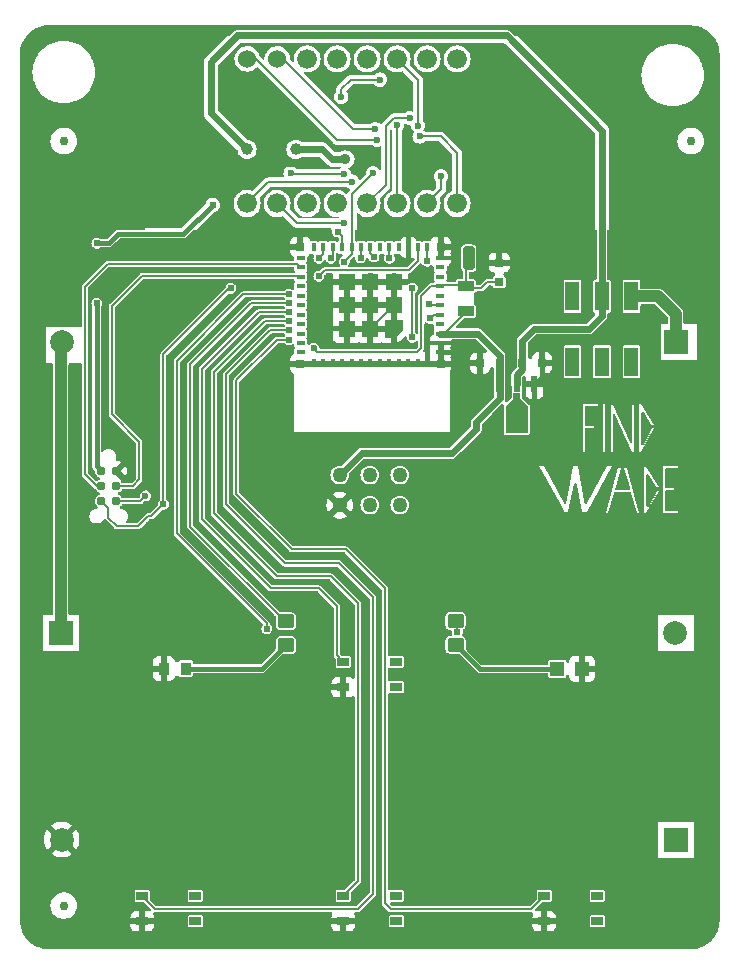
<source format=gtl>
G04 #@! TF.GenerationSoftware,KiCad,Pcbnew,8.99.0-unknown-bf16f757ed~178~ubuntu22.04.1*
G04 #@! TF.CreationDate,2024-04-23T09:45:42-07:00*
G04 #@! TF.ProjectId,rps_v4.0.0,7270735f-7634-42e3-902e-302e6b696361,rev?*
G04 #@! TF.SameCoordinates,PX6b4f310PY82524e0*
G04 #@! TF.FileFunction,Copper,L1,Top*
G04 #@! TF.FilePolarity,Positive*
%FSLAX46Y46*%
G04 Gerber Fmt 4.6, Leading zero omitted, Abs format (unit mm)*
G04 Created by KiCad (PCBNEW 8.99.0-unknown-bf16f757ed~178~ubuntu22.04.1) date 2024-04-23 09:45:42*
%MOMM*%
%LPD*%
G01*
G04 APERTURE LIST*
G04 Aperture macros list*
%AMRoundRect*
0 Rectangle with rounded corners*
0 $1 Rounding radius*
0 $2 $3 $4 $5 $6 $7 $8 $9 X,Y pos of 4 corners*
0 Add a 4 corners polygon primitive as box body*
4,1,4,$2,$3,$4,$5,$6,$7,$8,$9,$2,$3,0*
0 Add four circle primitives for the rounded corners*
1,1,$1+$1,$2,$3*
1,1,$1+$1,$4,$5*
1,1,$1+$1,$6,$7*
1,1,$1+$1,$8,$9*
0 Add four rect primitives between the rounded corners*
20,1,$1+$1,$2,$3,$4,$5,0*
20,1,$1+$1,$4,$5,$6,$7,0*
20,1,$1+$1,$6,$7,$8,$9,0*
20,1,$1+$1,$8,$9,$2,$3,0*%
%AMFreePoly0*
4,1,14,0.728536,0.728536,0.730000,0.725000,0.730000,-0.725000,0.728536,-0.728536,0.725000,-0.730000,-0.725000,-0.730000,-0.728536,-0.728536,-0.730000,-0.725000,-0.730000,0.125000,-0.728536,0.128536,-0.128536,0.728536,-0.125000,0.730000,0.725000,0.730000,0.728536,0.728536,0.728536,0.728536,$1*%
G04 Aperture macros list end*
G04 #@! TA.AperFunction,EtchedComponent*
%ADD10C,0.000000*%
G04 #@! TD*
G04 #@! TA.AperFunction,ComponentPad*
%ADD11R,2.000000X2.000000*%
G04 #@! TD*
G04 #@! TA.AperFunction,ComponentPad*
%ADD12C,2.000000*%
G04 #@! TD*
G04 #@! TA.AperFunction,SMDPad,CuDef*
%ADD13RoundRect,0.250000X-0.450000X0.350000X-0.450000X-0.350000X0.450000X-0.350000X0.450000X0.350000X0*%
G04 #@! TD*
G04 #@! TA.AperFunction,SMDPad,CuDef*
%ADD14R,0.863600X1.092200*%
G04 #@! TD*
G04 #@! TA.AperFunction,ComponentPad*
%ADD15C,1.676400*%
G04 #@! TD*
G04 #@! TA.AperFunction,ComponentPad*
%ADD16C,1.524000*%
G04 #@! TD*
G04 #@! TA.AperFunction,SMDPad,CuDef*
%ADD17R,1.193800X2.489200*%
G04 #@! TD*
G04 #@! TA.AperFunction,SMDPad,CuDef*
%ADD18R,0.990600X0.711200*%
G04 #@! TD*
G04 #@! TA.AperFunction,SMDPad,CuDef*
%ADD19C,0.750000*%
G04 #@! TD*
G04 #@! TA.AperFunction,SMDPad,CuDef*
%ADD20R,0.655600X0.800000*%
G04 #@! TD*
G04 #@! TA.AperFunction,SMDPad,CuDef*
%ADD21R,1.346200X0.900000*%
G04 #@! TD*
G04 #@! TA.AperFunction,SMDPad,CuDef*
%ADD22R,1.200000X1.200000*%
G04 #@! TD*
G04 #@! TA.AperFunction,ComponentPad*
%ADD23C,1.270000*%
G04 #@! TD*
G04 #@! TA.AperFunction,SMDPad,CuDef*
%ADD24R,0.800000X0.655600*%
G04 #@! TD*
G04 #@! TA.AperFunction,SMDPad,CuDef*
%ADD25RoundRect,0.250000X0.450000X-0.350000X0.450000X0.350000X-0.450000X0.350000X-0.450000X-0.350000X0*%
G04 #@! TD*
G04 #@! TA.AperFunction,SMDPad,CuDef*
%ADD26R,0.800000X0.400000*%
G04 #@! TD*
G04 #@! TA.AperFunction,SMDPad,CuDef*
%ADD27R,0.400000X0.800000*%
G04 #@! TD*
G04 #@! TA.AperFunction,SMDPad,CuDef*
%ADD28FreePoly0,180.000000*%
G04 #@! TD*
G04 #@! TA.AperFunction,SMDPad,CuDef*
%ADD29R,1.450000X1.450000*%
G04 #@! TD*
G04 #@! TA.AperFunction,SMDPad,CuDef*
%ADD30R,0.700000X0.700000*%
G04 #@! TD*
G04 #@! TA.AperFunction,SMDPad,CuDef*
%ADD31R,0.482600X1.422400*%
G04 #@! TD*
G04 #@! TA.AperFunction,SMDPad,CuDef*
%ADD32R,0.558800X1.422400*%
G04 #@! TD*
G04 #@! TA.AperFunction,SMDPad,CuDef*
%ADD33RoundRect,0.250000X-0.250000X-0.750000X0.250000X-0.750000X0.250000X0.750000X-0.250000X0.750000X0*%
G04 #@! TD*
G04 #@! TA.AperFunction,ConnectorPad*
%ADD34C,0.787400*%
G04 #@! TD*
G04 #@! TA.AperFunction,ViaPad*
%ADD35C,0.600000*%
G04 #@! TD*
G04 #@! TA.AperFunction,ViaPad*
%ADD36C,0.685800*%
G04 #@! TD*
G04 #@! TA.AperFunction,ViaPad*
%ADD37C,0.609600*%
G04 #@! TD*
G04 #@! TA.AperFunction,ViaPad*
%ADD38C,1.000000*%
G04 #@! TD*
G04 #@! TA.AperFunction,ViaPad*
%ADD39C,0.906400*%
G04 #@! TD*
G04 #@! TA.AperFunction,Conductor*
%ADD40C,0.203200*%
G04 #@! TD*
G04 #@! TA.AperFunction,Conductor*
%ADD41C,0.400000*%
G04 #@! TD*
G04 #@! TA.AperFunction,Conductor*
%ADD42C,1.000000*%
G04 #@! TD*
G04 #@! TA.AperFunction,Conductor*
%ADD43C,0.200000*%
G04 #@! TD*
G04 #@! TA.AperFunction,Conductor*
%ADD44C,0.600000*%
G04 #@! TD*
G04 APERTURE END LIST*
D10*
G04 #@! TA.AperFunction,EtchedComponent*
G36*
X43713400Y47772800D02*
G01*
X44373800Y47163200D01*
X44373800Y44877200D01*
X42494200Y44877200D01*
X42494200Y47163200D01*
X43154600Y47798200D01*
X43154600Y48290000D01*
X43713400Y48290000D01*
X43713400Y47772800D01*
G37*
G04 #@! TD.AperFunction*
D11*
X4826000Y27980975D03*
D12*
X56816000Y27980975D03*
D13*
X38252400Y28965400D03*
X38252400Y26965400D03*
D14*
X13550900Y24932975D03*
X15405100Y24932975D03*
D15*
X20604800Y64314200D03*
X23144800Y64314200D03*
X25684800Y64314200D03*
X28224800Y64314200D03*
X30764800Y64314200D03*
X33304800Y64314200D03*
X35844800Y64314200D03*
X38384800Y64314200D03*
X38384800Y76554200D03*
X35844800Y76554200D03*
X33304800Y76554200D03*
X30764800Y76554200D03*
X28224800Y76554200D03*
X25684800Y76554200D03*
D16*
X23144800Y76554200D03*
X20604800Y76554200D03*
D17*
X48147600Y50929875D03*
X50647600Y50929875D03*
X53147600Y50929875D03*
X53147600Y56441675D03*
X50647600Y56441675D03*
X48147600Y56441675D03*
D18*
X11719999Y5687974D03*
X16220001Y5687974D03*
X11719999Y3537976D03*
X16220001Y3537976D03*
D19*
X5080000Y4866975D03*
D18*
X28737999Y5687974D03*
X33238001Y5687974D03*
X28737999Y3537976D03*
X33238001Y3537976D03*
D20*
X40320200Y50800000D03*
X41975800Y50800000D03*
D21*
X39116000Y57308750D03*
X39116000Y55187850D03*
D22*
X46854400Y24917400D03*
X48954400Y24917400D03*
D18*
X45755999Y5687974D03*
X50256001Y5687974D03*
X45755999Y3537976D03*
X50256001Y3537976D03*
D19*
X58166000Y69596000D03*
D23*
X28448000Y41315975D03*
X28448000Y38775975D03*
X30988000Y41315975D03*
X30988000Y38775975D03*
X33528000Y41315975D03*
X33528000Y38775975D03*
D24*
X41960800Y59312200D03*
X41960800Y57656600D03*
D25*
X23876000Y26940000D03*
X23876000Y28940000D03*
D20*
X45557200Y50825400D03*
X43901600Y50825400D03*
D26*
X36945000Y51702000D03*
X36945000Y52502000D03*
X36945000Y53302000D03*
X36945000Y54102000D03*
X36945000Y54902000D03*
X36945000Y55702000D03*
X36945000Y56502000D03*
X36945000Y57302000D03*
X36945000Y58102000D03*
X36945000Y58902000D03*
X36945000Y59702000D03*
D27*
X35845000Y60602000D03*
X35045000Y60602000D03*
X34245000Y60602000D03*
X33445000Y60602000D03*
X32645000Y60602000D03*
X31845000Y60602000D03*
X31045000Y60602000D03*
X30245000Y60602000D03*
X29445000Y60602000D03*
X28645000Y60602000D03*
X27845000Y60602000D03*
X27045000Y60602000D03*
X26245000Y60602000D03*
D26*
X25145000Y59702000D03*
X25145000Y58902000D03*
X25145000Y58102000D03*
X25145000Y57302000D03*
X25145000Y56502000D03*
X25145000Y55702000D03*
X25145000Y54902000D03*
X25145000Y54102000D03*
X25145000Y53302000D03*
X25145000Y52502000D03*
X25145000Y51702000D03*
D27*
X26245000Y50802000D03*
X27045000Y50802000D03*
X27845000Y50802000D03*
X28645000Y50802000D03*
X29445000Y50802000D03*
X30245000Y50802000D03*
X31045000Y50802000D03*
X31845000Y50802000D03*
X32645000Y50802000D03*
X33445000Y50802000D03*
X34245000Y50802000D03*
X35045000Y50802000D03*
X35845000Y50802000D03*
D28*
X33020000Y53727000D03*
D29*
X31045000Y53727000D03*
X29070000Y53727000D03*
X29070000Y55702000D03*
X29070000Y57677000D03*
X31045000Y57677000D03*
X33020000Y57677000D03*
X33020000Y55702000D03*
X31045000Y55702000D03*
D30*
X25095000Y50752000D03*
X25095000Y60652000D03*
X36995000Y60652000D03*
X36995000Y50752000D03*
D19*
X5080000Y69596000D03*
D31*
X44934000Y49001200D03*
D32*
X43434000Y49001200D03*
D31*
X41934000Y49001200D03*
D33*
X39370000Y59690000D03*
D18*
X28737999Y25499974D03*
X33238001Y25499974D03*
X28737999Y23349976D03*
X33238001Y23349976D03*
D34*
X8255000Y41656000D03*
X9525000Y41656000D03*
X8255000Y40386000D03*
X9525000Y40386000D03*
X8255000Y39116000D03*
X9525000Y39116000D03*
D11*
X56896000Y10454975D03*
D12*
X4906000Y10454975D03*
D11*
X56896000Y52578000D03*
D12*
X4906000Y52578000D03*
D35*
X12319000Y37084000D03*
X35306000Y58333975D03*
X12522200Y59791600D03*
X43484800Y59359800D03*
X11531600Y38100000D03*
X34620200Y62067775D03*
D36*
X39674800Y71704200D03*
D37*
X23876000Y60706000D03*
D35*
X12776200Y16256000D03*
X10541000Y58039000D03*
X10591800Y60121800D03*
X12471400Y57480200D03*
X28778800Y66802000D03*
X24282400Y66852800D03*
D37*
X28270200Y61915375D03*
X28829000Y59400775D03*
D35*
X31292800Y66878200D03*
X11988800Y39573200D03*
X26238200Y52070000D03*
X31623000Y69713175D03*
X31470600Y70602175D03*
X28575000Y73345375D03*
X31826200Y74803000D03*
X33304800Y70916800D03*
X34366200Y71541975D03*
X37033200Y66619400D03*
X28803600Y62661800D03*
X29464000Y66167000D03*
X35204400Y69992575D03*
X35052000Y70906975D03*
D37*
X36017200Y55778400D03*
X24133008Y53561216D03*
X24125252Y54358528D03*
X31343600Y59781775D03*
X24135614Y52769054D03*
X36093400Y54584600D03*
X30212222Y59703778D03*
X24161702Y55119157D03*
X35814000Y59436000D03*
X7874000Y60960000D03*
X7874000Y55880000D03*
X17678400Y64185800D03*
D38*
X20599400Y68894200D03*
X24739600Y68894200D03*
D39*
X28932000Y68046600D03*
D37*
X24130000Y55880000D03*
X27686000Y59690000D03*
X26670000Y58166000D03*
X38405845Y28022100D03*
X22275800Y28321000D03*
X24130000Y56642003D03*
X13512800Y38862000D03*
X26670000Y59690000D03*
X19227800Y57150000D03*
X34594800Y52974575D03*
X34594800Y57165575D03*
X32645000Y59690000D03*
D40*
X36995000Y60652000D02*
X36995000Y59752000D01*
D41*
X31045000Y57677000D02*
X31045000Y53727000D01*
D40*
X36995000Y59752000D02*
X36945000Y59702000D01*
D41*
X29070000Y53727000D02*
X33020000Y53727000D01*
X29070000Y53727000D02*
X29070000Y57677000D01*
X29070000Y57677000D02*
X33020000Y57677000D01*
X25145000Y50802000D02*
X25095000Y50752000D01*
X36995000Y50752000D02*
X36995000Y52452000D01*
X44934000Y49001200D02*
X45554000Y49621200D01*
X45554000Y49621200D02*
X45554000Y50800000D01*
X43459400Y59334400D02*
X43484800Y59359800D01*
D40*
X23876000Y60706000D02*
X23930000Y60652000D01*
D41*
X25095000Y50752000D02*
X36995000Y50752000D01*
D40*
X33020000Y55702000D02*
X31045000Y53727000D01*
D41*
X26245000Y50802000D02*
X25145000Y50802000D01*
D40*
X23930000Y60652000D02*
X25095000Y60652000D01*
D41*
X29070000Y55702000D02*
X33020000Y55702000D01*
X33020000Y57677000D02*
X33020000Y53727000D01*
D40*
X33020000Y57677000D02*
X33020000Y55702000D01*
D41*
X36995000Y52452000D02*
X36945000Y52502000D01*
X41960800Y59334400D02*
X43459400Y59334400D01*
X28796998Y23408975D02*
X28737999Y23349976D01*
D42*
X55410100Y56441675D02*
X53147600Y56441675D01*
X56896000Y54955775D02*
X55410100Y56441675D01*
X56896000Y52578000D02*
X56896000Y54955775D01*
D40*
X28270200Y61915375D02*
X28645000Y61540575D01*
X28778800Y66802000D02*
X24333200Y66802000D01*
X24333200Y66802000D02*
X24282400Y66852800D01*
X28645000Y61540575D02*
X28645000Y60602000D01*
X29489400Y60646400D02*
X29445000Y60602000D01*
X29445000Y60016775D02*
X29445000Y60602000D01*
X31292800Y66878200D02*
X29489400Y65074800D01*
X29489400Y65074800D02*
X29489400Y60646400D01*
X28829000Y59400775D02*
X29445000Y60016775D01*
D43*
X40411400Y57124600D02*
X39125400Y57124600D01*
X35355200Y56478175D02*
X36179025Y57302000D01*
D40*
X39116000Y59436000D02*
X39370000Y59690000D01*
D43*
X11531600Y39116000D02*
X9525000Y39116000D01*
X41960800Y57634400D02*
X40921200Y57634400D01*
X35028800Y51766800D02*
X35355200Y52093200D01*
D40*
X37047000Y57404000D02*
X36945000Y57302000D01*
D43*
X35355200Y52093200D02*
X35355200Y56478175D01*
X39125400Y57124600D02*
X39116000Y57134000D01*
X40921200Y57634400D02*
X40411400Y57124600D01*
D40*
X39116000Y57134000D02*
X38846000Y57404000D01*
D43*
X26541400Y51766800D02*
X35028800Y51766800D01*
X11988800Y39573200D02*
X11531600Y39116000D01*
D40*
X38846000Y57404000D02*
X37047000Y57404000D01*
D43*
X26238200Y52070000D02*
X26541400Y51766800D01*
X36179025Y57302000D02*
X36945000Y57302000D01*
D40*
X39116000Y57134000D02*
X39116000Y59436000D01*
D43*
X8788400Y59207400D02*
X6858000Y57277000D01*
X21996400Y59207400D02*
X24839600Y59207400D01*
X15595600Y59207400D02*
X8788400Y59207400D01*
D40*
X21996400Y59207400D02*
X15468600Y59207400D01*
X7874000Y40386000D02*
X8255000Y40386000D01*
X6858000Y41402000D02*
X7874000Y40386000D01*
X6858000Y43180000D02*
X6858000Y41402000D01*
D43*
X6858000Y57277000D02*
X6858000Y43180000D01*
X24839600Y59207400D02*
X25145000Y58902000D01*
D40*
X28203825Y69713175D02*
X21362800Y76554200D01*
X31623000Y69713175D02*
X28203825Y69713175D01*
X21362800Y76554200D02*
X20604800Y76554200D01*
X29600825Y70602175D02*
X23648800Y76554200D01*
X23648800Y76554200D02*
X23144800Y76554200D01*
X31470600Y70602175D02*
X29600825Y70602175D01*
X28575000Y73980375D02*
X29397625Y74803000D01*
X29397625Y74803000D02*
X31826200Y74803000D01*
X28575000Y73345375D02*
X28575000Y73980375D01*
X33304800Y70916800D02*
X33304800Y64314200D01*
X32334200Y70840600D02*
X32334200Y65883600D01*
X33035575Y71541975D02*
X32334200Y70840600D01*
X32334200Y65883600D02*
X30764800Y64314200D01*
X34366200Y71541975D02*
X33035575Y71541975D01*
X37033200Y65502600D02*
X37033200Y66619400D01*
X35844800Y64314200D02*
X37033200Y65502600D01*
X23144800Y64314200D02*
X24797200Y62661800D01*
X24797200Y62661800D02*
X28803600Y62661800D01*
X29464000Y66167000D02*
X29413200Y66116200D01*
X22406800Y66116200D02*
X20604800Y64314200D01*
X29413200Y66116200D02*
X22406800Y66116200D01*
X35204400Y69992575D02*
X36992225Y69992575D01*
X38384800Y68600000D02*
X38384800Y64314200D01*
X36992225Y69992575D02*
X38384800Y68600000D01*
X35052000Y70906975D02*
X35077400Y70932375D01*
X35077400Y70932375D02*
X35077400Y74781600D01*
X35077400Y74781600D02*
X33304800Y76554200D01*
X18796000Y49834800D02*
X18796000Y38862000D01*
X36017200Y55778400D02*
X36093600Y55702000D01*
X31242000Y30988000D02*
X31242000Y5842000D01*
X36093600Y55702000D02*
X36945000Y55702000D01*
X29972000Y4572000D02*
X12835973Y4572000D01*
X28397200Y33832800D02*
X31242000Y30988000D01*
X23825200Y33832800D02*
X28397200Y33832800D01*
X18796000Y38862000D02*
X23825200Y33832800D01*
X12835973Y4572000D02*
X11719999Y5687974D01*
X22522416Y53561216D02*
X18796000Y49834800D01*
X31242000Y5842000D02*
X29972000Y4572000D01*
X24133008Y53561216D02*
X22522416Y53561216D01*
X17780000Y38100000D02*
X23114000Y32766000D01*
X17780000Y50038000D02*
X17780000Y38100000D01*
X29972000Y30480000D02*
X29972000Y6921975D01*
X22100528Y54358528D02*
X17780000Y50038000D01*
X31045000Y60080375D02*
X31045000Y60602000D01*
X31343600Y59781775D02*
X31045000Y60080375D01*
X23114000Y32766000D02*
X27686000Y32766000D01*
X24125252Y54358528D02*
X22100528Y54358528D01*
X29972000Y6921975D02*
X28737999Y5687974D01*
X27686000Y32766000D02*
X29972000Y30480000D01*
X23127254Y52769054D02*
X19685000Y49326800D01*
X44640025Y4572000D02*
X45755999Y5687974D01*
X36410800Y54902000D02*
X36945000Y54902000D01*
X36093400Y54584600D02*
X36410800Y54902000D01*
X19685000Y49326800D02*
X19685000Y39751000D01*
X24384000Y35052000D02*
X28956000Y35052000D01*
X32766000Y4572000D02*
X44640025Y4572000D01*
X24135614Y52769054D02*
X23127254Y52769054D01*
X28956000Y35052000D02*
X32258000Y31750000D01*
X32258000Y31750000D02*
X32258000Y5080000D01*
X32258000Y5080000D02*
X32766000Y4572000D01*
X19685000Y39751000D02*
X24384000Y35052000D01*
X28194000Y26043973D02*
X28737999Y25499974D01*
X30212222Y59703778D02*
X30212222Y60569222D01*
X30212222Y60569222D02*
X30245000Y60602000D01*
X24161702Y55119157D02*
X21591157Y55119157D01*
X26670000Y31750000D02*
X28194000Y30226000D01*
X22606000Y31750000D02*
X26670000Y31750000D01*
X21591157Y55119157D02*
X16764000Y50292000D01*
X28194000Y30226000D02*
X28194000Y26043973D01*
X16764000Y37592000D02*
X22606000Y31750000D01*
X16764000Y50292000D02*
X16764000Y37592000D01*
X10922000Y40386000D02*
X9525000Y40386000D01*
X11480800Y40944800D02*
X11480800Y44145200D01*
X11480800Y40944800D02*
X10922000Y40386000D01*
X11480800Y44145200D02*
X9144000Y46482000D01*
X22352000Y58166000D02*
X25081000Y58166000D01*
X22352000Y58166000D02*
X22326600Y58191400D01*
X22326600Y58191400D02*
X15265400Y58191400D01*
X15265400Y58191400D02*
X15240000Y58166000D01*
X25081000Y58166000D02*
X25145000Y58102000D01*
X15214600Y58191400D02*
X15240000Y58166000D01*
X11709400Y58191400D02*
X15214600Y58191400D01*
X9144000Y46482000D02*
X9144000Y55626000D01*
X9144000Y55626000D02*
X11709400Y58191400D01*
X35814000Y60571000D02*
X35845000Y60602000D01*
X35814000Y59436000D02*
X35814000Y60571000D01*
D44*
X43434000Y49799575D02*
X43434000Y49001200D01*
D41*
X7874000Y60960000D02*
X8890000Y60960000D01*
D44*
X17551400Y76301600D02*
X17551400Y71942200D01*
X49530000Y53685775D02*
X44881800Y53685775D01*
X28932000Y68046600D02*
X27813000Y68046600D01*
X19786600Y78536800D02*
X17551400Y76301600D01*
D41*
X15214600Y61722000D02*
X17678400Y64185800D01*
D44*
X43901600Y52705575D02*
X43901600Y50825400D01*
X50647600Y54803375D02*
X49530000Y53685775D01*
X42595800Y78536800D02*
X19786600Y78536800D01*
D41*
X7861301Y55867301D02*
X7874000Y55880000D01*
X9652000Y61722000D02*
X15214600Y61722000D01*
D44*
X26965400Y68894200D02*
X24739600Y68894200D01*
D41*
X7861301Y42049699D02*
X7861301Y55867301D01*
X8255000Y41656000D02*
X7861301Y42049699D01*
D44*
X50647600Y56441675D02*
X50647600Y70485000D01*
X50647600Y70485000D02*
X42595800Y78536800D01*
X27813000Y68046600D02*
X26965400Y68894200D01*
X17551400Y71942200D02*
X20599400Y68894200D01*
X43901600Y50825400D02*
X43901600Y50267175D01*
X44881800Y53685775D02*
X43901600Y52705575D01*
X50647600Y56441675D02*
X50647600Y54803375D01*
X43901600Y50267175D02*
X43434000Y49799575D01*
D41*
X8890000Y60960000D02*
X9652000Y61722000D01*
D40*
X27686000Y59690000D02*
X27845000Y59849000D01*
X15798800Y50723800D02*
X15798800Y36957000D01*
X27845000Y59849000D02*
X27845000Y60602000D01*
X23815800Y28940000D02*
X23876000Y28940000D01*
X20955000Y55880000D02*
X15798800Y50723800D01*
X15798800Y36957000D02*
X23815800Y28940000D01*
X24130000Y55880000D02*
X20955000Y55880000D01*
X35045000Y59429000D02*
X35045000Y60602000D01*
X24129997Y56642000D02*
X20294600Y56642000D01*
X20294600Y56642000D02*
X14655800Y51003200D01*
X22275800Y28752800D02*
X22275800Y28321000D01*
X34290000Y58674000D02*
X35045000Y59429000D01*
X24130000Y56642003D02*
X24129997Y56642000D01*
X38405845Y28811955D02*
X38252400Y28965400D01*
X14655800Y36372800D02*
X22275800Y28752800D01*
X27178000Y58674000D02*
X34290000Y58674000D01*
X14655800Y51003200D02*
X14655800Y36372800D01*
X38405845Y28022100D02*
X38405845Y28811955D01*
X26670000Y58166000D02*
X27178000Y58674000D01*
D43*
X12471400Y37820600D02*
X12192000Y37820600D01*
D40*
X19100800Y57150000D02*
X13487400Y51536600D01*
X13487400Y38887400D02*
X13512800Y38862000D01*
D43*
X12192000Y37820600D02*
X11353800Y36982400D01*
D40*
X19227800Y57150000D02*
X19100800Y57150000D01*
D43*
X13512800Y38862000D02*
X12471400Y37820600D01*
X11353800Y36982400D02*
X9575800Y36982400D01*
D40*
X26670000Y59690000D02*
X27045000Y60065000D01*
D43*
X9575800Y36982400D02*
X8839200Y37719000D01*
X8839200Y37719000D02*
X8839200Y38531800D01*
D40*
X27045000Y60065000D02*
X27045000Y60602000D01*
D43*
X8839200Y38531800D02*
X8255000Y39116000D01*
D40*
X13487400Y51536600D02*
X13487400Y38887400D01*
X34594800Y57165575D02*
X34594800Y52974575D01*
X32645000Y60602000D02*
X32645000Y59690000D01*
D42*
X4826000Y27980975D02*
X4826000Y52498000D01*
X4826000Y52498000D02*
X4906000Y52578000D01*
D44*
X40005000Y45227575D02*
X37947600Y43170175D01*
D40*
X37284000Y53302000D02*
X39116000Y55134000D01*
X36945000Y53302000D02*
X37284000Y53302000D01*
D44*
X41998000Y47804775D02*
X40005000Y45811775D01*
X41998000Y50800000D02*
X41998000Y51423200D01*
X40005000Y45811775D02*
X40005000Y45227575D01*
X40119200Y53302000D02*
X36945000Y53302000D01*
X41934000Y50736000D02*
X41998000Y50800000D01*
X41998000Y50800000D02*
X41998000Y47804775D01*
X37947600Y43170175D02*
X30302200Y43170175D01*
X30302200Y43170175D02*
X28448000Y41315975D01*
X41998000Y51423200D02*
X40119200Y53302000D01*
X41934000Y49001200D02*
X41934000Y50736000D01*
D41*
X46854000Y24892000D02*
X40325800Y24892000D01*
X40325800Y24892000D02*
X38252400Y26965400D01*
X46879400Y24917400D02*
X46854000Y24892000D01*
X21868975Y24932975D02*
X23876000Y26940000D01*
X15503000Y24932975D02*
X21868975Y24932975D01*
G04 #@! TA.AperFunction,Conductor*
G36*
X17067039Y76673263D02*
G01*
X16987352Y76535241D01*
X16987348Y76535233D01*
X16946100Y76381291D01*
X16946100Y71862510D01*
X16987348Y71708568D01*
X16987352Y71708560D01*
X17067039Y71570538D01*
X19782475Y68855102D01*
X19796748Y68825464D01*
X19809321Y68713874D01*
X19809323Y68713866D01*
X19869255Y68542586D01*
X19869256Y68542584D01*
X19939083Y68431457D01*
X19965807Y68388926D01*
X20094126Y68260607D01*
X20094128Y68260606D01*
X20247783Y68164057D01*
X20247785Y68164056D01*
X20383340Y68116625D01*
X20419070Y68104122D01*
X20599400Y68083804D01*
X20779730Y68104122D01*
X20865374Y68134090D01*
X20951014Y68164056D01*
X20951016Y68164057D01*
X20951018Y68164058D01*
X21104674Y68260607D01*
X21232993Y68388926D01*
X21329542Y68542582D01*
X21329543Y68542584D01*
X21329544Y68542586D01*
X21370465Y68659533D01*
X21389478Y68713870D01*
X21409796Y68894200D01*
X21389478Y69074530D01*
X21376975Y69110260D01*
X21329544Y69245815D01*
X21329543Y69245817D01*
X21246134Y69378560D01*
X21232993Y69399474D01*
X21104674Y69527793D01*
X21104671Y69527795D01*
X20951016Y69624344D01*
X20951014Y69624345D01*
X20779734Y69684277D01*
X20779726Y69684279D01*
X20668136Y69696852D01*
X20638498Y69711125D01*
X18171286Y72178337D01*
X18156700Y72213551D01*
X18156700Y76030249D01*
X18171286Y76065463D01*
X20022737Y77916914D01*
X20057951Y77931500D01*
X42324449Y77931500D01*
X42359663Y77916914D01*
X50027714Y70248863D01*
X50042300Y70213649D01*
X50042300Y62026800D01*
X29896300Y62026800D01*
X29896300Y63445814D01*
X29910886Y63481028D01*
X29946100Y63495614D01*
X29979650Y63482616D01*
X30072730Y63397761D01*
X30072732Y63397759D01*
X30227241Y63302092D01*
X30252915Y63286195D01*
X30450526Y63209640D01*
X30658839Y63170700D01*
X30658840Y63170700D01*
X30870760Y63170700D01*
X30870761Y63170700D01*
X31079074Y63209640D01*
X31276685Y63286195D01*
X31456865Y63397758D01*
X31613477Y63540529D01*
X31741189Y63709646D01*
X31835650Y63899350D01*
X31893645Y64103182D01*
X31913199Y64314200D01*
X31893645Y64525218D01*
X31835650Y64729050D01*
X31824842Y64750753D01*
X31822202Y64788776D01*
X31834205Y64808163D01*
X32659801Y65633757D01*
X32713370Y65726543D01*
X32741100Y65830030D01*
X32741100Y65937170D01*
X32741100Y70510409D01*
X32755686Y70545623D01*
X32790900Y70560209D01*
X32826114Y70545623D01*
X32830409Y70540725D01*
X32873091Y70485099D01*
X32873093Y70485097D01*
X32873095Y70485095D01*
X32878416Y70481013D01*
X32897474Y70448006D01*
X32897900Y70441504D01*
X32897900Y65416991D01*
X32883314Y65381777D01*
X32866090Y65370554D01*
X32792912Y65342204D01*
X32612735Y65230643D01*
X32456123Y65087873D01*
X32456118Y65087867D01*
X32328412Y64918758D01*
X32328411Y64918755D01*
X32233949Y64729048D01*
X32175955Y64525222D01*
X32156401Y64314200D01*
X32175955Y64103179D01*
X32194296Y64038719D01*
X32233950Y63899350D01*
X32294247Y63778257D01*
X32328411Y63709646D01*
X32328412Y63709643D01*
X32456118Y63540534D01*
X32456123Y63540528D01*
X32612732Y63397761D01*
X32612735Y63397758D01*
X32792915Y63286195D01*
X32990526Y63209640D01*
X33198839Y63170700D01*
X33198840Y63170700D01*
X33410760Y63170700D01*
X33410761Y63170700D01*
X33619074Y63209640D01*
X33816685Y63286195D01*
X33996865Y63397758D01*
X34153477Y63540529D01*
X34281189Y63709646D01*
X34375650Y63899350D01*
X34433645Y64103182D01*
X34453199Y64314200D01*
X34696401Y64314200D01*
X34715955Y64103179D01*
X34734296Y64038719D01*
X34773950Y63899350D01*
X34834247Y63778257D01*
X34868411Y63709646D01*
X34868412Y63709643D01*
X34996118Y63540534D01*
X34996123Y63540528D01*
X35152732Y63397761D01*
X35152735Y63397758D01*
X35332915Y63286195D01*
X35530526Y63209640D01*
X35738839Y63170700D01*
X35738840Y63170700D01*
X35950760Y63170700D01*
X35950761Y63170700D01*
X36159074Y63209640D01*
X36356685Y63286195D01*
X36536865Y63397758D01*
X36693477Y63540529D01*
X36821189Y63709646D01*
X36915650Y63899350D01*
X36973645Y64103182D01*
X36993199Y64314200D01*
X36973645Y64525218D01*
X36915650Y64729050D01*
X36904841Y64750756D01*
X36902202Y64788777D01*
X36914205Y64808164D01*
X37358800Y65252757D01*
X37400303Y65324642D01*
X37412370Y65345543D01*
X37440100Y65449031D01*
X37440100Y66144104D01*
X37454686Y66179318D01*
X37459575Y66183606D01*
X37464905Y66187695D01*
X37561928Y66314138D01*
X37622920Y66461385D01*
X37643723Y66619400D01*
X37622920Y66777415D01*
X37561928Y66924661D01*
X37561927Y66924662D01*
X37561927Y66924663D01*
X37464906Y67051104D01*
X37464903Y67051107D01*
X37338463Y67148128D01*
X37277471Y67173392D01*
X37191215Y67209120D01*
X37191211Y67209121D01*
X37191210Y67209121D01*
X37033200Y67229923D01*
X36875189Y67209121D01*
X36875186Y67209121D01*
X36875185Y67209120D01*
X36875183Y67209119D01*
X36727937Y67148128D01*
X36601496Y67051107D01*
X36601493Y67051104D01*
X36504472Y66924663D01*
X36443481Y66777417D01*
X36443479Y66777411D01*
X36422677Y66619400D01*
X36439005Y66495371D01*
X36443480Y66461385D01*
X36451592Y66441802D01*
X36504472Y66314137D01*
X36601491Y66187699D01*
X36601493Y66187697D01*
X36601495Y66187695D01*
X36606816Y66183613D01*
X36625874Y66150606D01*
X36626300Y66144104D01*
X36626300Y65691772D01*
X36611714Y65656558D01*
X36336871Y65381716D01*
X36301657Y65367130D01*
X36283667Y65370493D01*
X36159075Y65418760D01*
X36052307Y65438718D01*
X35950761Y65457700D01*
X35738839Y65457700D01*
X35679378Y65446585D01*
X35530524Y65418760D01*
X35332912Y65342204D01*
X35152735Y65230643D01*
X34996123Y65087873D01*
X34996118Y65087867D01*
X34868412Y64918758D01*
X34868411Y64918755D01*
X34773949Y64729048D01*
X34715955Y64525222D01*
X34696401Y64314200D01*
X34453199Y64314200D01*
X34433645Y64525218D01*
X34375650Y64729050D01*
X34281189Y64918754D01*
X34281187Y64918756D01*
X34281187Y64918758D01*
X34153481Y65087867D01*
X34153476Y65087873D01*
X33996864Y65230643D01*
X33816687Y65342204D01*
X33816685Y65342205D01*
X33791904Y65351806D01*
X33743510Y65370554D01*
X33715943Y65396876D01*
X33711700Y65416991D01*
X33711700Y70441504D01*
X33726286Y70476718D01*
X33731175Y70481006D01*
X33736505Y70485095D01*
X33833528Y70611538D01*
X33894520Y70758785D01*
X33915323Y70916800D01*
X33900528Y71029178D01*
X33910393Y71065992D01*
X33943402Y71085050D01*
X33980218Y71075185D01*
X34060936Y71013248D01*
X34060937Y71013248D01*
X34060938Y71013247D01*
X34208185Y70952255D01*
X34366200Y70931452D01*
X34387653Y70934277D01*
X34424468Y70924413D01*
X34443527Y70891404D01*
X34443527Y70891403D01*
X34460986Y70758784D01*
X34462280Y70748960D01*
X34474842Y70718633D01*
X34523272Y70601712D01*
X34620293Y70475272D01*
X34620295Y70475270D01*
X34701334Y70413086D01*
X34720392Y70380078D01*
X34710527Y70343262D01*
X34675672Y70297838D01*
X34614681Y70150592D01*
X34614679Y70150586D01*
X34593877Y69992575D01*
X34614680Y69834560D01*
X34650408Y69748304D01*
X34675672Y69687312D01*
X34772693Y69560872D01*
X34772696Y69560869D01*
X34899136Y69463848D01*
X34899137Y69463848D01*
X34899138Y69463847D01*
X35046385Y69402855D01*
X35204400Y69382052D01*
X35362415Y69402855D01*
X35509662Y69463847D01*
X35636105Y69560870D01*
X35636109Y69560875D01*
X35640191Y69566193D01*
X35673200Y69585249D01*
X35679698Y69585675D01*
X36803053Y69585675D01*
X36838267Y69571089D01*
X37963314Y68446043D01*
X37977900Y68410829D01*
X37977900Y65416991D01*
X37963314Y65381777D01*
X37946090Y65370554D01*
X37872912Y65342204D01*
X37692735Y65230643D01*
X37536123Y65087873D01*
X37536118Y65087867D01*
X37408412Y64918758D01*
X37408411Y64918755D01*
X37313949Y64729048D01*
X37255955Y64525222D01*
X37236401Y64314200D01*
X37255955Y64103179D01*
X37274296Y64038719D01*
X37313950Y63899350D01*
X37374247Y63778257D01*
X37408411Y63709646D01*
X37408412Y63709643D01*
X37536118Y63540534D01*
X37536123Y63540528D01*
X37692732Y63397761D01*
X37692735Y63397758D01*
X37872915Y63286195D01*
X38070526Y63209640D01*
X38278839Y63170700D01*
X38278840Y63170700D01*
X38490760Y63170700D01*
X38490761Y63170700D01*
X38699074Y63209640D01*
X38896685Y63286195D01*
X39076865Y63397758D01*
X39233477Y63540529D01*
X39361189Y63709646D01*
X39455650Y63899350D01*
X39513645Y64103182D01*
X39533199Y64314200D01*
X39513645Y64525218D01*
X39455650Y64729050D01*
X39361189Y64918754D01*
X39361187Y64918756D01*
X39361187Y64918758D01*
X39233481Y65087867D01*
X39233476Y65087873D01*
X39076864Y65230643D01*
X38896687Y65342204D01*
X38896685Y65342205D01*
X38871904Y65351806D01*
X38823510Y65370554D01*
X38795943Y65396876D01*
X38791700Y65416991D01*
X38791700Y68653570D01*
X38770065Y68734311D01*
X38763970Y68757057D01*
X38710401Y68849842D01*
X38634642Y68925601D01*
X37242068Y70318176D01*
X37242067Y70318177D01*
X37149286Y70371743D01*
X37149283Y70371745D01*
X37149280Y70371746D01*
X37045795Y70399475D01*
X37045794Y70399475D01*
X35679697Y70399475D01*
X35644483Y70414061D01*
X35640187Y70418960D01*
X35636105Y70424280D01*
X35636103Y70424282D01*
X35555065Y70486464D01*
X35536007Y70519473D01*
X35545871Y70556288D01*
X35580728Y70601713D01*
X35641720Y70748960D01*
X35662523Y70906975D01*
X35641720Y71064990D01*
X35580728Y71212236D01*
X35580727Y71212237D01*
X35580727Y71212238D01*
X35494591Y71324494D01*
X35484300Y71354810D01*
X35484300Y74835170D01*
X35456570Y74938656D01*
X35456570Y74938658D01*
X35403001Y75031443D01*
X34374208Y76060236D01*
X34359622Y76095450D01*
X34364843Y76117648D01*
X34375650Y76139350D01*
X34433645Y76343182D01*
X34453199Y76554200D01*
X34696401Y76554200D01*
X34715955Y76343179D01*
X34763951Y76174493D01*
X34773950Y76139350D01*
X34864068Y75958367D01*
X34868411Y75949646D01*
X34868412Y75949643D01*
X34996118Y75780534D01*
X34996123Y75780528D01*
X35046048Y75735016D01*
X35152735Y75637758D01*
X35332915Y75526195D01*
X35530526Y75449640D01*
X35738839Y75410700D01*
X35738840Y75410700D01*
X35950760Y75410700D01*
X35950761Y75410700D01*
X36159074Y75449640D01*
X36356685Y75526195D01*
X36536865Y75637758D01*
X36693477Y75780529D01*
X36748694Y75853648D01*
X36821187Y75949643D01*
X36821187Y75949644D01*
X36821189Y75949646D01*
X36915650Y76139350D01*
X36973645Y76343182D01*
X36993199Y76554200D01*
X37236401Y76554200D01*
X37255955Y76343179D01*
X37303951Y76174493D01*
X37313950Y76139350D01*
X37404068Y75958367D01*
X37408411Y75949646D01*
X37408412Y75949643D01*
X37536118Y75780534D01*
X37536123Y75780528D01*
X37586048Y75735016D01*
X37692735Y75637758D01*
X37872915Y75526195D01*
X38070526Y75449640D01*
X38278839Y75410700D01*
X38278840Y75410700D01*
X38490760Y75410700D01*
X38490761Y75410700D01*
X38699074Y75449640D01*
X38896685Y75526195D01*
X39076865Y75637758D01*
X39233477Y75780529D01*
X39288694Y75853648D01*
X39361187Y75949643D01*
X39361187Y75949644D01*
X39361189Y75949646D01*
X39455650Y76139350D01*
X39513645Y76343182D01*
X39533199Y76554200D01*
X39513645Y76765218D01*
X39455650Y76969050D01*
X39361189Y77158754D01*
X39361187Y77158756D01*
X39361187Y77158758D01*
X39233481Y77327867D01*
X39233476Y77327873D01*
X39076864Y77470643D01*
X38896687Y77582204D01*
X38896685Y77582205D01*
X38824043Y77610347D01*
X38699075Y77658760D01*
X38594917Y77678230D01*
X38490761Y77697700D01*
X38278839Y77697700D01*
X38209401Y77684720D01*
X38070524Y77658760D01*
X37872912Y77582204D01*
X37692735Y77470643D01*
X37536123Y77327873D01*
X37536118Y77327867D01*
X37408412Y77158758D01*
X37408411Y77158755D01*
X37313949Y76969048D01*
X37255955Y76765222D01*
X37236401Y76554200D01*
X36993199Y76554200D01*
X36973645Y76765218D01*
X36915650Y76969050D01*
X36821189Y77158754D01*
X36821187Y77158756D01*
X36821187Y77158758D01*
X36693481Y77327867D01*
X36693476Y77327873D01*
X36536864Y77470643D01*
X36356687Y77582204D01*
X36356685Y77582205D01*
X36284043Y77610347D01*
X36159075Y77658760D01*
X36054917Y77678230D01*
X35950761Y77697700D01*
X35738839Y77697700D01*
X35669401Y77684720D01*
X35530524Y77658760D01*
X35332912Y77582204D01*
X35152735Y77470643D01*
X34996123Y77327873D01*
X34996118Y77327867D01*
X34868412Y77158758D01*
X34868411Y77158755D01*
X34773949Y76969048D01*
X34715955Y76765222D01*
X34696401Y76554200D01*
X34453199Y76554200D01*
X34433645Y76765218D01*
X34375650Y76969050D01*
X34281189Y77158754D01*
X34281187Y77158756D01*
X34281187Y77158758D01*
X34153481Y77327867D01*
X34153476Y77327873D01*
X33996864Y77470643D01*
X33816687Y77582204D01*
X33816685Y77582205D01*
X33744043Y77610347D01*
X33619075Y77658760D01*
X33514917Y77678230D01*
X33410761Y77697700D01*
X33198839Y77697700D01*
X33129401Y77684720D01*
X32990524Y77658760D01*
X32792912Y77582204D01*
X32612735Y77470643D01*
X32456123Y77327873D01*
X32456118Y77327867D01*
X32328412Y77158758D01*
X32328411Y77158755D01*
X32233949Y76969048D01*
X32175955Y76765222D01*
X32156401Y76554200D01*
X32175955Y76343179D01*
X32223951Y76174493D01*
X32233950Y76139350D01*
X32324068Y75958367D01*
X32328411Y75949646D01*
X32328412Y75949643D01*
X32456118Y75780534D01*
X32456123Y75780528D01*
X32506048Y75735016D01*
X32612735Y75637758D01*
X32792915Y75526195D01*
X32990526Y75449640D01*
X33198839Y75410700D01*
X33198840Y75410700D01*
X33410760Y75410700D01*
X33410761Y75410700D01*
X33619074Y75449640D01*
X33743667Y75497909D01*
X33781771Y75497029D01*
X33796870Y75486686D01*
X34655914Y74627642D01*
X34670500Y74592428D01*
X34670500Y72145633D01*
X34655914Y72110419D01*
X34620700Y72095833D01*
X34601643Y72099624D01*
X34524219Y72131694D01*
X34524210Y72131696D01*
X34366200Y72152498D01*
X34208189Y72131696D01*
X34208186Y72131696D01*
X34208185Y72131695D01*
X34208183Y72131694D01*
X34060937Y72070703D01*
X33934496Y71973682D01*
X33934494Y71973680D01*
X33930413Y71968360D01*
X33897404Y71949301D01*
X33890903Y71948875D01*
X32982005Y71948875D01*
X32878519Y71921146D01*
X32878513Y71921143D01*
X32785732Y71867577D01*
X32008598Y71090443D01*
X31981439Y71043402D01*
X31951200Y71020199D01*
X31913411Y71025174D01*
X31903097Y71033088D01*
X31902303Y71033882D01*
X31775863Y71130903D01*
X31714871Y71156167D01*
X31628615Y71191895D01*
X31628611Y71191896D01*
X31628610Y71191896D01*
X31470600Y71212698D01*
X31312589Y71191896D01*
X31312586Y71191896D01*
X31312585Y71191895D01*
X31312583Y71191894D01*
X31165337Y71130903D01*
X31038896Y71033882D01*
X31038894Y71033880D01*
X31034813Y71028560D01*
X31001804Y71009501D01*
X30995303Y71009075D01*
X29789996Y71009075D01*
X29754782Y71023661D01*
X27433068Y73345375D01*
X27964477Y73345375D01*
X27985280Y73187360D01*
X28021008Y73101104D01*
X28046272Y73040112D01*
X28143293Y72913672D01*
X28143296Y72913669D01*
X28269736Y72816648D01*
X28269737Y72816648D01*
X28269738Y72816647D01*
X28416985Y72755655D01*
X28575000Y72734852D01*
X28733015Y72755655D01*
X28880262Y72816647D01*
X29006705Y72913670D01*
X29103728Y73040113D01*
X29164720Y73187360D01*
X29185523Y73345375D01*
X29164720Y73503390D01*
X29103728Y73650636D01*
X29103727Y73650637D01*
X29103727Y73650638D01*
X29007433Y73776131D01*
X28997568Y73812947D01*
X29011727Y73841660D01*
X29551582Y74381514D01*
X29586796Y74396100D01*
X31350902Y74396100D01*
X31386116Y74381514D01*
X31390409Y74376618D01*
X31394490Y74371300D01*
X31394496Y74371294D01*
X31520936Y74274273D01*
X31520937Y74274273D01*
X31520938Y74274272D01*
X31668185Y74213280D01*
X31826200Y74192477D01*
X31984215Y74213280D01*
X32131462Y74274272D01*
X32257905Y74371295D01*
X32354928Y74497738D01*
X32415920Y74644985D01*
X32436723Y74803000D01*
X32415920Y74961015D01*
X32354928Y75108261D01*
X32354927Y75108262D01*
X32354927Y75108263D01*
X32257906Y75234704D01*
X32257903Y75234707D01*
X32131463Y75331728D01*
X32070471Y75356992D01*
X31984215Y75392720D01*
X31984211Y75392721D01*
X31984210Y75392721D01*
X31826200Y75413523D01*
X31668189Y75392721D01*
X31668186Y75392721D01*
X31668185Y75392720D01*
X31668183Y75392719D01*
X31520937Y75331728D01*
X31394496Y75234707D01*
X31394494Y75234705D01*
X31390413Y75229385D01*
X31357404Y75210326D01*
X31350903Y75209900D01*
X29344056Y75209900D01*
X29240570Y75182171D01*
X29240564Y75182168D01*
X29147783Y75128602D01*
X29147782Y75128600D01*
X28249398Y74230218D01*
X28195829Y74137433D01*
X28195830Y74137433D01*
X28195830Y74137431D01*
X28168100Y74033945D01*
X28168100Y73820673D01*
X28153514Y73785459D01*
X28148618Y73781166D01*
X28143299Y73777085D01*
X28143293Y73777079D01*
X28046272Y73650638D01*
X27995744Y73528654D01*
X27985280Y73503390D01*
X27964477Y73345375D01*
X27433068Y73345375D01*
X25432926Y75345517D01*
X25418340Y75380731D01*
X25432926Y75415945D01*
X25468140Y75430531D01*
X25477284Y75429684D01*
X25578839Y75410700D01*
X25578840Y75410700D01*
X25790760Y75410700D01*
X25790761Y75410700D01*
X25999074Y75449640D01*
X26196685Y75526195D01*
X26376865Y75637758D01*
X26533477Y75780529D01*
X26588694Y75853648D01*
X26661187Y75949643D01*
X26661187Y75949644D01*
X26661189Y75949646D01*
X26755650Y76139350D01*
X26813645Y76343182D01*
X26833199Y76554200D01*
X27076401Y76554200D01*
X27095955Y76343179D01*
X27143951Y76174493D01*
X27153950Y76139350D01*
X27244068Y75958367D01*
X27248411Y75949646D01*
X27248412Y75949643D01*
X27376118Y75780534D01*
X27376123Y75780528D01*
X27426048Y75735016D01*
X27532735Y75637758D01*
X27712915Y75526195D01*
X27910526Y75449640D01*
X28118839Y75410700D01*
X28118840Y75410700D01*
X28330760Y75410700D01*
X28330761Y75410700D01*
X28539074Y75449640D01*
X28736685Y75526195D01*
X28916865Y75637758D01*
X29073477Y75780529D01*
X29128694Y75853648D01*
X29201187Y75949643D01*
X29201187Y75949644D01*
X29201189Y75949646D01*
X29295650Y76139350D01*
X29353645Y76343182D01*
X29373199Y76554200D01*
X29616401Y76554200D01*
X29635955Y76343179D01*
X29683951Y76174493D01*
X29693950Y76139350D01*
X29784068Y75958367D01*
X29788411Y75949646D01*
X29788412Y75949643D01*
X29916118Y75780534D01*
X29916123Y75780528D01*
X29966048Y75735016D01*
X30072735Y75637758D01*
X30252915Y75526195D01*
X30450526Y75449640D01*
X30658839Y75410700D01*
X30658840Y75410700D01*
X30870760Y75410700D01*
X30870761Y75410700D01*
X31079074Y75449640D01*
X31276685Y75526195D01*
X31456865Y75637758D01*
X31613477Y75780529D01*
X31668694Y75853648D01*
X31741187Y75949643D01*
X31741187Y75949644D01*
X31741189Y75949646D01*
X31835650Y76139350D01*
X31893645Y76343182D01*
X31913199Y76554200D01*
X31893645Y76765218D01*
X31835650Y76969050D01*
X31741189Y77158754D01*
X31741187Y77158756D01*
X31741187Y77158758D01*
X31613481Y77327867D01*
X31613476Y77327873D01*
X31456864Y77470643D01*
X31276687Y77582204D01*
X31276685Y77582205D01*
X31204043Y77610347D01*
X31079075Y77658760D01*
X30974917Y77678230D01*
X30870761Y77697700D01*
X30658839Y77697700D01*
X30589401Y77684720D01*
X30450524Y77658760D01*
X30252912Y77582204D01*
X30072735Y77470643D01*
X29916123Y77327873D01*
X29916118Y77327867D01*
X29788412Y77158758D01*
X29788411Y77158755D01*
X29693949Y76969048D01*
X29635955Y76765222D01*
X29616401Y76554200D01*
X29373199Y76554200D01*
X29353645Y76765218D01*
X29295650Y76969050D01*
X29201189Y77158754D01*
X29201187Y77158756D01*
X29201187Y77158758D01*
X29073481Y77327867D01*
X29073476Y77327873D01*
X28916864Y77470643D01*
X28736687Y77582204D01*
X28736685Y77582205D01*
X28664043Y77610347D01*
X28539075Y77658760D01*
X28434917Y77678230D01*
X28330761Y77697700D01*
X28118839Y77697700D01*
X28049401Y77684720D01*
X27910524Y77658760D01*
X27712912Y77582204D01*
X27532735Y77470643D01*
X27376123Y77327873D01*
X27376118Y77327867D01*
X27248412Y77158758D01*
X27248411Y77158755D01*
X27153949Y76969048D01*
X27095955Y76765222D01*
X27076401Y76554200D01*
X26833199Y76554200D01*
X26813645Y76765218D01*
X26755650Y76969050D01*
X26661189Y77158754D01*
X26661187Y77158756D01*
X26661187Y77158758D01*
X26533481Y77327867D01*
X26533476Y77327873D01*
X26376864Y77470643D01*
X26196687Y77582204D01*
X26196685Y77582205D01*
X26124043Y77610347D01*
X25999075Y77658760D01*
X25894917Y77678230D01*
X25790761Y77697700D01*
X25578839Y77697700D01*
X25509401Y77684720D01*
X25370524Y77658760D01*
X25172912Y77582204D01*
X24992735Y77470643D01*
X24836123Y77327873D01*
X24836118Y77327867D01*
X24708412Y77158758D01*
X24708411Y77158755D01*
X24613949Y76969048D01*
X24555955Y76765222D01*
X24536401Y76554200D01*
X24555555Y76347500D01*
X24544280Y76311090D01*
X24510562Y76293317D01*
X24474152Y76304592D01*
X24470753Y76307691D01*
X24229100Y76549344D01*
X24214754Y76579677D01*
X24205537Y76673263D01*
X24196657Y76763427D01*
X24135628Y76964614D01*
X24036521Y77150029D01*
X23903147Y77312547D01*
X23740629Y77445921D01*
X23555214Y77545028D01*
X23354027Y77606057D01*
X23144803Y77626664D01*
X23144797Y77626664D01*
X22935572Y77606057D01*
X22856943Y77582205D01*
X22734386Y77545028D01*
X22548971Y77445921D01*
X22548969Y77445921D01*
X22548966Y77445918D01*
X22386453Y77312547D01*
X22253082Y77150034D01*
X22153973Y76964616D01*
X22092943Y76763428D01*
X22072336Y76554203D01*
X22072336Y76554197D01*
X22073343Y76543969D01*
X22062278Y76507495D01*
X22028663Y76489529D01*
X21992189Y76500594D01*
X21988569Y76503875D01*
X21633969Y76858475D01*
X21621528Y76879231D01*
X21595628Y76964614D01*
X21496521Y77150029D01*
X21363147Y77312547D01*
X21200629Y77445921D01*
X21015214Y77545028D01*
X20814027Y77606057D01*
X20604803Y77626664D01*
X20604797Y77626664D01*
X20395572Y77606057D01*
X20316943Y77582205D01*
X20194386Y77545028D01*
X20008971Y77445921D01*
X20008969Y77445921D01*
X20008966Y77445918D01*
X19846453Y77312547D01*
X19713082Y77150034D01*
X19613973Y76964616D01*
X19552943Y76763428D01*
X19532336Y76554203D01*
X19532336Y76554198D01*
X19546986Y76405459D01*
X19552943Y76344973D01*
X19613972Y76143786D01*
X19713079Y75958371D01*
X19846453Y75795853D01*
X20008971Y75662479D01*
X20194386Y75563372D01*
X20395573Y75502343D01*
X20553150Y75486824D01*
X20604797Y75481736D01*
X20604800Y75481736D01*
X20604803Y75481736D01*
X20655058Y75486686D01*
X20814027Y75502343D01*
X21015214Y75563372D01*
X21200629Y75662479D01*
X21363147Y75795853D01*
X21410578Y75853651D01*
X21444189Y75871616D01*
X21480664Y75860553D01*
X21484286Y75857270D01*
X27953982Y69387574D01*
X28046767Y69334005D01*
X28074497Y69326575D01*
X28150256Y69306275D01*
X31147702Y69306275D01*
X31182916Y69291689D01*
X31187209Y69286793D01*
X31191290Y69281475D01*
X31191296Y69281469D01*
X31317736Y69184448D01*
X31317737Y69184448D01*
X31317738Y69184447D01*
X31464985Y69123455D01*
X31623000Y69102652D01*
X31781015Y69123455D01*
X31858443Y69155527D01*
X31896557Y69155527D01*
X31923509Y69128576D01*
X31927300Y69109518D01*
X31927300Y67178467D01*
X31912714Y67143253D01*
X31877500Y67128667D01*
X31842286Y67143253D01*
X31831491Y67159409D01*
X31821527Y67183463D01*
X31724506Y67309904D01*
X31724503Y67309907D01*
X31598063Y67406928D01*
X31512138Y67442519D01*
X31450815Y67467920D01*
X31450811Y67467921D01*
X31450810Y67467921D01*
X31292800Y67488723D01*
X31134789Y67467921D01*
X31134786Y67467921D01*
X31134785Y67467920D01*
X31134783Y67467919D01*
X30987537Y67406928D01*
X30861096Y67309907D01*
X30861093Y67309904D01*
X30764072Y67183463D01*
X30703081Y67036217D01*
X30703079Y67036211D01*
X30682277Y66878200D01*
X30682277Y66878199D01*
X30683152Y66871550D01*
X30673286Y66834734D01*
X30668992Y66829838D01*
X30137976Y66298822D01*
X30102762Y66284236D01*
X30067548Y66298822D01*
X30056000Y66322245D01*
X30054565Y66321860D01*
X30053721Y66325005D01*
X30053720Y66325015D01*
X29992728Y66472261D01*
X29992727Y66472262D01*
X29992727Y66472263D01*
X29895706Y66598704D01*
X29895703Y66598707D01*
X29769263Y66695728D01*
X29708271Y66720992D01*
X29622015Y66756720D01*
X29622011Y66756721D01*
X29622010Y66756721D01*
X29464000Y66777523D01*
X29463998Y66777523D01*
X29443135Y66774777D01*
X29406318Y66784643D01*
X29387262Y66817650D01*
X29368520Y66960015D01*
X29307528Y67107261D01*
X29307527Y67107262D01*
X29307527Y67107263D01*
X29210506Y67233704D01*
X29188045Y67250939D01*
X29168988Y67283948D01*
X29178853Y67320765D01*
X29201911Y67337452D01*
X29263183Y67358891D01*
X29407909Y67449829D01*
X29528771Y67570691D01*
X29619709Y67715417D01*
X29619710Y67715419D01*
X29619711Y67715421D01*
X29647935Y67796084D01*
X29676162Y67876750D01*
X29695299Y68046600D01*
X29676162Y68216450D01*
X29660711Y68260607D01*
X29619711Y68377780D01*
X29619710Y68377782D01*
X29528772Y68522507D01*
X29528771Y68522509D01*
X29407909Y68643371D01*
X29407906Y68643373D01*
X29263181Y68734311D01*
X29263179Y68734312D01*
X29101854Y68790761D01*
X29101846Y68790763D01*
X28932000Y68809899D01*
X28762153Y68790763D01*
X28762145Y68790761D01*
X28600820Y68734312D01*
X28600818Y68734311D01*
X28481813Y68659533D01*
X28455318Y68651900D01*
X28084351Y68651900D01*
X28049137Y68666486D01*
X27337062Y69378561D01*
X27199040Y69458248D01*
X27199037Y69458250D01*
X27199034Y69458251D01*
X27199032Y69458252D01*
X27045090Y69499500D01*
X27045089Y69499500D01*
X25293795Y69499500D01*
X25258582Y69514085D01*
X25244874Y69527793D01*
X25244871Y69527795D01*
X25091216Y69624344D01*
X25091214Y69624345D01*
X24919934Y69684277D01*
X24919926Y69684279D01*
X24739600Y69704596D01*
X24559273Y69684279D01*
X24559265Y69684277D01*
X24387985Y69624345D01*
X24387983Y69624344D01*
X24234328Y69527795D01*
X24106005Y69399472D01*
X24009456Y69245817D01*
X24009455Y69245815D01*
X23949523Y69074535D01*
X23949521Y69074527D01*
X23929204Y68894200D01*
X23949521Y68713874D01*
X23949523Y68713866D01*
X24009455Y68542586D01*
X24009456Y68542584D01*
X24079283Y68431457D01*
X24106007Y68388926D01*
X24234326Y68260607D01*
X24234328Y68260606D01*
X24387983Y68164057D01*
X24387985Y68164056D01*
X24523540Y68116625D01*
X24559270Y68104122D01*
X24739600Y68083804D01*
X24919930Y68104122D01*
X25005574Y68134090D01*
X25091214Y68164056D01*
X25091216Y68164057D01*
X25091218Y68164058D01*
X25244874Y68260607D01*
X25258582Y68274315D01*
X25293795Y68288900D01*
X26694049Y68288900D01*
X26729263Y68274314D01*
X27441337Y67562240D01*
X27579362Y67482550D01*
X27579366Y67482549D01*
X27579368Y67482548D01*
X27611885Y67473836D01*
X27611891Y67473835D01*
X27611895Y67473834D01*
X27733311Y67441300D01*
X28455318Y67441300D01*
X28481812Y67433668D01*
X28495640Y67424979D01*
X28517696Y67393894D01*
X28511312Y67356317D01*
X28488205Y67336804D01*
X28473539Y67330729D01*
X28473537Y67330728D01*
X28347096Y67233707D01*
X28347094Y67233705D01*
X28343013Y67228385D01*
X28310004Y67209326D01*
X28303503Y67208900D01*
X24796677Y67208900D01*
X24761463Y67223486D01*
X24757168Y67228384D01*
X24714106Y67284504D01*
X24714103Y67284507D01*
X24587663Y67381528D01*
X24526341Y67406928D01*
X24440415Y67442520D01*
X24440411Y67442521D01*
X24440410Y67442521D01*
X24282400Y67463323D01*
X24124389Y67442521D01*
X24124386Y67442521D01*
X24124385Y67442520D01*
X24124383Y67442519D01*
X23977137Y67381528D01*
X23850696Y67284507D01*
X23850693Y67284504D01*
X23753672Y67158063D01*
X23692681Y67010817D01*
X23692679Y67010811D01*
X23671877Y66852800D01*
X23681801Y66777415D01*
X23692680Y66694785D01*
X23733188Y66596991D01*
X23735273Y66591958D01*
X23735273Y66553843D01*
X23708322Y66526891D01*
X23689264Y66523100D01*
X22353230Y66523100D01*
X22249745Y66495371D01*
X22249738Y66495368D01*
X22156957Y66441802D01*
X21096870Y65381716D01*
X21061656Y65367130D01*
X21043666Y65370493D01*
X20919075Y65418760D01*
X20812307Y65438718D01*
X20710761Y65457700D01*
X20498839Y65457700D01*
X20439378Y65446585D01*
X20290524Y65418760D01*
X20092912Y65342204D01*
X19912735Y65230643D01*
X19756123Y65087873D01*
X19756118Y65087867D01*
X19628412Y64918758D01*
X19628411Y64918755D01*
X19533949Y64729048D01*
X19475955Y64525222D01*
X19456401Y64314200D01*
X19475955Y64103179D01*
X19494296Y64038719D01*
X19533950Y63899350D01*
X19594247Y63778257D01*
X19628411Y63709646D01*
X19628412Y63709643D01*
X19756118Y63540534D01*
X19756123Y63540528D01*
X19912732Y63397761D01*
X19912735Y63397758D01*
X20092915Y63286195D01*
X20290526Y63209640D01*
X20498839Y63170700D01*
X20498840Y63170700D01*
X20710760Y63170700D01*
X20710761Y63170700D01*
X20919074Y63209640D01*
X21116685Y63286195D01*
X21296865Y63397758D01*
X21453477Y63540529D01*
X21581189Y63709646D01*
X21675650Y63899350D01*
X21733645Y64103182D01*
X21753199Y64314200D01*
X21733645Y64525218D01*
X21675650Y64729050D01*
X21664842Y64750753D01*
X21662202Y64788776D01*
X21674205Y64808163D01*
X22560758Y65694714D01*
X22595972Y65709300D01*
X29049267Y65709300D01*
X29079583Y65699009D01*
X29158736Y65638273D01*
X29158737Y65638273D01*
X29158738Y65638272D01*
X29305985Y65577280D01*
X29305995Y65577279D01*
X29309140Y65576435D01*
X29308651Y65574612D01*
X29336463Y65558569D01*
X29346341Y65521756D01*
X29332179Y65493024D01*
X29163798Y65324643D01*
X29110232Y65231862D01*
X29110228Y65231854D01*
X29095531Y65177000D01*
X29095530Y65176997D01*
X29093186Y65168251D01*
X29069982Y65138014D01*
X29032192Y65133041D01*
X29011534Y65144340D01*
X28916864Y65230643D01*
X28736687Y65342204D01*
X28736685Y65342205D01*
X28663508Y65370554D01*
X28539075Y65418760D01*
X28432307Y65438718D01*
X28330761Y65457700D01*
X28118839Y65457700D01*
X28059378Y65446585D01*
X27910524Y65418760D01*
X27712912Y65342204D01*
X27532735Y65230643D01*
X27376123Y65087873D01*
X27376118Y65087867D01*
X27248412Y64918758D01*
X27248411Y64918755D01*
X27153949Y64729048D01*
X27095955Y64525222D01*
X27076401Y64314200D01*
X27095955Y64103179D01*
X27114296Y64038719D01*
X27153950Y63899350D01*
X27214247Y63778257D01*
X27248411Y63709646D01*
X27248412Y63709643D01*
X27376118Y63540534D01*
X27376123Y63540528D01*
X27532732Y63397761D01*
X27532735Y63397758D01*
X27712915Y63286195D01*
X27910526Y63209640D01*
X28118839Y63170700D01*
X28118840Y63170700D01*
X28330144Y63170700D01*
X28365358Y63156114D01*
X28379944Y63120900D01*
X28369658Y63090590D01*
X28367817Y63088190D01*
X28334811Y63069127D01*
X28328303Y63068700D01*
X24986371Y63068700D01*
X24951157Y63083286D01*
X24214207Y63820236D01*
X24199621Y63855450D01*
X24204841Y63877645D01*
X24215650Y63899350D01*
X24273645Y64103182D01*
X24293199Y64314200D01*
X24536401Y64314200D01*
X24555955Y64103179D01*
X24574296Y64038719D01*
X24613950Y63899350D01*
X24674247Y63778257D01*
X24708411Y63709646D01*
X24708412Y63709643D01*
X24836118Y63540534D01*
X24836123Y63540528D01*
X24992732Y63397761D01*
X24992735Y63397758D01*
X25172915Y63286195D01*
X25370526Y63209640D01*
X25578839Y63170700D01*
X25578840Y63170700D01*
X25790760Y63170700D01*
X25790761Y63170700D01*
X25999074Y63209640D01*
X26196685Y63286195D01*
X26376865Y63397758D01*
X26533477Y63540529D01*
X26661189Y63709646D01*
X26755650Y63899350D01*
X26813645Y64103182D01*
X26833199Y64314200D01*
X26813645Y64525218D01*
X26755650Y64729050D01*
X26661189Y64918754D01*
X26661187Y64918756D01*
X26661187Y64918758D01*
X26533481Y65087867D01*
X26533476Y65087873D01*
X26376864Y65230643D01*
X26196687Y65342204D01*
X26196685Y65342205D01*
X26123508Y65370554D01*
X25999075Y65418760D01*
X25892307Y65438718D01*
X25790761Y65457700D01*
X25578839Y65457700D01*
X25519378Y65446585D01*
X25370524Y65418760D01*
X25172912Y65342204D01*
X24992735Y65230643D01*
X24836123Y65087873D01*
X24836118Y65087867D01*
X24708412Y64918758D01*
X24708411Y64918755D01*
X24613949Y64729048D01*
X24555955Y64525222D01*
X24536401Y64314200D01*
X24293199Y64314200D01*
X24273645Y64525218D01*
X24215650Y64729050D01*
X24121189Y64918754D01*
X24121187Y64918756D01*
X24121187Y64918758D01*
X23993481Y65087867D01*
X23993476Y65087873D01*
X23836864Y65230643D01*
X23656687Y65342204D01*
X23656685Y65342205D01*
X23583508Y65370554D01*
X23459075Y65418760D01*
X23352307Y65438718D01*
X23250761Y65457700D01*
X23038839Y65457700D01*
X22979378Y65446585D01*
X22830524Y65418760D01*
X22632912Y65342204D01*
X22452735Y65230643D01*
X22296123Y65087873D01*
X22296118Y65087867D01*
X22168412Y64918758D01*
X22168411Y64918755D01*
X22073949Y64729048D01*
X22015955Y64525222D01*
X21996401Y64314200D01*
X22015955Y64103179D01*
X22034296Y64038719D01*
X22073950Y63899350D01*
X22134247Y63778257D01*
X22168411Y63709646D01*
X22168412Y63709643D01*
X22296118Y63540534D01*
X22296123Y63540528D01*
X22452732Y63397761D01*
X22452735Y63397758D01*
X22632915Y63286195D01*
X22830526Y63209640D01*
X23038839Y63170700D01*
X23038840Y63170700D01*
X23250760Y63170700D01*
X23250761Y63170700D01*
X23459074Y63209640D01*
X23583668Y63257909D01*
X23621772Y63257029D01*
X23636871Y63246686D01*
X24471599Y62411958D01*
X24547358Y62336199D01*
X24640143Y62282630D01*
X24743631Y62254900D01*
X27674315Y62254900D01*
X27709529Y62240314D01*
X27724115Y62205100D01*
X27720879Y62187441D01*
X27673478Y62062457D01*
X27673477Y62062452D01*
X27669148Y62026800D01*
X16234002Y62026800D01*
X17783038Y63575838D01*
X17806331Y63588975D01*
X17896333Y63611157D01*
X18027522Y63680010D01*
X18138420Y63778257D01*
X18222584Y63900190D01*
X18275122Y64038721D01*
X18292981Y64185800D01*
X18275122Y64332879D01*
X18222584Y64471410D01*
X18138420Y64593343D01*
X18027522Y64691590D01*
X18016176Y64697545D01*
X17896334Y64760443D01*
X17752480Y64795900D01*
X17604320Y64795900D01*
X17460467Y64760443D01*
X17460464Y64760443D01*
X17329279Y64691591D01*
X17218380Y64593343D01*
X17134214Y64471407D01*
X17081677Y64332879D01*
X17079713Y64316703D01*
X17065490Y64287494D01*
X15019884Y62241886D01*
X14984670Y62227300D01*
X11988800Y62227300D01*
X11988800Y78486000D01*
X18879777Y78486000D01*
X17067039Y76673263D01*
G37*
G04 #@! TD.AperFunction*
G04 #@! TA.AperFunction,Conductor*
G36*
X52832000Y62026800D02*
G01*
X51252900Y62026800D01*
X51252900Y70564689D01*
X51252899Y70564691D01*
X51242979Y70601712D01*
X51211650Y70718637D01*
X51194143Y70748960D01*
X51131961Y70856663D01*
X43502623Y78486000D01*
X52832000Y78486000D01*
X52832000Y62026800D01*
G37*
G04 #@! TD.AperFunction*
G04 #@! TA.AperFunction,Conductor*
G36*
X15413970Y58952900D02*
G01*
X15417977Y58952900D01*
X22051030Y58952900D01*
X22067279Y58954500D01*
X24468100Y58954500D01*
X24535139Y58934815D01*
X24580894Y58882011D01*
X24592100Y58830501D01*
X24592100Y58686946D01*
X24600972Y58642342D01*
X24600973Y58642339D01*
X24620316Y58613391D01*
X24641194Y58546714D01*
X24622710Y58479334D01*
X24570731Y58432643D01*
X24517214Y58420500D01*
X22463209Y58420500D01*
X22415757Y58429939D01*
X22397767Y58437391D01*
X22377224Y58445900D01*
X22377223Y58445900D01*
X15316023Y58445900D01*
X15265223Y58445900D01*
X11760023Y58445900D01*
X11658776Y58445900D01*
X11658774Y58445900D01*
X11640511Y58438335D01*
X11631379Y58434552D01*
X11619067Y58429452D01*
X11565236Y58407155D01*
X11565235Y58407154D01*
X11523837Y58365755D01*
X11493645Y58335563D01*
X11493644Y58335562D01*
X10245023Y57086941D01*
X8982396Y55824315D01*
X8982395Y55824315D01*
X8982396Y55824314D01*
X8928242Y55770161D01*
X8889501Y55676627D01*
X8889500Y55676622D01*
X8889500Y46431379D01*
X8889501Y46431374D01*
X8928242Y46337840D01*
X8928244Y46337838D01*
X11189981Y44076102D01*
X11223466Y44014779D01*
X11226300Y43988421D01*
X11226300Y41101580D01*
X11206615Y41034541D01*
X11189981Y41013899D01*
X10852901Y40676819D01*
X10791578Y40643334D01*
X10765220Y40640500D01*
X10079840Y40640500D01*
X10012801Y40660185D01*
X9981463Y40689015D01*
X9967439Y40707292D01*
X9942246Y40772462D01*
X9948994Y40805364D01*
X9945376Y40806034D01*
X9957265Y40870182D01*
X9561319Y41266128D01*
X9527834Y41327451D01*
X9525000Y41353809D01*
X9525000Y41656000D01*
X9470809Y41656000D01*
X9470806Y41656001D01*
X9878553Y41656001D01*
X9878553Y41656000D01*
X10308642Y41225911D01*
X10308643Y41225912D01*
X10345932Y41290496D01*
X10403984Y41469163D01*
X10423622Y41656000D01*
X10403984Y41842838D01*
X10345934Y42021501D01*
X10308642Y42086091D01*
X9878553Y41656001D01*
X9470806Y41656001D01*
X9403770Y41675685D01*
X9358015Y41728489D01*
X9348071Y41797647D01*
X9377096Y41861203D01*
X9383128Y41867681D01*
X9957265Y42441820D01*
X9802689Y42510642D01*
X9618932Y42549700D01*
X9593824Y42549700D01*
X9526785Y42569385D01*
X9481030Y42622189D01*
X9471086Y42691347D01*
X9479263Y42721153D01*
X9488866Y42744336D01*
X9512800Y42864660D01*
X9512800Y42987340D01*
X9512800Y42987343D01*
X9512799Y42987345D01*
X9488867Y43107657D01*
X9488866Y43107664D01*
X9441918Y43221006D01*
X9441917Y43221007D01*
X9441914Y43221013D01*
X9373760Y43323012D01*
X9373757Y43323016D01*
X9287015Y43409758D01*
X9287011Y43409761D01*
X9185012Y43477915D01*
X9185003Y43477920D01*
X9071664Y43524866D01*
X9071656Y43524868D01*
X8951343Y43548800D01*
X8951340Y43548800D01*
X8828660Y43548800D01*
X8828657Y43548800D01*
X8708343Y43524868D01*
X8708335Y43524866D01*
X8594996Y43477920D01*
X8594987Y43477915D01*
X8492988Y43409761D01*
X8492984Y43409758D01*
X8425882Y43342655D01*
X8364559Y43309170D01*
X8294867Y43314154D01*
X8238934Y43356026D01*
X8214517Y43421490D01*
X8214201Y43430336D01*
X8214201Y55527435D01*
X8233886Y55594474D01*
X8244488Y55608638D01*
X8263002Y55630004D01*
X8301911Y55715205D01*
X8317675Y55749722D01*
X8317676Y55749727D01*
X8336407Y55880000D01*
X8317676Y56010275D01*
X8317675Y56010276D01*
X8317675Y56010279D01*
X8278638Y56095758D01*
X8263002Y56129996D01*
X8176812Y56229464D01*
X8066091Y56300620D01*
X8066089Y56300621D01*
X8066087Y56300622D01*
X8066088Y56300622D01*
X7939809Y56337700D01*
X7939807Y56337700D01*
X7808193Y56337700D01*
X7808190Y56337700D01*
X7681911Y56300622D01*
X7571189Y56229465D01*
X7484999Y56129998D01*
X7484997Y56129995D01*
X7430324Y56010279D01*
X7430323Y56010274D01*
X7411593Y55880000D01*
X7430323Y55749727D01*
X7430325Y55749719D01*
X7484996Y55630006D01*
X7488715Y55624220D01*
X7508401Y55557181D01*
X7508401Y42096159D01*
X7508401Y42003239D01*
X7531282Y41917847D01*
X7532451Y41913485D01*
X7578910Y41833015D01*
X7578912Y41833012D01*
X7667364Y41744560D01*
X7700849Y41683237D01*
X7703683Y41656879D01*
X7703683Y41656000D01*
X7719952Y41532422D01*
X7722469Y41513309D01*
X7777545Y41380341D01*
X7865160Y41266160D01*
X7979341Y41178545D01*
X8083117Y41135561D01*
X8137518Y41091723D01*
X8159584Y41025429D01*
X8142306Y40957729D01*
X8091169Y40910118D01*
X8083116Y40906440D01*
X7979341Y40863455D01*
X7939502Y40832886D01*
X7874332Y40807693D01*
X7805888Y40821732D01*
X7776336Y40843582D01*
X7148819Y41471099D01*
X7115334Y41532422D01*
X7112500Y41558780D01*
X7112500Y43234631D01*
X7110900Y43250879D01*
X7110900Y57120884D01*
X7130585Y57187923D01*
X7147219Y57208565D01*
X8856835Y58918181D01*
X8918158Y58951666D01*
X8944516Y58954500D01*
X15397721Y58954500D01*
X15413970Y58952900D01*
G37*
G04 #@! TD.AperFunction*
G04 #@! TA.AperFunction,Conductor*
G36*
X50194700Y57963175D02*
G01*
X50175015Y57896136D01*
X50122211Y57850381D01*
X50070703Y57839175D01*
X50035645Y57839175D01*
X49991041Y57830303D01*
X49991038Y57830302D01*
X49940466Y57796510D01*
X49906671Y57745932D01*
X49906670Y57745930D01*
X49897800Y57701335D01*
X49897800Y55182021D01*
X49906672Y55137417D01*
X49906673Y55137414D01*
X49940465Y55086842D01*
X49940466Y55086841D01*
X49991042Y55053047D01*
X49991043Y55053047D01*
X50002328Y55048372D01*
X50001259Y55045794D01*
X50047068Y55021832D01*
X50081642Y54961116D01*
X50077902Y54891347D01*
X50048646Y54844919D01*
X49378722Y54174994D01*
X49317399Y54141509D01*
X49291041Y54138675D01*
X44822175Y54138675D01*
X44706987Y54107811D01*
X44706984Y54107810D01*
X44603715Y54048187D01*
X44603709Y54048183D01*
X43623513Y53067985D01*
X43539192Y52983665D01*
X43539190Y52983662D01*
X43479564Y52880390D01*
X43448700Y52765200D01*
X43448700Y51351001D01*
X43432843Y51297002D01*
X43434445Y51296338D01*
X43429770Y51285055D01*
X43420900Y51240460D01*
X43420900Y50478337D01*
X43401215Y50411298D01*
X43384582Y50390656D01*
X43155913Y50161985D01*
X43071589Y50077662D01*
X43011964Y49974390D01*
X42981100Y49859200D01*
X42981100Y48941574D01*
X42997475Y48880461D01*
X43001700Y48848369D01*
X43001700Y48324985D01*
X42997477Y48292903D01*
X42996700Y48290000D01*
X42996700Y48289998D01*
X42996700Y47918218D01*
X42977015Y47851179D01*
X42958645Y47828835D01*
X42625850Y47508841D01*
X42563882Y47476564D01*
X42494302Y47482914D01*
X42439200Y47525874D01*
X42416071Y47591805D01*
X42420129Y47630310D01*
X42450900Y47745150D01*
X42450900Y47864401D01*
X42450900Y50344578D01*
X42453283Y50368772D01*
X42456500Y50384943D01*
X42456499Y51215056D01*
X42453282Y51231233D01*
X42450900Y51255420D01*
X42450900Y51482823D01*
X42450900Y51482825D01*
X42420036Y51598013D01*
X42405296Y51623543D01*
X42360410Y51701288D01*
X40397287Y53664410D01*
X40345650Y53694223D01*
X40294014Y53724036D01*
X40200471Y53749100D01*
X40178825Y53754900D01*
X40178824Y53754900D01*
X38396179Y53754900D01*
X38329140Y53774585D01*
X38283385Y53827389D01*
X38273441Y53896547D01*
X38302466Y53960103D01*
X38308498Y53966581D01*
X38658972Y54317055D01*
X38890548Y54548633D01*
X38951871Y54582117D01*
X38978229Y54584951D01*
X39804155Y54584951D01*
X39804156Y54584951D01*
X39848758Y54593822D01*
X39899334Y54627616D01*
X39933128Y54678192D01*
X39942000Y54722793D01*
X39941999Y55652906D01*
X39933128Y55697508D01*
X39933126Y55697510D01*
X39933126Y55697512D01*
X39899334Y55748085D01*
X39844209Y55784918D01*
X39799404Y55838530D01*
X39789100Y55888020D01*
X39789100Y56608580D01*
X39808785Y56675619D01*
X39844209Y56711682D01*
X39869206Y56728385D01*
X39899334Y56748516D01*
X39933128Y56799092D01*
X39933128Y56799094D01*
X39939912Y56809246D01*
X39941823Y56807969D01*
X39975337Y56849556D01*
X40041631Y56871621D01*
X40046057Y56871700D01*
X40346653Y56871700D01*
X40346661Y56871699D01*
X40361095Y56871699D01*
X40461702Y56871699D01*
X40461705Y56871699D01*
X40510712Y56891999D01*
X40554657Y56910201D01*
X40625799Y56981343D01*
X40625799Y56981345D01*
X40637712Y56993257D01*
X40637717Y56993265D01*
X40989635Y57345181D01*
X41050958Y57378666D01*
X41077316Y57381500D01*
X41292659Y57381500D01*
X41359698Y57361815D01*
X41405453Y57309011D01*
X41414275Y57281694D01*
X41414558Y57280275D01*
X41416772Y57269141D01*
X41416773Y57269139D01*
X41450560Y57218575D01*
X41450566Y57218566D01*
X41501142Y57184772D01*
X41501143Y57184772D01*
X41501145Y57184771D01*
X41523442Y57180336D01*
X41545743Y57175900D01*
X42375856Y57175901D01*
X42420458Y57184772D01*
X42471034Y57218566D01*
X42504828Y57269142D01*
X42513700Y57313743D01*
X42513699Y57701335D01*
X47397800Y57701335D01*
X47397800Y55182021D01*
X47406672Y55137417D01*
X47406673Y55137414D01*
X47440465Y55086842D01*
X47440466Y55086841D01*
X47491042Y55053047D01*
X47491043Y55053047D01*
X47491045Y55053046D01*
X47513342Y55048611D01*
X47535643Y55044175D01*
X48759556Y55044176D01*
X48804158Y55053047D01*
X48854734Y55086841D01*
X48888528Y55137417D01*
X48897400Y55182018D01*
X48897399Y57701331D01*
X48888528Y57745933D01*
X48888526Y57745935D01*
X48888526Y57745937D01*
X48854734Y57796509D01*
X48849289Y57800147D01*
X48804158Y57830303D01*
X48804157Y57830304D01*
X48804156Y57830304D01*
X48804154Y57830305D01*
X48759559Y57839175D01*
X47535645Y57839175D01*
X47491041Y57830303D01*
X47491038Y57830302D01*
X47440466Y57796510D01*
X47406671Y57745932D01*
X47406670Y57745930D01*
X47397800Y57701335D01*
X42513699Y57701335D01*
X42513699Y57999456D01*
X42504828Y58044058D01*
X42504826Y58044060D01*
X42504826Y58044062D01*
X42471034Y58094634D01*
X42420459Y58128427D01*
X42420458Y58128428D01*
X42420457Y58128429D01*
X42420456Y58128429D01*
X42420450Y58128431D01*
X42409804Y58130549D01*
X42347894Y58162936D01*
X42313322Y58223654D01*
X42310000Y58252165D01*
X42310000Y58362413D01*
X42329685Y58429452D01*
X42382489Y58475207D01*
X42420744Y58485702D01*
X42468172Y58490802D01*
X42468179Y58490804D01*
X42602886Y58541046D01*
X42602893Y58541050D01*
X42717987Y58627210D01*
X42717990Y58627213D01*
X42804150Y58742307D01*
X42804154Y58742314D01*
X42854396Y58877021D01*
X42854398Y58877028D01*
X42860799Y58936556D01*
X42860800Y58936573D01*
X42860800Y59062200D01*
X41060800Y59062200D01*
X41060800Y58936556D01*
X41067201Y58877028D01*
X41067203Y58877021D01*
X41117445Y58742314D01*
X41117449Y58742307D01*
X41203609Y58627213D01*
X41203612Y58627210D01*
X41318706Y58541050D01*
X41318713Y58541046D01*
X41453420Y58490804D01*
X41453427Y58490802D01*
X41500856Y58485702D01*
X41565407Y58458964D01*
X41605255Y58401571D01*
X41611600Y58362413D01*
X41611600Y58252164D01*
X41591915Y58185125D01*
X41539111Y58139370D01*
X41511793Y58130547D01*
X41501144Y58128429D01*
X41501138Y58128427D01*
X41450566Y58094635D01*
X41416771Y58044057D01*
X41416770Y58044055D01*
X41407898Y57999453D01*
X41407868Y57999142D01*
X41407806Y57998991D01*
X41406711Y57993482D01*
X41405666Y57993690D01*
X41381706Y57934355D01*
X41324670Y57893998D01*
X41284466Y57887300D01*
X40985947Y57887300D01*
X40985939Y57887301D01*
X40971505Y57887301D01*
X40870895Y57887301D01*
X40870893Y57887301D01*
X40832393Y57871353D01*
X40777943Y57848800D01*
X40702470Y57773326D01*
X40702460Y57773316D01*
X40342965Y57413819D01*
X40281642Y57380334D01*
X40255284Y57377500D01*
X40065999Y57377500D01*
X39998960Y57397185D01*
X39953205Y57449989D01*
X39941999Y57501500D01*
X39941999Y57773805D01*
X39941998Y57773811D01*
X39933128Y57818408D01*
X39933126Y57818410D01*
X39933126Y57818412D01*
X39899334Y57868984D01*
X39895789Y57871353D01*
X39848758Y57902778D01*
X39848757Y57902779D01*
X39848756Y57902779D01*
X39848754Y57902780D01*
X39804159Y57911650D01*
X39804157Y57911650D01*
X39494500Y57911650D01*
X39427461Y57931335D01*
X39381706Y57984139D01*
X39370500Y58035650D01*
X39370500Y58413100D01*
X39390185Y58480139D01*
X39442989Y58525894D01*
X39494500Y58537100D01*
X39651713Y58537100D01*
X39746050Y58552042D01*
X39746050Y58552043D01*
X39746055Y58552043D01*
X39859771Y58609984D01*
X39950016Y58700229D01*
X40007957Y58813945D01*
X40008625Y58818163D01*
X40022900Y58908287D01*
X40022900Y59687845D01*
X41060800Y59687845D01*
X41060800Y59562200D01*
X41710800Y59562200D01*
X42210800Y59562200D01*
X42860800Y59562200D01*
X42860800Y59687828D01*
X42860799Y59687845D01*
X42854398Y59747373D01*
X42854396Y59747380D01*
X42804154Y59882087D01*
X42804150Y59882094D01*
X42717990Y59997188D01*
X42717987Y59997191D01*
X42602893Y60083351D01*
X42602886Y60083355D01*
X42468179Y60133597D01*
X42468172Y60133599D01*
X42408644Y60140000D01*
X42210800Y60140000D01*
X42210800Y59562200D01*
X41710800Y59562200D01*
X41710800Y60140000D01*
X41512955Y60140000D01*
X41453427Y60133599D01*
X41453420Y60133597D01*
X41318713Y60083355D01*
X41318706Y60083351D01*
X41203612Y59997191D01*
X41203609Y59997188D01*
X41117449Y59882094D01*
X41117445Y59882087D01*
X41067203Y59747380D01*
X41067201Y59747373D01*
X41060800Y59687845D01*
X40022900Y59687845D01*
X40022900Y60471714D01*
X40007958Y60566051D01*
X40007957Y60566053D01*
X40007957Y60566055D01*
X39950016Y60679771D01*
X39950014Y60679773D01*
X39950011Y60679777D01*
X39859776Y60770012D01*
X39859772Y60770015D01*
X39859771Y60770016D01*
X39746055Y60827957D01*
X39746053Y60827958D01*
X39746050Y60827959D01*
X39651713Y60842900D01*
X39651708Y60842900D01*
X39088292Y60842900D01*
X39088287Y60842900D01*
X38993949Y60827959D01*
X38880227Y60770015D01*
X38880223Y60770012D01*
X38789988Y60679777D01*
X38789985Y60679773D01*
X38732041Y60566051D01*
X38717100Y60471714D01*
X38717100Y58908287D01*
X38732041Y58813950D01*
X38732042Y58813947D01*
X38732043Y58813945D01*
X38789984Y58700229D01*
X38789985Y58700228D01*
X38789987Y58700225D01*
X38825180Y58665033D01*
X38858666Y58603711D01*
X38861500Y58577351D01*
X38861500Y58035650D01*
X38841815Y57968611D01*
X38789011Y57922856D01*
X38737500Y57911650D01*
X38427845Y57911650D01*
X38383241Y57902778D01*
X38383238Y57902777D01*
X38332666Y57868985D01*
X38298871Y57818407D01*
X38298870Y57818405D01*
X38290000Y57773811D01*
X38289659Y57770346D01*
X38288973Y57768648D01*
X38288811Y57767832D01*
X38288656Y57767863D01*
X38263498Y57705559D01*
X38206464Y57665200D01*
X38166256Y57658500D01*
X37598176Y57658500D01*
X37531137Y57678185D01*
X37485382Y57730989D01*
X37475438Y57800147D01*
X37486883Y57830015D01*
X37484355Y57831062D01*
X37489026Y57842340D01*
X37489028Y57842342D01*
X37490313Y57848799D01*
X37492314Y57858860D01*
X37497900Y57886943D01*
X37497899Y58317056D01*
X37489028Y58361658D01*
X37489026Y58361660D01*
X37489026Y58361662D01*
X37455233Y58412236D01*
X37453150Y58414319D01*
X37450059Y58419979D01*
X37448449Y58422389D01*
X37448664Y58422534D01*
X37419665Y58475642D01*
X37424649Y58545334D01*
X37453150Y58589681D01*
X37455231Y58591763D01*
X37455232Y58591765D01*
X37455234Y58591766D01*
X37489028Y58642342D01*
X37497900Y58686943D01*
X37497899Y58939289D01*
X37517583Y59006326D01*
X37570387Y59052081D01*
X37578572Y59055471D01*
X37587091Y59058649D01*
X37702187Y59144810D01*
X37702190Y59144813D01*
X37788350Y59259907D01*
X37788354Y59259914D01*
X37838596Y59394621D01*
X37838598Y59394628D01*
X37844999Y59454156D01*
X37845000Y59454173D01*
X37845000Y59502000D01*
X36869000Y59502000D01*
X36801961Y59521685D01*
X36756206Y59574489D01*
X36745000Y59626000D01*
X36745000Y59902000D01*
X37245000Y59902000D01*
X37845000Y59902000D01*
X37845000Y59949828D01*
X37844999Y59949845D01*
X37838597Y60009378D01*
X37838597Y60009379D01*
X37820214Y60058665D01*
X37815228Y60128356D01*
X37820214Y60145335D01*
X37838597Y60194622D01*
X37838597Y60194623D01*
X37844999Y60254156D01*
X37845000Y60254173D01*
X37845000Y60402000D01*
X37245000Y60402000D01*
X37245000Y59902000D01*
X36745000Y59902000D01*
X36745000Y60902000D01*
X37245000Y60902000D01*
X37845000Y60902000D01*
X37845000Y61049828D01*
X37844999Y61049845D01*
X37838598Y61109373D01*
X37838596Y61109380D01*
X37788354Y61244087D01*
X37788350Y61244094D01*
X37702190Y61359188D01*
X37702187Y61359191D01*
X37587093Y61445351D01*
X37587086Y61445355D01*
X37452379Y61495597D01*
X37452372Y61495599D01*
X37392844Y61502000D01*
X37245000Y61502000D01*
X37245000Y60902000D01*
X36745000Y60902000D01*
X36745000Y61502000D01*
X36597155Y61502000D01*
X36537627Y61495599D01*
X36537620Y61495597D01*
X36402913Y61445355D01*
X36402906Y61445351D01*
X36287813Y61359191D01*
X36201646Y61244087D01*
X36197774Y61233706D01*
X36155899Y61177775D01*
X36090434Y61153361D01*
X36066178Y61154879D01*
X36066122Y61154303D01*
X36060059Y61154900D01*
X35629945Y61154900D01*
X35585341Y61146028D01*
X35585338Y61146027D01*
X35534764Y61112234D01*
X35532681Y61110150D01*
X35527021Y61107060D01*
X35524611Y61105449D01*
X35524466Y61105665D01*
X35471358Y61076665D01*
X35401666Y61081649D01*
X35357319Y61110150D01*
X35355237Y61112232D01*
X35341377Y61121493D01*
X35304658Y61146028D01*
X35304657Y61146029D01*
X35304656Y61146029D01*
X35304654Y61146030D01*
X35260059Y61154900D01*
X35007714Y61154900D01*
X34940675Y61174585D01*
X34894920Y61227389D01*
X34891532Y61235567D01*
X34888354Y61244087D01*
X34888350Y61244094D01*
X34802190Y61359188D01*
X34802187Y61359191D01*
X34687093Y61445351D01*
X34687086Y61445355D01*
X34552379Y61495597D01*
X34552372Y61495599D01*
X34492844Y61502000D01*
X34445000Y61502000D01*
X34445000Y59702000D01*
X34492828Y59702000D01*
X34492844Y59702001D01*
X34552372Y59708402D01*
X34552376Y59708403D01*
X34623166Y59734806D01*
X34692857Y59739790D01*
X34754181Y59706306D01*
X34787666Y59644983D01*
X34790500Y59618624D01*
X34790500Y59585780D01*
X34770815Y59518741D01*
X34754181Y59498099D01*
X34220901Y58964819D01*
X34159578Y58931334D01*
X34133220Y58928500D01*
X29296918Y58928500D01*
X29229879Y58948185D01*
X29184124Y59000989D01*
X29174180Y59070147D01*
X29203205Y59133703D01*
X29203206Y59133704D01*
X29218002Y59150779D01*
X29261523Y59246078D01*
X29272675Y59270497D01*
X29272676Y59270502D01*
X29277741Y59305725D01*
X29291407Y59400775D01*
X29287357Y59428942D01*
X29297299Y59498100D01*
X29322411Y59534270D01*
X29542233Y59754093D01*
X29603554Y59787576D01*
X29673245Y59782592D01*
X29729179Y59740721D01*
X29752650Y59684058D01*
X29768545Y59573504D01*
X29768546Y59573500D01*
X29808076Y59486943D01*
X29823220Y59453782D01*
X29909410Y59354314D01*
X30020131Y59283158D01*
X30020134Y59283157D01*
X30020133Y59283157D01*
X30146412Y59246079D01*
X30146414Y59246078D01*
X30146415Y59246078D01*
X30278030Y59246078D01*
X30278030Y59246079D01*
X30404313Y59283158D01*
X30515034Y59354314D01*
X30601224Y59453782D01*
X30655898Y59573503D01*
X30662757Y59621213D01*
X30691781Y59684768D01*
X30750559Y59722543D01*
X30820428Y59722544D01*
X30879207Y59684770D01*
X30898289Y59655078D01*
X30954597Y59531781D01*
X30954598Y59531779D01*
X31040788Y59432311D01*
X31151509Y59361155D01*
X31151512Y59361154D01*
X31151511Y59361154D01*
X31277790Y59324076D01*
X31277792Y59324075D01*
X31277793Y59324075D01*
X31409408Y59324075D01*
X31409408Y59324076D01*
X31507404Y59352850D01*
X31535688Y59361154D01*
X31535688Y59361155D01*
X31535691Y59361155D01*
X31646412Y59432311D01*
X31732602Y59531779D01*
X31787276Y59651500D01*
X31806007Y59781775D01*
X31788721Y59902000D01*
X31787937Y59907454D01*
X31797881Y59976612D01*
X31843636Y60029416D01*
X31910675Y60049101D01*
X32060055Y60049101D01*
X32060056Y60049101D01*
X32092745Y60055603D01*
X32162333Y60049376D01*
X32217511Y60006514D01*
X32240756Y59940624D01*
X32229729Y59882476D01*
X32201325Y59820279D01*
X32201323Y59820274D01*
X32182593Y59690000D01*
X32201323Y59559727D01*
X32201324Y59559722D01*
X32249794Y59453589D01*
X32255998Y59440004D01*
X32342188Y59340536D01*
X32452909Y59269380D01*
X32452912Y59269379D01*
X32452911Y59269379D01*
X32579190Y59232301D01*
X32579192Y59232300D01*
X32579193Y59232300D01*
X32710808Y59232300D01*
X32710808Y59232301D01*
X32837091Y59269380D01*
X32947812Y59340536D01*
X33034002Y59440004D01*
X33088676Y59559725D01*
X33107407Y59690000D01*
X33088676Y59820275D01*
X33088674Y59820279D01*
X33071151Y59858650D01*
X33060270Y59882475D01*
X33050327Y59951631D01*
X33079351Y60015187D01*
X33138129Y60052962D01*
X33197256Y60055602D01*
X33229943Y60049100D01*
X33482287Y60049101D01*
X33549325Y60029417D01*
X33595080Y59976613D01*
X33598466Y59968438D01*
X33601646Y59959912D01*
X33601648Y59959908D01*
X33687809Y59844813D01*
X33687812Y59844810D01*
X33802906Y59758650D01*
X33802913Y59758646D01*
X33937620Y59708404D01*
X33937627Y59708402D01*
X33997155Y59702001D01*
X33997172Y59702000D01*
X34045000Y59702000D01*
X34045000Y61502000D01*
X33997155Y61502000D01*
X33937627Y61495599D01*
X33937620Y61495597D01*
X33802913Y61445355D01*
X33802906Y61445351D01*
X33687812Y61359191D01*
X33687809Y61359188D01*
X33601649Y61244094D01*
X33598466Y61235560D01*
X33556591Y61179629D01*
X33491126Y61155215D01*
X33482286Y61154900D01*
X33229945Y61154900D01*
X33185341Y61146028D01*
X33185338Y61146027D01*
X33134764Y61112234D01*
X33132681Y61110150D01*
X33127021Y61107060D01*
X33124611Y61105449D01*
X33124466Y61105665D01*
X33071358Y61076665D01*
X33001666Y61081649D01*
X32957319Y61110150D01*
X32955237Y61112232D01*
X32941377Y61121493D01*
X32904658Y61146028D01*
X32904657Y61146029D01*
X32904656Y61146029D01*
X32904654Y61146030D01*
X32860059Y61154900D01*
X32429945Y61154900D01*
X32385341Y61146028D01*
X32385338Y61146027D01*
X32334764Y61112234D01*
X32332681Y61110150D01*
X32327021Y61107060D01*
X32324611Y61105449D01*
X32324466Y61105665D01*
X32271358Y61076665D01*
X32201666Y61081649D01*
X32157319Y61110150D01*
X32155237Y61112232D01*
X32141377Y61121493D01*
X32104658Y61146028D01*
X32104657Y61146029D01*
X32104656Y61146029D01*
X32104654Y61146030D01*
X32060059Y61154900D01*
X31629945Y61154900D01*
X31585341Y61146028D01*
X31585338Y61146027D01*
X31534764Y61112234D01*
X31532681Y61110150D01*
X31527021Y61107060D01*
X31524611Y61105449D01*
X31524466Y61105665D01*
X31471358Y61076665D01*
X31401666Y61081649D01*
X31357319Y61110150D01*
X31355237Y61112232D01*
X31341377Y61121493D01*
X31304658Y61146028D01*
X31304657Y61146029D01*
X31304656Y61146029D01*
X31304654Y61146030D01*
X31260059Y61154900D01*
X30829945Y61154900D01*
X30785341Y61146028D01*
X30785338Y61146027D01*
X30734764Y61112234D01*
X30732681Y61110150D01*
X30727021Y61107060D01*
X30724611Y61105449D01*
X30724466Y61105665D01*
X30671358Y61076665D01*
X30601666Y61081649D01*
X30557319Y61110150D01*
X30555237Y61112232D01*
X30541377Y61121493D01*
X30504658Y61146028D01*
X30504657Y61146029D01*
X30504656Y61146029D01*
X30504654Y61146030D01*
X30460059Y61154900D01*
X30029945Y61154900D01*
X29985341Y61146028D01*
X29985338Y61146027D01*
X29936791Y61113588D01*
X29870113Y61092710D01*
X29802733Y61111195D01*
X29756043Y61163174D01*
X29743900Y61216690D01*
X29743900Y62026800D01*
X50194700Y62026800D01*
X50194700Y57963175D01*
G37*
G04 #@! TD.AperFunction*
G04 #@! TA.AperFunction,Conductor*
G36*
X28288334Y60122351D02*
G01*
X28332681Y60093850D01*
X28334762Y60091769D01*
X28334765Y60091767D01*
X28334766Y60091766D01*
X28385342Y60057972D01*
X28385343Y60057972D01*
X28385345Y60057971D01*
X28407642Y60053536D01*
X28429943Y60049100D01*
X28568921Y60049101D01*
X28635959Y60029417D01*
X28681714Y59976613D01*
X28691658Y59907455D01*
X28662634Y59843899D01*
X28635960Y59820786D01*
X28526190Y59750241D01*
X28526189Y59750241D01*
X28439999Y59650773D01*
X28439997Y59650770D01*
X28385324Y59531054D01*
X28385323Y59531049D01*
X28366593Y59400775D01*
X28385323Y59270502D01*
X28385324Y59270497D01*
X28439997Y59150781D01*
X28439999Y59150778D01*
X28454794Y59133704D01*
X28483820Y59070148D01*
X28473877Y59000990D01*
X28428122Y58948185D01*
X28361083Y58928500D01*
X27127374Y58928500D01*
X27109111Y58920935D01*
X27099979Y58917152D01*
X27078589Y58908292D01*
X27033836Y58889755D01*
X27033835Y58889754D01*
X26974583Y58830501D01*
X26962245Y58818163D01*
X26962244Y58818162D01*
X26804098Y58660018D01*
X26742777Y58626534D01*
X26716419Y58623700D01*
X26604190Y58623700D01*
X26477911Y58586622D01*
X26367189Y58515465D01*
X26280999Y58415998D01*
X26280997Y58415995D01*
X26226324Y58296279D01*
X26226323Y58296274D01*
X26207593Y58166000D01*
X26226323Y58035727D01*
X26226324Y58035722D01*
X26275766Y57927461D01*
X26280998Y57916004D01*
X26367188Y57816536D01*
X26477909Y57745380D01*
X26477912Y57745379D01*
X26477911Y57745379D01*
X26604190Y57708301D01*
X26604192Y57708300D01*
X26604193Y57708300D01*
X26735808Y57708300D01*
X26735808Y57708301D01*
X26833804Y57737075D01*
X26862088Y57745379D01*
X26862088Y57745380D01*
X26862091Y57745380D01*
X26972812Y57816536D01*
X27059002Y57916004D01*
X27113676Y58035725D01*
X27132407Y58166000D01*
X27128357Y58194167D01*
X27138299Y58263325D01*
X27163408Y58299492D01*
X27247100Y58383184D01*
X27308422Y58416666D01*
X27334779Y58419500D01*
X27721000Y58419500D01*
X27788039Y58399815D01*
X27833794Y58347011D01*
X27845000Y58295500D01*
X27845000Y57927000D01*
X30795000Y57927000D01*
X30795000Y58295500D01*
X30814685Y58362539D01*
X30867489Y58408294D01*
X30919000Y58419500D01*
X31171000Y58419500D01*
X31238039Y58399815D01*
X31283794Y58347011D01*
X31295000Y58295500D01*
X31295000Y57927000D01*
X32770000Y57927000D01*
X32770000Y58295500D01*
X32789685Y58362539D01*
X32842489Y58408294D01*
X32894000Y58419500D01*
X33146000Y58419500D01*
X33213039Y58399815D01*
X33258794Y58347011D01*
X33270000Y58295500D01*
X33270000Y57927000D01*
X34245000Y57927000D01*
X34245000Y58298716D01*
X34264685Y58365755D01*
X34317489Y58411510D01*
X34334932Y58417143D01*
X34347598Y58422389D01*
X34365825Y58429939D01*
X34434160Y58458243D01*
X34434161Y58458245D01*
X34434163Y58458245D01*
X35171721Y59195806D01*
X35171724Y59195807D01*
X35189162Y59213245D01*
X35189163Y59213245D01*
X35216237Y59240320D01*
X35277558Y59273804D01*
X35347249Y59268820D01*
X35403183Y59226950D01*
X35416709Y59204154D01*
X35424998Y59186004D01*
X35511188Y59086536D01*
X35621909Y59015380D01*
X35621912Y59015379D01*
X35621911Y59015379D01*
X35719906Y58986606D01*
X35741875Y58980155D01*
X35748190Y58978301D01*
X35748192Y58978300D01*
X35748193Y58978300D01*
X35879808Y58978300D01*
X35879808Y58978301D01*
X36006091Y59015380D01*
X36116812Y59086536D01*
X36116812Y59086537D01*
X36124273Y59091331D01*
X36126321Y59088144D01*
X36173446Y59109846D01*
X36242636Y59100123D01*
X36265795Y59086432D01*
X36302910Y59058648D01*
X36302912Y59058647D01*
X36311427Y59055471D01*
X36367363Y59013603D01*
X36391784Y58948140D01*
X36392100Y58939287D01*
X36392100Y58686946D01*
X36400972Y58642342D01*
X36400973Y58642339D01*
X36434766Y58591765D01*
X36436850Y58589681D01*
X36439940Y58584022D01*
X36441551Y58581611D01*
X36441335Y58581467D01*
X36470335Y58528358D01*
X36465351Y58458666D01*
X36436850Y58414319D01*
X36434768Y58412238D01*
X36400971Y58361657D01*
X36400970Y58361655D01*
X36392100Y58317060D01*
X36392100Y57886946D01*
X36400972Y57842342D01*
X36400973Y57842339D01*
X36434766Y57791765D01*
X36436850Y57789681D01*
X36439940Y57784022D01*
X36441551Y57781611D01*
X36441335Y57781467D01*
X36470335Y57728358D01*
X36465351Y57658666D01*
X36436850Y57614319D01*
X36434765Y57612235D01*
X36433279Y57610010D01*
X36428785Y57606255D01*
X36426130Y57603599D01*
X36425892Y57603837D01*
X36379667Y57565204D01*
X36330177Y57554900D01*
X36243772Y57554900D01*
X36243764Y57554901D01*
X36229330Y57554901D01*
X36128720Y57554901D01*
X36128718Y57554901D01*
X36082244Y57535650D01*
X36035767Y57516399D01*
X36035766Y57516398D01*
X35216284Y56696915D01*
X35216273Y56696906D01*
X35216274Y56696905D01*
X35140800Y56621432D01*
X35118247Y56566982D01*
X35102299Y56528482D01*
X35102299Y56413437D01*
X35102300Y56413428D01*
X35102300Y53418198D01*
X35082615Y53351159D01*
X35029811Y53305404D01*
X34960653Y53295460D01*
X34897097Y53324485D01*
X34897092Y53324489D01*
X34892092Y53328822D01*
X34854321Y53387603D01*
X34849300Y53422531D01*
X34849300Y56717620D01*
X34868985Y56784659D01*
X34892098Y56811333D01*
X34897609Y56816109D01*
X34897609Y56816110D01*
X34897612Y56816111D01*
X34983802Y56915579D01*
X35038476Y57035300D01*
X35057207Y57165575D01*
X35038476Y57295850D01*
X35038475Y57295851D01*
X35038475Y57295854D01*
X34990915Y57399995D01*
X34983802Y57415571D01*
X34897612Y57515039D01*
X34786891Y57586195D01*
X34786889Y57586196D01*
X34786887Y57586197D01*
X34786888Y57586197D01*
X34660609Y57623275D01*
X34660607Y57623275D01*
X34528993Y57623275D01*
X34528990Y57623275D01*
X34402711Y57586197D01*
X34291988Y57515040D01*
X34291986Y57515038D01*
X34252785Y57469797D01*
X34194006Y57432023D01*
X34159072Y57427000D01*
X33270000Y57427000D01*
X33270000Y52508020D01*
X33338253Y52525441D01*
X33338257Y52525443D01*
X33345334Y52528374D01*
X33394092Y52551702D01*
X33509158Y52637840D01*
X33509170Y52637850D01*
X33921214Y53049894D01*
X33982537Y53083379D01*
X34052228Y53078395D01*
X34108162Y53036524D01*
X34131633Y52979860D01*
X34151123Y52844302D01*
X34151124Y52844297D01*
X34205560Y52725100D01*
X34205798Y52724579D01*
X34291988Y52625111D01*
X34402709Y52553955D01*
X34402712Y52553954D01*
X34402711Y52553954D01*
X34489837Y52528372D01*
X34525236Y52517978D01*
X34528990Y52516876D01*
X34528992Y52516875D01*
X34528993Y52516875D01*
X34660608Y52516875D01*
X34660608Y52516876D01*
X34786891Y52553955D01*
X34897612Y52625111D01*
X34897612Y52625112D01*
X34905073Y52629906D01*
X34905868Y52628669D01*
X34960641Y52653689D01*
X35029800Y52643752D01*
X35082609Y52598003D01*
X35102300Y52530965D01*
X35102300Y52249317D01*
X35082615Y52182278D01*
X35065985Y52161641D01*
X34960363Y52056018D01*
X34899043Y52022534D01*
X34872684Y52019700D01*
X26810436Y52019700D01*
X26743397Y52039385D01*
X26697642Y52092189D01*
X26687698Y52126053D01*
X26677223Y52198909D01*
X26657389Y52242339D01*
X26623121Y52317374D01*
X26537836Y52415799D01*
X26537833Y52415801D01*
X26537833Y52415802D01*
X26458762Y52466616D01*
X26428276Y52486208D01*
X26341392Y52511720D01*
X26303318Y52522900D01*
X26303317Y52522900D01*
X26173083Y52522900D01*
X26173082Y52522900D01*
X26110603Y52504554D01*
X26048124Y52486208D01*
X26048121Y52486206D01*
X25938566Y52415802D01*
X25938565Y52415800D01*
X25915611Y52389310D01*
X25856832Y52351536D01*
X25786963Y52351537D01*
X25728185Y52389312D01*
X25699161Y52452868D01*
X25697899Y52470506D01*
X25697899Y52717056D01*
X25689028Y52761658D01*
X25689026Y52761660D01*
X25689026Y52761662D01*
X25655233Y52812236D01*
X25653150Y52814319D01*
X25650059Y52819979D01*
X25648449Y52822389D01*
X25648664Y52822534D01*
X25619665Y52875642D01*
X25624649Y52945334D01*
X25630319Y52954156D01*
X27845000Y52954156D01*
X27851401Y52894628D01*
X27851403Y52894621D01*
X27901645Y52759914D01*
X27901649Y52759907D01*
X27987809Y52644813D01*
X27987812Y52644810D01*
X28102906Y52558650D01*
X28102913Y52558646D01*
X28237620Y52508404D01*
X28237627Y52508402D01*
X28297155Y52502001D01*
X28297172Y52502000D01*
X28820000Y52502000D01*
X29320000Y52502000D01*
X29842828Y52502000D01*
X29842844Y52502001D01*
X29902372Y52508402D01*
X29902376Y52508403D01*
X30014166Y52550098D01*
X30083858Y52555082D01*
X30100834Y52550098D01*
X30212623Y52508403D01*
X30212627Y52508402D01*
X30272155Y52502001D01*
X30272172Y52502000D01*
X30795000Y52502000D01*
X31295000Y52502000D01*
X31817828Y52502000D01*
X31817844Y52502001D01*
X31877372Y52508402D01*
X31877380Y52508404D01*
X31975875Y52545141D01*
X32045567Y52550126D01*
X32082489Y52535599D01*
X32094668Y52528372D01*
X32101732Y52525446D01*
X32152728Y52507456D01*
X32295001Y52487001D01*
X32295003Y52487000D01*
X32770000Y52487000D01*
X32770000Y53477000D01*
X31295000Y53477000D01*
X31295000Y52502000D01*
X30795000Y52502000D01*
X30795000Y53477000D01*
X29320000Y53477000D01*
X29320000Y52502000D01*
X28820000Y52502000D01*
X28820000Y53477000D01*
X27845000Y53477000D01*
X27845000Y52954156D01*
X25630319Y52954156D01*
X25653150Y52989681D01*
X25655231Y52991763D01*
X25655232Y52991765D01*
X25655234Y52991766D01*
X25689028Y53042342D01*
X25697900Y53086943D01*
X25697899Y53517056D01*
X25689028Y53561658D01*
X25689026Y53561660D01*
X25689026Y53561662D01*
X25655233Y53612236D01*
X25653150Y53614319D01*
X25650059Y53619979D01*
X25648449Y53622389D01*
X25648664Y53622534D01*
X25619665Y53675642D01*
X25624649Y53745334D01*
X25653150Y53789681D01*
X25655231Y53791763D01*
X25655232Y53791765D01*
X25655234Y53791766D01*
X25689028Y53842342D01*
X25690154Y53848000D01*
X25692245Y53858516D01*
X25697900Y53886943D01*
X25697899Y54317056D01*
X25689028Y54361658D01*
X25689026Y54361660D01*
X25689026Y54361662D01*
X25655233Y54412236D01*
X25653150Y54414319D01*
X25650059Y54419979D01*
X25648449Y54422389D01*
X25648664Y54422534D01*
X25619665Y54475642D01*
X25624649Y54545334D01*
X25653150Y54589681D01*
X25655231Y54591763D01*
X25655232Y54591765D01*
X25655234Y54591766D01*
X25689028Y54642342D01*
X25697900Y54686943D01*
X25697899Y54929156D01*
X27845000Y54929156D01*
X27851401Y54869628D01*
X27851403Y54869621D01*
X27893097Y54757833D01*
X27898081Y54688141D01*
X27893097Y54671167D01*
X27851403Y54559380D01*
X27851401Y54559373D01*
X27845000Y54499845D01*
X27845000Y53977000D01*
X28820000Y53977000D01*
X29320000Y53977000D01*
X30795000Y53977000D01*
X31295000Y53977000D01*
X32770000Y53977000D01*
X32770000Y55452000D01*
X31295000Y55452000D01*
X31295000Y53977000D01*
X30795000Y53977000D01*
X30795000Y55452000D01*
X29320000Y55452000D01*
X29320000Y53977000D01*
X28820000Y53977000D01*
X28820000Y55452000D01*
X27845000Y55452000D01*
X27845000Y54929156D01*
X25697899Y54929156D01*
X25697899Y55117056D01*
X25689028Y55161658D01*
X25689026Y55161660D01*
X25689026Y55161662D01*
X25655233Y55212236D01*
X25653150Y55214319D01*
X25650059Y55219979D01*
X25648449Y55222389D01*
X25648664Y55222534D01*
X25619665Y55275642D01*
X25624649Y55345334D01*
X25653150Y55389681D01*
X25655231Y55391763D01*
X25655232Y55391765D01*
X25655234Y55391766D01*
X25689028Y55442342D01*
X25697900Y55486943D01*
X25697899Y55917056D01*
X25689028Y55961658D01*
X25689026Y55961660D01*
X25689026Y55961662D01*
X25655233Y56012236D01*
X25653150Y56014319D01*
X25650059Y56019979D01*
X25648449Y56022389D01*
X25648664Y56022534D01*
X25619665Y56075642D01*
X25624649Y56145334D01*
X25653150Y56189681D01*
X25655231Y56191763D01*
X25655232Y56191765D01*
X25655234Y56191766D01*
X25689028Y56242342D01*
X25697900Y56286943D01*
X25697899Y56717056D01*
X25689028Y56761658D01*
X25689026Y56761660D01*
X25689026Y56761662D01*
X25655233Y56812236D01*
X25653150Y56814319D01*
X25650059Y56819979D01*
X25648449Y56822389D01*
X25648664Y56822534D01*
X25619665Y56875642D01*
X25621704Y56904156D01*
X27845000Y56904156D01*
X27851401Y56844628D01*
X27851403Y56844621D01*
X27893097Y56732833D01*
X27898081Y56663141D01*
X27893097Y56646167D01*
X27851403Y56534380D01*
X27851401Y56534373D01*
X27845000Y56474845D01*
X27845000Y55952000D01*
X28820000Y55952000D01*
X29320000Y55952000D01*
X30795000Y55952000D01*
X31295000Y55952000D01*
X32770000Y55952000D01*
X32770000Y57427000D01*
X31295000Y57427000D01*
X31295000Y55952000D01*
X30795000Y55952000D01*
X30795000Y57427000D01*
X29320000Y57427000D01*
X29320000Y55952000D01*
X28820000Y55952000D01*
X28820000Y57427000D01*
X27845000Y57427000D01*
X27845000Y56904156D01*
X25621704Y56904156D01*
X25624649Y56945334D01*
X25653150Y56989681D01*
X25655231Y56991763D01*
X25655232Y56991765D01*
X25655234Y56991766D01*
X25689028Y57042342D01*
X25690491Y57049694D01*
X25695924Y57077011D01*
X25697900Y57086943D01*
X25697899Y57517056D01*
X25689028Y57561658D01*
X25689026Y57561660D01*
X25689026Y57561662D01*
X25655233Y57612236D01*
X25653150Y57614319D01*
X25650059Y57619979D01*
X25648449Y57622389D01*
X25648664Y57622534D01*
X25619665Y57675642D01*
X25624649Y57745334D01*
X25653150Y57789681D01*
X25655231Y57791763D01*
X25655232Y57791765D01*
X25655234Y57791766D01*
X25689028Y57842342D01*
X25690313Y57848799D01*
X25692314Y57858860D01*
X25697900Y57886943D01*
X25697899Y58317056D01*
X25689028Y58361658D01*
X25689026Y58361660D01*
X25689026Y58361662D01*
X25655233Y58412236D01*
X25653150Y58414319D01*
X25650059Y58419979D01*
X25648449Y58422389D01*
X25648664Y58422534D01*
X25619665Y58475642D01*
X25624649Y58545334D01*
X25653150Y58589681D01*
X25655231Y58591763D01*
X25655232Y58591765D01*
X25655234Y58591766D01*
X25689028Y58642342D01*
X25697900Y58686943D01*
X25697899Y59117056D01*
X25689028Y59161658D01*
X25689026Y59161660D01*
X25689026Y59161662D01*
X25655233Y59212236D01*
X25653150Y59214319D01*
X25650059Y59219979D01*
X25648449Y59222389D01*
X25648664Y59222534D01*
X25619665Y59275642D01*
X25624649Y59345334D01*
X25653150Y59389681D01*
X25655231Y59391763D01*
X25655232Y59391765D01*
X25655234Y59391766D01*
X25689028Y59442342D01*
X25697900Y59486943D01*
X25697899Y59804672D01*
X25717583Y59871710D01*
X25747589Y59903938D01*
X25802187Y59944810D01*
X25802189Y59944812D01*
X25852833Y60012465D01*
X25908767Y60054336D01*
X25976294Y60059772D01*
X25985341Y60057973D01*
X25985342Y60057972D01*
X26029943Y60049100D01*
X26137877Y60049101D01*
X26204915Y60029417D01*
X26250670Y59976613D01*
X26260614Y59907455D01*
X26250671Y59873591D01*
X26226325Y59820279D01*
X26226323Y59820274D01*
X26207593Y59690000D01*
X26226323Y59559727D01*
X26226324Y59559722D01*
X26274794Y59453589D01*
X26280998Y59440004D01*
X26367188Y59340536D01*
X26477909Y59269380D01*
X26477912Y59269379D01*
X26477911Y59269379D01*
X26604190Y59232301D01*
X26604192Y59232300D01*
X26604193Y59232300D01*
X26735808Y59232300D01*
X26735808Y59232301D01*
X26862091Y59269380D01*
X26972812Y59340536D01*
X27059002Y59440004D01*
X27065207Y59453592D01*
X27110960Y59506393D01*
X27177999Y59526078D01*
X27245039Y59506394D01*
X27290793Y59453592D01*
X27296998Y59440004D01*
X27383188Y59340536D01*
X27493909Y59269380D01*
X27493912Y59269379D01*
X27493911Y59269379D01*
X27620190Y59232301D01*
X27620192Y59232300D01*
X27620193Y59232300D01*
X27751808Y59232300D01*
X27751808Y59232301D01*
X27878091Y59269380D01*
X27988812Y59340536D01*
X28075002Y59440004D01*
X28129676Y59559725D01*
X28148407Y59690000D01*
X28129676Y59820275D01*
X28110705Y59861817D01*
X28099500Y59913327D01*
X28099500Y59988247D01*
X28119185Y60055286D01*
X28154616Y60091353D01*
X28154669Y60091390D01*
X28155234Y60091766D01*
X28155234Y60091768D01*
X28155236Y60091768D01*
X28157319Y60093850D01*
X28162982Y60096943D01*
X28165396Y60098555D01*
X28165540Y60098340D01*
X28218642Y60127335D01*
X28288334Y60122351D01*
G37*
G04 #@! TD.AperFunction*
G04 #@! TA.AperFunction,Conductor*
G36*
X58106152Y79399931D02*
G01*
X58106176Y79399927D01*
X58120589Y79399927D01*
X58143967Y79399927D01*
X58144197Y79399927D01*
X58151708Y79399699D01*
X58167565Y79398737D01*
X58437355Y79382364D01*
X58452249Y79380549D01*
X58730014Y79329488D01*
X58744590Y79325885D01*
X58910833Y79273915D01*
X59014140Y79241620D01*
X59028176Y79236279D01*
X59285552Y79120051D01*
X59298840Y79113053D01*
X59540292Y78966555D01*
X59552636Y78958001D01*
X59774594Y78783398D01*
X59785814Y78773415D01*
X59888956Y78669790D01*
X59985045Y78573252D01*
X59994975Y78561986D01*
X60168546Y78339206D01*
X60177034Y78326834D01*
X60260873Y78187187D01*
X60322403Y78084699D01*
X60329339Y78071379D01*
X60444367Y77813456D01*
X60449642Y77799395D01*
X60532644Y77529462D01*
X60536181Y77514866D01*
X60585943Y77236870D01*
X60587689Y77221954D01*
X60603689Y76936233D01*
X60603882Y76928726D01*
X60603703Y76890081D01*
X60603899Y76888570D01*
X60604084Y3655148D01*
X60604084Y3631506D01*
X60603861Y3624075D01*
X60586801Y3339893D01*
X60585024Y3325141D01*
X60534757Y3048691D01*
X60531227Y3034256D01*
X60448254Y2765813D01*
X60443023Y2751904D01*
X60328533Y2495312D01*
X60321676Y2482129D01*
X60177312Y2241071D01*
X60168927Y2228803D01*
X59996768Y2006750D01*
X59986976Y1995573D01*
X59789485Y1795703D01*
X59778426Y1785778D01*
X59558449Y1610971D01*
X59546282Y1602440D01*
X59306978Y1455204D01*
X59293878Y1448189D01*
X59038671Y1330632D01*
X59024826Y1325235D01*
X58757393Y1239052D01*
X58743002Y1235350D01*
X58467180Y1181777D01*
X58452449Y1179823D01*
X58168993Y1159397D01*
X58160081Y1159076D01*
X3814847Y1159076D01*
X3806518Y1159356D01*
X3523597Y1178403D01*
X3508812Y1180296D01*
X3233402Y1232550D01*
X3218949Y1236205D01*
X2951821Y1321125D01*
X2937913Y1326486D01*
X2682897Y1442849D01*
X2669732Y1449841D01*
X2430513Y1595970D01*
X2418281Y1604492D01*
X2410080Y1610971D01*
X2369563Y1642983D01*
X2198334Y1778266D01*
X2187215Y1788193D01*
X1989713Y1987099D01*
X1979864Y1998289D01*
X1807648Y2219469D01*
X1799214Y2231760D01*
X1654791Y2471995D01*
X1647892Y2485209D01*
X1559607Y2682376D01*
X1533331Y2741058D01*
X1528075Y2754987D01*
X1445042Y3022739D01*
X1441495Y3037200D01*
X1423741Y3134532D01*
X10724699Y3134532D01*
X10731100Y3075004D01*
X10731102Y3074997D01*
X10781344Y2940290D01*
X10781348Y2940283D01*
X10867508Y2825189D01*
X10867511Y2825186D01*
X10982605Y2739026D01*
X10982612Y2739022D01*
X11117319Y2688780D01*
X11117326Y2688778D01*
X11176854Y2682377D01*
X11176871Y2682376D01*
X11469999Y2682376D01*
X11969999Y2682376D01*
X12263127Y2682376D01*
X12263143Y2682377D01*
X12322671Y2688778D01*
X12322678Y2688780D01*
X12457385Y2739022D01*
X12457392Y2739026D01*
X12572486Y2825186D01*
X12572489Y2825189D01*
X12658649Y2940283D01*
X12658653Y2940290D01*
X12708895Y3074997D01*
X12708897Y3075004D01*
X12715298Y3134532D01*
X12715299Y3134549D01*
X12715299Y3287976D01*
X11969999Y3287976D01*
X11969999Y2682376D01*
X11469999Y2682376D01*
X11469999Y3287976D01*
X10724699Y3287976D01*
X10724699Y3134532D01*
X1423741Y3134532D01*
X1391194Y3312969D01*
X1389406Y3327763D01*
X1372260Y3612545D01*
X1372037Y3619980D01*
X1372037Y3627790D01*
X1372038Y3642382D01*
X1372037Y3642383D01*
X1372038Y3656807D01*
X1372037Y3656825D01*
X1372037Y4203409D01*
X1372038Y4866976D01*
X3949678Y4866976D01*
X3949678Y4866975D01*
X3968923Y4659284D01*
X3968923Y4659282D01*
X3968924Y4659279D01*
X4021350Y4475021D01*
X4026007Y4458653D01*
X4086618Y4336931D01*
X4118981Y4271937D01*
X4244682Y4105482D01*
X4398829Y3964959D01*
X4576172Y3855152D01*
X4770673Y3779802D01*
X4975707Y3741475D01*
X4975710Y3741475D01*
X5184290Y3741475D01*
X5184293Y3741475D01*
X5389327Y3779802D01*
X5583828Y3855152D01*
X5723156Y3941421D01*
X10724699Y3941421D01*
X10724699Y3787976D01*
X11469999Y3787976D01*
X11469999Y4393576D01*
X11176854Y4393576D01*
X11117326Y4387175D01*
X11117319Y4387173D01*
X10982612Y4336931D01*
X10982605Y4336927D01*
X10867511Y4250767D01*
X10867508Y4250764D01*
X10781348Y4135670D01*
X10781344Y4135663D01*
X10731102Y4000956D01*
X10731100Y4000949D01*
X10724699Y3941421D01*
X5723156Y3941421D01*
X5761171Y3964959D01*
X5915318Y4105482D01*
X6041019Y4271937D01*
X6133994Y4458656D01*
X6191076Y4659279D01*
X6210322Y4866975D01*
X6191076Y5074671D01*
X6133994Y5275294D01*
X6041019Y5462013D01*
X5915318Y5628468D01*
X5761171Y5768991D01*
X5583828Y5878798D01*
X5583827Y5878799D01*
X5406699Y5947418D01*
X5389327Y5954148D01*
X5184293Y5992475D01*
X4975707Y5992475D01*
X4770673Y5954148D01*
X4770670Y5954148D01*
X4770670Y5954147D01*
X4576172Y5878799D01*
X4576171Y5878798D01*
X4398827Y5768990D01*
X4244683Y5628470D01*
X4118981Y5462014D01*
X4026007Y5275298D01*
X3968923Y5074667D01*
X3949678Y4866976D01*
X1372038Y4866976D01*
X1372042Y10454981D01*
X3400859Y10454981D01*
X3400859Y10454970D01*
X3421385Y10207246D01*
X3421387Y10207237D01*
X3482412Y9966258D01*
X3582266Y9738611D01*
X3682564Y9585093D01*
X4414871Y10317400D01*
X4430755Y10258122D01*
X4497898Y10141828D01*
X4592853Y10046873D01*
X4709147Y9979730D01*
X4768424Y9963847D01*
X4035942Y9231366D01*
X4082768Y9194920D01*
X4082770Y9194919D01*
X4301385Y9076611D01*
X4301396Y9076606D01*
X4536506Y8995892D01*
X4781707Y8954975D01*
X5030293Y8954975D01*
X5275493Y8995892D01*
X5510603Y9076606D01*
X5510614Y9076611D01*
X5729228Y9194918D01*
X5729231Y9194920D01*
X5776056Y9231366D01*
X5043575Y9963847D01*
X5102853Y9979730D01*
X5219147Y10046873D01*
X5314102Y10141828D01*
X5381245Y10258122D01*
X5397127Y10317400D01*
X6129434Y9585093D01*
X6229731Y9738606D01*
X6329587Y9966258D01*
X6390612Y10207237D01*
X6390614Y10207246D01*
X6411141Y10454970D01*
X6411141Y10454981D01*
X6390614Y10702705D01*
X6390612Y10702714D01*
X6329587Y10943693D01*
X6229731Y11171345D01*
X6129434Y11324859D01*
X5397127Y10592552D01*
X5381245Y10651828D01*
X5314102Y10768122D01*
X5219147Y10863077D01*
X5102853Y10930220D01*
X5043575Y10946103D01*
X5776057Y11678585D01*
X5776056Y11678586D01*
X5729229Y11715032D01*
X5510614Y11833340D01*
X5510603Y11833345D01*
X5275493Y11914059D01*
X5030293Y11954975D01*
X4781707Y11954975D01*
X4536506Y11914059D01*
X4301396Y11833345D01*
X4301390Y11833343D01*
X4082761Y11715026D01*
X4035942Y11678587D01*
X4035942Y11678585D01*
X4768424Y10946104D01*
X4709147Y10930220D01*
X4592853Y10863077D01*
X4497898Y10768122D01*
X4430755Y10651828D01*
X4414872Y10592551D01*
X3682564Y11324859D01*
X3582267Y11171343D01*
X3482412Y10943693D01*
X3421387Y10702714D01*
X3421385Y10702705D01*
X3400859Y10454981D01*
X1372042Y10454981D01*
X1372052Y22946532D01*
X27742699Y22946532D01*
X27749100Y22887004D01*
X27749102Y22886997D01*
X27799344Y22752290D01*
X27799348Y22752283D01*
X27885508Y22637189D01*
X27885511Y22637186D01*
X28000605Y22551026D01*
X28000612Y22551022D01*
X28135319Y22500780D01*
X28135326Y22500778D01*
X28194854Y22494377D01*
X28194871Y22494376D01*
X28487999Y22494376D01*
X28487999Y23099976D01*
X27742699Y23099976D01*
X27742699Y22946532D01*
X1372052Y22946532D01*
X1372053Y23753421D01*
X27742699Y23753421D01*
X27742699Y23599976D01*
X28487999Y23599976D01*
X28487999Y24205576D01*
X28194854Y24205576D01*
X28135326Y24199175D01*
X28135319Y24199173D01*
X28000612Y24148931D01*
X28000605Y24148927D01*
X27885511Y24062767D01*
X27885508Y24062764D01*
X27799348Y23947670D01*
X27799344Y23947663D01*
X27749102Y23812956D01*
X27749100Y23812949D01*
X27742699Y23753421D01*
X1372053Y23753421D01*
X1372054Y24339031D01*
X12619100Y24339031D01*
X12625501Y24279503D01*
X12625503Y24279496D01*
X12675745Y24144789D01*
X12675749Y24144782D01*
X12761909Y24029688D01*
X12761912Y24029685D01*
X12877006Y23943525D01*
X12877013Y23943521D01*
X13011720Y23893279D01*
X13011727Y23893277D01*
X13071255Y23886876D01*
X13071272Y23886875D01*
X13300900Y23886875D01*
X13300900Y24682975D01*
X12619100Y24682975D01*
X12619100Y24339031D01*
X1372054Y24339031D01*
X1372055Y25526920D01*
X12619100Y25526920D01*
X12619100Y25182975D01*
X13300900Y25182975D01*
X13300900Y25979075D01*
X13800900Y25979075D01*
X13800900Y23886875D01*
X14030528Y23886875D01*
X14030544Y23886876D01*
X14090072Y23893277D01*
X14090079Y23893279D01*
X14224786Y23943521D01*
X14224793Y23943525D01*
X14339887Y24029685D01*
X14339890Y24029688D01*
X14426050Y24144782D01*
X14426054Y24144789D01*
X14467313Y24255408D01*
X14509184Y24311342D01*
X14574649Y24335759D01*
X14583495Y24336075D01*
X14757074Y24336075D01*
X14824113Y24316390D01*
X14860176Y24280966D01*
X14863066Y24276641D01*
X14913642Y24242847D01*
X14913643Y24242847D01*
X14913645Y24242846D01*
X14935942Y24238411D01*
X14958243Y24233975D01*
X15851956Y24233976D01*
X15896558Y24242847D01*
X15947134Y24276641D01*
X15980928Y24327217D01*
X15989800Y24371818D01*
X15989800Y24456075D01*
X16009485Y24523114D01*
X16062289Y24568869D01*
X16113800Y24580075D01*
X21915433Y24580075D01*
X21915435Y24580075D01*
X22005189Y24604125D01*
X22085661Y24650585D01*
X23585857Y26150781D01*
X23647180Y26184266D01*
X23673538Y26187100D01*
X24357713Y26187100D01*
X24452050Y26202042D01*
X24452050Y26202043D01*
X24452055Y26202043D01*
X24565771Y26259984D01*
X24656016Y26350229D01*
X24713957Y26463945D01*
X24717981Y26489350D01*
X24728900Y26558287D01*
X24728900Y27321714D01*
X24713958Y27416051D01*
X24713957Y27416053D01*
X24713957Y27416055D01*
X24656016Y27529771D01*
X24656014Y27529773D01*
X24656011Y27529777D01*
X24565776Y27620012D01*
X24565772Y27620015D01*
X24565771Y27620016D01*
X24452055Y27677957D01*
X24452053Y27677958D01*
X24452050Y27677959D01*
X24357713Y27692900D01*
X24357708Y27692900D01*
X23394292Y27692900D01*
X23394287Y27692900D01*
X23299949Y27677959D01*
X23186227Y27620015D01*
X23186223Y27620012D01*
X23095988Y27529777D01*
X23095985Y27529773D01*
X23038041Y27416051D01*
X23023100Y27321714D01*
X23023100Y26637538D01*
X23003415Y26570499D01*
X22986781Y26549857D01*
X21759118Y25322194D01*
X21697795Y25288709D01*
X21671437Y25285875D01*
X16113799Y25285875D01*
X16046760Y25305560D01*
X16001005Y25358364D01*
X15989799Y25409875D01*
X15989799Y25494130D01*
X15989799Y25494131D01*
X15980928Y25538733D01*
X15980926Y25538735D01*
X15980926Y25538737D01*
X15947134Y25589309D01*
X15927596Y25602364D01*
X15896558Y25623103D01*
X15896557Y25623104D01*
X15896556Y25623104D01*
X15896554Y25623105D01*
X15851959Y25631975D01*
X14958245Y25631975D01*
X14913641Y25623103D01*
X14913638Y25623102D01*
X14863066Y25589310D01*
X14860177Y25584985D01*
X14806565Y25540180D01*
X14757074Y25529875D01*
X14583495Y25529875D01*
X14516456Y25549560D01*
X14470701Y25602364D01*
X14467313Y25610542D01*
X14426054Y25721162D01*
X14426050Y25721169D01*
X14339890Y25836263D01*
X14339887Y25836266D01*
X14224793Y25922426D01*
X14224786Y25922430D01*
X14090079Y25972672D01*
X14090072Y25972674D01*
X14030544Y25979075D01*
X13800900Y25979075D01*
X13300900Y25979075D01*
X13071255Y25979075D01*
X13011727Y25972674D01*
X13011720Y25972672D01*
X12877013Y25922430D01*
X12877006Y25922426D01*
X12761912Y25836266D01*
X12761909Y25836263D01*
X12675749Y25721169D01*
X12675745Y25721162D01*
X12625503Y25586455D01*
X12625501Y25586448D01*
X12619100Y25526920D01*
X1372055Y25526920D01*
X1372059Y29464000D01*
X3302000Y29464000D01*
X3302000Y26416000D01*
X6350000Y26416000D01*
X6350000Y29464000D01*
X5602900Y29464000D01*
X5535861Y29483685D01*
X5490106Y29536489D01*
X5478900Y29588000D01*
X5478900Y50676000D01*
X5498585Y50743039D01*
X5551389Y50788794D01*
X5602900Y50800000D01*
X6481100Y50800000D01*
X6548139Y50780315D01*
X6593894Y50727511D01*
X6605100Y50676000D01*
X6605100Y43250879D01*
X6603500Y43234631D01*
X6603500Y41351379D01*
X6603501Y41351374D01*
X6642242Y41257840D01*
X6642244Y41257838D01*
X7729832Y40170249D01*
X7729835Y40170247D01*
X7729837Y40170245D01*
X7729839Y40170244D01*
X7730209Y40169997D01*
X7730845Y40169236D01*
X7738473Y40161608D01*
X7737791Y40160927D01*
X7775019Y40116388D01*
X7775873Y40114378D01*
X7777545Y40110341D01*
X7865160Y39996160D01*
X7979341Y39908545D01*
X8083117Y39865561D01*
X8137518Y39821723D01*
X8159584Y39755429D01*
X8142306Y39687729D01*
X8091169Y39640118D01*
X8083116Y39636440D01*
X7979343Y39593456D01*
X7865160Y39505840D01*
X7777543Y39391656D01*
X7722470Y39258695D01*
X7722469Y39258691D01*
X7703683Y39116001D01*
X7703683Y39116000D01*
X7720973Y38984668D01*
X7722469Y38973309D01*
X7777545Y38840341D01*
X7865160Y38726160D01*
X7890659Y38706594D01*
X7910752Y38691176D01*
X7951954Y38634748D01*
X7956109Y38565001D01*
X7921896Y38504081D01*
X7860179Y38471329D01*
X7835265Y38468800D01*
X7812657Y38468800D01*
X7692343Y38444868D01*
X7692335Y38444866D01*
X7578996Y38397920D01*
X7578987Y38397915D01*
X7476988Y38329761D01*
X7476984Y38329758D01*
X7390242Y38243016D01*
X7390239Y38243012D01*
X7322085Y38141013D01*
X7322080Y38141004D01*
X7275134Y38027665D01*
X7275132Y38027657D01*
X7251200Y37907345D01*
X7251200Y37784656D01*
X7275132Y37664344D01*
X7275134Y37664336D01*
X7322080Y37550997D01*
X7322085Y37550988D01*
X7390239Y37448989D01*
X7390242Y37448985D01*
X7476984Y37362243D01*
X7476988Y37362240D01*
X7578987Y37294086D01*
X7578993Y37294083D01*
X7578994Y37294082D01*
X7692336Y37247134D01*
X7812655Y37223201D01*
X7812658Y37223200D01*
X7812660Y37223200D01*
X7935342Y37223200D01*
X7935343Y37223201D01*
X8055664Y37247134D01*
X8169006Y37294082D01*
X8271012Y37362240D01*
X8357760Y37448988D01*
X8412813Y37531381D01*
X8429303Y37556059D01*
X8430732Y37555104D01*
X8473935Y37599106D01*
X8542069Y37614584D01*
X8607755Y37590769D01*
X8622039Y37578505D01*
X8706147Y37494397D01*
X8706157Y37494389D01*
X9354330Y36846215D01*
X9354333Y36846211D01*
X9354334Y36846211D01*
X9361400Y36839145D01*
X9361401Y36839143D01*
X9432543Y36768001D01*
X9459762Y36756728D01*
X9459768Y36756723D01*
X9459768Y36756725D01*
X9525495Y36729499D01*
X9525496Y36729499D01*
X9640539Y36729499D01*
X9640547Y36729500D01*
X11289053Y36729500D01*
X11289061Y36729499D01*
X11303495Y36729499D01*
X11404105Y36729499D01*
X11431329Y36740777D01*
X11442607Y36745448D01*
X11442609Y36745450D01*
X11497057Y36768001D01*
X11568199Y36839143D01*
X11568199Y36839146D01*
X11580114Y36851060D01*
X11580117Y36851065D01*
X12260435Y37531381D01*
X12321758Y37564866D01*
X12348116Y37567700D01*
X12406653Y37567700D01*
X12406661Y37567699D01*
X12421095Y37567699D01*
X12521705Y37567699D01*
X12548929Y37578977D01*
X12560207Y37583648D01*
X12560209Y37583650D01*
X12614657Y37606201D01*
X12685799Y37677343D01*
X12685799Y37677346D01*
X12697714Y37689260D01*
X12697717Y37689265D01*
X13376434Y38367981D01*
X13437757Y38401466D01*
X13464115Y38404300D01*
X13578608Y38404300D01*
X13578608Y38404301D01*
X13704891Y38441380D01*
X13815612Y38512536D01*
X13901802Y38612004D01*
X13953935Y38726161D01*
X13956475Y38731722D01*
X13956476Y38731727D01*
X13958557Y38746200D01*
X13975207Y38862000D01*
X13956476Y38992275D01*
X13956475Y38992276D01*
X13956475Y38992279D01*
X13901802Y39111995D01*
X13901802Y39111996D01*
X13815612Y39211464D01*
X13815611Y39211465D01*
X13815610Y39211466D01*
X13798858Y39222232D01*
X13753104Y39275037D01*
X13741900Y39326546D01*
X13741900Y51379822D01*
X13761585Y51446861D01*
X13778214Y51467498D01*
X18987078Y56676363D01*
X19048399Y56709846D01*
X19109693Y56707657D01*
X19161992Y56692300D01*
X19161993Y56692300D01*
X19293608Y56692300D01*
X19293608Y56692301D01*
X19391604Y56721075D01*
X19419888Y56729379D01*
X19419888Y56729380D01*
X19419891Y56729380D01*
X19530612Y56800536D01*
X19616802Y56900004D01*
X19671476Y57019725D01*
X19690207Y57150000D01*
X19671476Y57280275D01*
X19671475Y57280277D01*
X19671475Y57280279D01*
X19627075Y57377500D01*
X19616802Y57399996D01*
X19530612Y57499464D01*
X19419891Y57570620D01*
X19419889Y57570621D01*
X19419887Y57570622D01*
X19419888Y57570622D01*
X19293609Y57607700D01*
X19293607Y57607700D01*
X19161993Y57607700D01*
X19161990Y57607700D01*
X19035711Y57570622D01*
X18924989Y57499465D01*
X18924988Y57499465D01*
X18924988Y57499464D01*
X18918001Y57491401D01*
X18838799Y57399998D01*
X18838797Y57399995D01*
X18784124Y57280277D01*
X18775381Y57219475D01*
X18746354Y57155920D01*
X18740324Y57149443D01*
X13325795Y51734915D01*
X13325796Y51734914D01*
X13271642Y51680761D01*
X13232901Y51587227D01*
X13232900Y51587222D01*
X13232900Y39284156D01*
X13213215Y39217117D01*
X13202613Y39202953D01*
X13123799Y39111998D01*
X13123797Y39111995D01*
X13069124Y38992279D01*
X13069123Y38992274D01*
X13050393Y38862000D01*
X13050393Y38861999D01*
X13054727Y38831853D01*
X13044783Y38762694D01*
X13019670Y38726526D01*
X12402965Y38109819D01*
X12341642Y38076334D01*
X12315284Y38073500D01*
X12256747Y38073500D01*
X12256739Y38073501D01*
X12242305Y38073501D01*
X12141695Y38073501D01*
X12141692Y38073501D01*
X12112988Y38061610D01*
X12112987Y38061610D01*
X12048743Y38034999D01*
X11973260Y37959516D01*
X11285365Y37271619D01*
X11224042Y37238134D01*
X11197684Y37235300D01*
X10475435Y37235300D01*
X10408396Y37254985D01*
X10362641Y37307789D01*
X10352697Y37376947D01*
X10381722Y37440503D01*
X10387754Y37446981D01*
X10389757Y37448985D01*
X10389760Y37448988D01*
X10457918Y37550994D01*
X10504866Y37664336D01*
X10528800Y37784660D01*
X10528800Y37907340D01*
X10528800Y37907343D01*
X10528799Y37907345D01*
X10519153Y37955840D01*
X10504866Y38027664D01*
X10457918Y38141006D01*
X10457917Y38141007D01*
X10457914Y38141013D01*
X10389760Y38243012D01*
X10389757Y38243016D01*
X10303015Y38329758D01*
X10303011Y38329761D01*
X10201012Y38397915D01*
X10201003Y38397920D01*
X10087664Y38444866D01*
X10087656Y38444868D01*
X9967343Y38468800D01*
X9967340Y38468800D01*
X9944735Y38468800D01*
X9877696Y38488485D01*
X9831941Y38541289D01*
X9821997Y38610447D01*
X9851022Y38674003D01*
X9869248Y38691176D01*
X9914840Y38726160D01*
X9982692Y38814587D01*
X10039120Y38855789D01*
X10081068Y38863100D01*
X11466853Y38863100D01*
X11466861Y38863099D01*
X11481295Y38863099D01*
X11581905Y38863099D01*
X11609129Y38874377D01*
X11620407Y38879048D01*
X11620409Y38879050D01*
X11674857Y38901601D01*
X11745999Y38972743D01*
X11745999Y38972745D01*
X11757917Y38984662D01*
X11757921Y38984668D01*
X11857237Y39083982D01*
X11918560Y39117466D01*
X11944917Y39120300D01*
X12053918Y39120300D01*
X12077208Y39127139D01*
X12178876Y39156992D01*
X12288436Y39227401D01*
X12373721Y39325826D01*
X12427823Y39444291D01*
X12446357Y39573200D01*
X12427823Y39702109D01*
X12373721Y39820574D01*
X12288436Y39918999D01*
X12288433Y39919001D01*
X12288433Y39919002D01*
X12222700Y39961245D01*
X12178876Y39989408D01*
X12095570Y40013870D01*
X12053918Y40026100D01*
X12053917Y40026100D01*
X11923683Y40026100D01*
X11923682Y40026100D01*
X11861203Y40007754D01*
X11798724Y39989408D01*
X11798721Y39989406D01*
X11689166Y39919002D01*
X11689166Y39919001D01*
X11603879Y39820575D01*
X11603878Y39820573D01*
X11549776Y39702109D01*
X11531243Y39573199D01*
X11531243Y39573198D01*
X11534967Y39547293D01*
X11525022Y39478134D01*
X11499913Y39441969D01*
X11463167Y39405221D01*
X11401844Y39371735D01*
X11375483Y39368900D01*
X10081068Y39368900D01*
X10014029Y39388585D01*
X9982692Y39417413D01*
X9936099Y39478134D01*
X9914840Y39505840D01*
X9914838Y39505841D01*
X9914838Y39505842D01*
X9858615Y39548983D01*
X9800659Y39593455D01*
X9696881Y39636441D01*
X9642480Y39680279D01*
X9620414Y39746572D01*
X9637692Y39814272D01*
X9688829Y39861883D01*
X9696857Y39865551D01*
X9800659Y39908545D01*
X9914840Y39996160D01*
X9981465Y40082988D01*
X10037893Y40124189D01*
X10079841Y40131500D01*
X10972621Y40131500D01*
X10972623Y40131500D01*
X11019393Y40150873D01*
X11066160Y40170243D01*
X11066161Y40170245D01*
X11066163Y40170245D01*
X11624961Y40729045D01*
X11624963Y40729045D01*
X11696555Y40800637D01*
X11707903Y40828035D01*
X11735301Y40894177D01*
X11735301Y40995424D01*
X11735301Y41005413D01*
X11735300Y41005427D01*
X11735300Y44195822D01*
X11735298Y44195827D01*
X11696557Y44289361D01*
X11617898Y44368020D01*
X11617891Y44368026D01*
X9434819Y46551099D01*
X9401334Y46612422D01*
X9398500Y46638780D01*
X9398500Y55469221D01*
X9418185Y55536260D01*
X9434819Y55556902D01*
X11778498Y57900581D01*
X11839821Y57934066D01*
X11866179Y57936900D01*
X15103391Y57936900D01*
X15150842Y57927462D01*
X15189377Y57911500D01*
X15189379Y57911500D01*
X15290621Y57911500D01*
X15290623Y57911500D01*
X15329157Y57927462D01*
X15376609Y57936900D01*
X22215391Y57936900D01*
X22262842Y57927462D01*
X22301377Y57911500D01*
X22402623Y57911500D01*
X24489471Y57911500D01*
X24556510Y57891815D01*
X24591901Y57850971D01*
X24594186Y57852497D01*
X24634766Y57791765D01*
X24636850Y57789681D01*
X24639940Y57784022D01*
X24641551Y57781611D01*
X24641335Y57781467D01*
X24670335Y57728358D01*
X24665351Y57658666D01*
X24636850Y57614319D01*
X24634768Y57612238D01*
X24600971Y57561657D01*
X24600970Y57561655D01*
X24592100Y57517060D01*
X24592100Y57116188D01*
X24572415Y57049149D01*
X24519611Y57003394D01*
X24450453Y56993450D01*
X24401061Y57011872D01*
X24388846Y57019722D01*
X24322091Y57062623D01*
X24322089Y57062624D01*
X24322087Y57062625D01*
X24322088Y57062625D01*
X24195809Y57099703D01*
X24195807Y57099703D01*
X24064193Y57099703D01*
X24064190Y57099703D01*
X23937911Y57062625D01*
X23827188Y56991468D01*
X23781981Y56939296D01*
X23723203Y56901522D01*
X23688269Y56896500D01*
X20243977Y56896500D01*
X20243975Y56896500D01*
X20243973Y56896499D01*
X20150439Y56857758D01*
X20150437Y56857756D01*
X20078844Y56786162D01*
X14494196Y51201515D01*
X14494195Y51201515D01*
X14494196Y51201514D01*
X14440042Y51147361D01*
X14401301Y51053827D01*
X14401300Y51053822D01*
X14401300Y36322179D01*
X14401301Y36322174D01*
X14440042Y36228640D01*
X14440044Y36228638D01*
X14440045Y36228637D01*
X18193501Y32475181D01*
X21903066Y28765617D01*
X21936551Y28704294D01*
X21931567Y28634602D01*
X21909100Y28596736D01*
X21886802Y28571002D01*
X21886797Y28570995D01*
X21832124Y28451279D01*
X21832123Y28451274D01*
X21813393Y28321000D01*
X21832123Y28190727D01*
X21832124Y28190722D01*
X21886797Y28071006D01*
X21886798Y28071004D01*
X21972988Y27971536D01*
X22083709Y27900380D01*
X22083712Y27900379D01*
X22083711Y27900379D01*
X22209990Y27863301D01*
X22209992Y27863300D01*
X22209993Y27863300D01*
X22341608Y27863300D01*
X22341608Y27863301D01*
X22467891Y27900380D01*
X22578612Y27971536D01*
X22664802Y28071004D01*
X22719476Y28190725D01*
X22738207Y28321000D01*
X22719476Y28451275D01*
X22719475Y28451276D01*
X22719475Y28451279D01*
X22670606Y28558287D01*
X22664802Y28570996D01*
X22578612Y28670464D01*
X22578610Y28670465D01*
X22578608Y28670468D01*
X22573093Y28675247D01*
X22535321Y28734026D01*
X22530300Y28768956D01*
X22530300Y28803422D01*
X22530298Y28803427D01*
X22491557Y28896961D01*
X22412898Y28975620D01*
X22412891Y28975626D01*
X14946619Y36441899D01*
X14913134Y36503222D01*
X14910300Y36529580D01*
X14910300Y50846421D01*
X14929985Y50913460D01*
X14946619Y50934102D01*
X20363698Y56351181D01*
X20425021Y56384666D01*
X20451379Y56387500D01*
X23688274Y56387500D01*
X23755313Y56367815D01*
X23781978Y56344713D01*
X23784143Y56342215D01*
X23813175Y56278662D01*
X23803239Y56209503D01*
X23784170Y56179821D01*
X23782003Y56177319D01*
X23723234Y56139531D01*
X23688272Y56134500D01*
X21005623Y56134500D01*
X20904377Y56134500D01*
X20904375Y56134500D01*
X20904373Y56134499D01*
X20810839Y56095758D01*
X15583042Y50867961D01*
X15544301Y50774427D01*
X15544300Y50774422D01*
X15544300Y36906379D01*
X15544301Y36906374D01*
X15583042Y36812840D01*
X15583044Y36812838D01*
X22986781Y29409102D01*
X23020266Y29347779D01*
X23023100Y29321421D01*
X23023100Y28558287D01*
X23038041Y28463950D01*
X23038042Y28463947D01*
X23038043Y28463945D01*
X23083043Y28375628D01*
X23095985Y28350228D01*
X23095988Y28350224D01*
X23186223Y28259989D01*
X23186227Y28259986D01*
X23186229Y28259984D01*
X23299945Y28202043D01*
X23299947Y28202043D01*
X23299949Y28202042D01*
X23394287Y28187100D01*
X23394292Y28187100D01*
X24357713Y28187100D01*
X24452050Y28202042D01*
X24452050Y28202043D01*
X24452055Y28202043D01*
X24565771Y28259984D01*
X24656016Y28350229D01*
X24713957Y28463945D01*
X24717981Y28489350D01*
X24728900Y28558287D01*
X24728900Y29321714D01*
X24713958Y29416051D01*
X24713957Y29416053D01*
X24713957Y29416055D01*
X24656016Y29529771D01*
X24656014Y29529773D01*
X24656011Y29529777D01*
X24565776Y29620012D01*
X24565772Y29620015D01*
X24565771Y29620016D01*
X24452055Y29677957D01*
X24452053Y29677958D01*
X24452050Y29677959D01*
X24357713Y29692900D01*
X24357708Y29692900D01*
X23474179Y29692900D01*
X23407140Y29712585D01*
X23386498Y29729219D01*
X16089619Y37026099D01*
X16056134Y37087422D01*
X16053300Y37113780D01*
X16053300Y50567020D01*
X16072985Y50634059D01*
X16089619Y50654701D01*
X21024099Y55589181D01*
X21085422Y55622666D01*
X21111780Y55625500D01*
X23688272Y55625500D01*
X23755311Y55605815D01*
X23781985Y55582703D01*
X23785315Y55578860D01*
X23814340Y55515304D01*
X23804397Y55446146D01*
X23758642Y55393342D01*
X23691602Y55373657D01*
X21656222Y55373657D01*
X21656214Y55373658D01*
X21641780Y55373658D01*
X21540534Y55373658D01*
X21540533Y55373658D01*
X21502199Y55357779D01*
X21452504Y55337194D01*
X21446992Y55334911D01*
X16548242Y50436161D01*
X16509501Y50342627D01*
X16509500Y50342622D01*
X16509500Y37541379D01*
X16509501Y37541374D01*
X16548242Y37447840D01*
X16548245Y37447837D01*
X22461837Y31534245D01*
X22555377Y31495499D01*
X22555378Y31495499D01*
X22671057Y31495499D01*
X22671065Y31495500D01*
X26513220Y31495500D01*
X26580259Y31475815D01*
X26600901Y31459181D01*
X27903181Y30156902D01*
X27936666Y30095579D01*
X27939500Y30069221D01*
X27939500Y25993352D01*
X27939501Y25993347D01*
X27978242Y25899813D01*
X28053480Y25824575D01*
X28086965Y25763252D01*
X28089799Y25736894D01*
X28089799Y25129320D01*
X28098671Y25084716D01*
X28098672Y25084713D01*
X28132464Y25034141D01*
X28132465Y25034140D01*
X28183041Y25000346D01*
X28183042Y25000346D01*
X28183044Y25000345D01*
X28205341Y24995910D01*
X28227642Y24991474D01*
X29248355Y24991475D01*
X29292957Y25000346D01*
X29343533Y25034140D01*
X29377327Y25084716D01*
X29386199Y25129317D01*
X29386198Y25870630D01*
X29377327Y25915232D01*
X29377325Y25915234D01*
X29377325Y25915236D01*
X29343533Y25965808D01*
X29333257Y25972674D01*
X29292957Y25999602D01*
X29292956Y25999603D01*
X29292955Y25999603D01*
X29292953Y25999604D01*
X29248358Y26008474D01*
X29248356Y26008474D01*
X28640779Y26008474D01*
X28573740Y26028159D01*
X28553098Y26044793D01*
X28484819Y26113072D01*
X28451334Y26174395D01*
X28448500Y26200753D01*
X28448500Y30276622D01*
X28448498Y30276627D01*
X28409757Y30370161D01*
X28331098Y30448820D01*
X28331091Y30448826D01*
X26814162Y31965756D01*
X26814160Y31965758D01*
X26720626Y32004499D01*
X26720624Y32004500D01*
X26720623Y32004500D01*
X26720621Y32004500D01*
X22762780Y32004500D01*
X22695741Y32024185D01*
X22675099Y32040819D01*
X17054819Y37661099D01*
X17021334Y37722422D01*
X17018500Y37748780D01*
X17018500Y50135220D01*
X17038185Y50202259D01*
X17054819Y50222901D01*
X21660256Y54828338D01*
X21721579Y54861823D01*
X21747937Y54864657D01*
X23686669Y54864657D01*
X23753708Y54844972D01*
X23799463Y54792168D01*
X23809407Y54723010D01*
X23780382Y54659456D01*
X23780378Y54659451D01*
X23780376Y54659448D01*
X23777231Y54655819D01*
X23718450Y54618048D01*
X23683524Y54613028D01*
X22049905Y54613028D01*
X22049903Y54613028D01*
X22049901Y54613027D01*
X21956367Y54574286D01*
X21956365Y54574284D01*
X21884772Y54502690D01*
X17618396Y50236315D01*
X17618395Y50236315D01*
X17618396Y50236314D01*
X17564242Y50182161D01*
X17525501Y50088627D01*
X17525500Y50088622D01*
X17525500Y38049379D01*
X17525501Y38049374D01*
X17564242Y37955840D01*
X17564244Y37955838D01*
X22891174Y32628909D01*
X22891177Y32628905D01*
X22969839Y32550243D01*
X23042182Y32520279D01*
X23063377Y32511500D01*
X27529220Y32511500D01*
X27596259Y32491815D01*
X27616901Y32475181D01*
X29681181Y30410902D01*
X29714666Y30349579D01*
X29717500Y30323221D01*
X29717500Y24215407D01*
X29697815Y24148368D01*
X29645011Y24102613D01*
X29575853Y24092669D01*
X29519190Y24116140D01*
X29475391Y24148927D01*
X29475385Y24148931D01*
X29340678Y24199173D01*
X29340671Y24199175D01*
X29281143Y24205576D01*
X28987999Y24205576D01*
X28987999Y22494376D01*
X29281127Y22494376D01*
X29281143Y22494377D01*
X29340671Y22500778D01*
X29340678Y22500780D01*
X29475385Y22551022D01*
X29475388Y22551024D01*
X29519188Y22583812D01*
X29584652Y22608230D01*
X29652926Y22593379D01*
X29702331Y22543974D01*
X29717500Y22484546D01*
X29717500Y7078756D01*
X29697815Y7011717D01*
X29681181Y6991075D01*
X28922898Y6232793D01*
X28861575Y6199308D01*
X28835217Y6196474D01*
X28227644Y6196474D01*
X28183040Y6187602D01*
X28183037Y6187601D01*
X28132465Y6153809D01*
X28098670Y6103231D01*
X28098669Y6103229D01*
X28089799Y6058634D01*
X28089799Y5317320D01*
X28098671Y5272716D01*
X28098672Y5272713D01*
X28132464Y5222141D01*
X28132465Y5222140D01*
X28183041Y5188346D01*
X28183042Y5188346D01*
X28183044Y5188345D01*
X28205341Y5183910D01*
X28227642Y5179474D01*
X29248355Y5179475D01*
X29292957Y5188346D01*
X29343533Y5222140D01*
X29377327Y5272716D01*
X29386199Y5317317D01*
X29386198Y5924896D01*
X29405882Y5991934D01*
X29422512Y6012571D01*
X30187755Y6777812D01*
X30187755Y6777814D01*
X30187757Y6777815D01*
X30207127Y6824582D01*
X30226500Y6871352D01*
X30226500Y6972598D01*
X30226500Y30530623D01*
X30217721Y30551818D01*
X30187757Y30624161D01*
X30109098Y30702820D01*
X30109091Y30702826D01*
X27830162Y32981756D01*
X27830160Y32981758D01*
X27736626Y33020499D01*
X27736624Y33020500D01*
X27736623Y33020500D01*
X27736621Y33020500D01*
X23270779Y33020500D01*
X23203740Y33040185D01*
X23183098Y33056819D01*
X18070819Y38169099D01*
X18037334Y38230422D01*
X18034500Y38256780D01*
X18034500Y49881221D01*
X18054185Y49948260D01*
X18070819Y49968902D01*
X22169626Y54067709D01*
X22230949Y54101194D01*
X22257307Y54104028D01*
X23683524Y54104028D01*
X23750563Y54084343D01*
X23777237Y54061231D01*
X23798580Y54036600D01*
X23827605Y53973044D01*
X23817662Y53903886D01*
X23798582Y53874197D01*
X23784995Y53858516D01*
X23726218Y53820740D01*
X23691280Y53815716D01*
X22573039Y53815716D01*
X22471793Y53815716D01*
X22471791Y53815716D01*
X22471789Y53815715D01*
X22378255Y53776974D01*
X18580242Y49978961D01*
X18541501Y49885427D01*
X18541500Y49885422D01*
X18541500Y38811379D01*
X18541501Y38811374D01*
X18580242Y38717840D01*
X18580245Y38717837D01*
X23681037Y33617045D01*
X23774577Y33578299D01*
X23774578Y33578299D01*
X23890257Y33578299D01*
X23890265Y33578300D01*
X28240420Y33578300D01*
X28307459Y33558615D01*
X28328101Y33541981D01*
X30951181Y30918901D01*
X30984666Y30857578D01*
X30987500Y30831220D01*
X30987500Y5998780D01*
X30967815Y5931741D01*
X30951181Y5911099D01*
X29902901Y4862819D01*
X29841578Y4829334D01*
X29815220Y4826500D01*
X12992753Y4826500D01*
X12925714Y4846185D01*
X12905072Y4862819D01*
X12404517Y5363374D01*
X12371032Y5424697D01*
X12368198Y5451055D01*
X12368198Y6058629D01*
X12368197Y6058634D01*
X15571801Y6058634D01*
X15571801Y5317320D01*
X15580673Y5272716D01*
X15580674Y5272713D01*
X15614466Y5222141D01*
X15614467Y5222140D01*
X15665043Y5188346D01*
X15665044Y5188346D01*
X15665046Y5188345D01*
X15687343Y5183910D01*
X15709644Y5179474D01*
X16730357Y5179475D01*
X16774959Y5188346D01*
X16825535Y5222140D01*
X16859329Y5272716D01*
X16868201Y5317317D01*
X16868200Y6058630D01*
X16859329Y6103232D01*
X16859327Y6103234D01*
X16859327Y6103236D01*
X16825535Y6153808D01*
X16774960Y6187601D01*
X16774959Y6187602D01*
X16774958Y6187603D01*
X16774957Y6187603D01*
X16774955Y6187604D01*
X16730360Y6196474D01*
X15709646Y6196474D01*
X15665042Y6187602D01*
X15665039Y6187601D01*
X15614467Y6153809D01*
X15580672Y6103231D01*
X15580671Y6103229D01*
X15571801Y6058634D01*
X12368197Y6058634D01*
X12359327Y6103232D01*
X12359325Y6103234D01*
X12359325Y6103236D01*
X12325533Y6153808D01*
X12274958Y6187601D01*
X12274957Y6187602D01*
X12274956Y6187603D01*
X12274955Y6187603D01*
X12274953Y6187604D01*
X12230358Y6196474D01*
X11209644Y6196474D01*
X11165040Y6187602D01*
X11165037Y6187601D01*
X11114465Y6153809D01*
X11080670Y6103231D01*
X11080669Y6103229D01*
X11071799Y6058634D01*
X11071799Y5317320D01*
X11080671Y5272716D01*
X11080672Y5272713D01*
X11114464Y5222141D01*
X11114465Y5222140D01*
X11165041Y5188346D01*
X11165042Y5188346D01*
X11165044Y5188345D01*
X11187341Y5183910D01*
X11209642Y5179474D01*
X11817218Y5179475D01*
X11884257Y5159791D01*
X11904899Y5143156D01*
X12458997Y4589058D01*
X12492482Y4527735D01*
X12487498Y4458043D01*
X12445626Y4402110D01*
X12380162Y4377693D01*
X12327987Y4385193D01*
X12322677Y4387174D01*
X12322671Y4387175D01*
X12263143Y4393576D01*
X11969999Y4393576D01*
X11969999Y3787976D01*
X12715299Y3787976D01*
X12715299Y3908636D01*
X15571801Y3908636D01*
X15571801Y3167322D01*
X15580673Y3122718D01*
X15580674Y3122715D01*
X15612559Y3074997D01*
X15614467Y3072142D01*
X15665043Y3038348D01*
X15665044Y3038348D01*
X15665046Y3038347D01*
X15685614Y3034256D01*
X15709644Y3029476D01*
X16730357Y3029477D01*
X16774959Y3038348D01*
X16825535Y3072142D01*
X16859329Y3122718D01*
X16861679Y3134532D01*
X27742699Y3134532D01*
X27749100Y3075004D01*
X27749102Y3074997D01*
X27799344Y2940290D01*
X27799348Y2940283D01*
X27885508Y2825189D01*
X27885511Y2825186D01*
X28000605Y2739026D01*
X28000612Y2739022D01*
X28135319Y2688780D01*
X28135326Y2688778D01*
X28194854Y2682377D01*
X28194871Y2682376D01*
X28487999Y2682376D01*
X28987999Y2682376D01*
X29281127Y2682376D01*
X29281143Y2682377D01*
X29340671Y2688778D01*
X29340678Y2688780D01*
X29475385Y2739022D01*
X29475392Y2739026D01*
X29590486Y2825186D01*
X29590489Y2825189D01*
X29676649Y2940283D01*
X29676653Y2940290D01*
X29726895Y3074997D01*
X29726897Y3075004D01*
X29733298Y3134532D01*
X29733299Y3134549D01*
X29733299Y3287976D01*
X28987999Y3287976D01*
X28987999Y2682376D01*
X28487999Y2682376D01*
X28487999Y3287976D01*
X27742699Y3287976D01*
X27742699Y3134532D01*
X16861679Y3134532D01*
X16868201Y3167319D01*
X16868200Y3908632D01*
X16859329Y3953234D01*
X16859327Y3953236D01*
X16859327Y3953238D01*
X16825535Y4003810D01*
X16774960Y4037603D01*
X16774959Y4037604D01*
X16774958Y4037605D01*
X16774957Y4037605D01*
X16774955Y4037606D01*
X16730360Y4046476D01*
X15709646Y4046476D01*
X15665042Y4037604D01*
X15665039Y4037603D01*
X15614467Y4003811D01*
X15580672Y3953233D01*
X15580671Y3953231D01*
X15571801Y3908636D01*
X12715299Y3908636D01*
X12715299Y3941404D01*
X12715298Y3941421D01*
X12708897Y4000949D01*
X12708895Y4000956D01*
X12655553Y4143975D01*
X12656908Y4144481D01*
X12644087Y4203409D01*
X12668502Y4268874D01*
X12724434Y4310747D01*
X12773137Y4314667D01*
X12773137Y4317499D01*
X12901030Y4317499D01*
X12901038Y4317500D01*
X27689644Y4317500D01*
X27756683Y4297815D01*
X27802438Y4245011D01*
X27812382Y4175853D01*
X27801846Y4144199D01*
X27802445Y4143975D01*
X27749102Y4000956D01*
X27749100Y4000949D01*
X27742699Y3941421D01*
X27742699Y3787976D01*
X29733299Y3787976D01*
X29733299Y3908636D01*
X32589801Y3908636D01*
X32589801Y3167322D01*
X32598673Y3122718D01*
X32598674Y3122715D01*
X32630559Y3074997D01*
X32632467Y3072142D01*
X32683043Y3038348D01*
X32683044Y3038348D01*
X32683046Y3038347D01*
X32703614Y3034256D01*
X32727644Y3029476D01*
X33748357Y3029477D01*
X33792959Y3038348D01*
X33843535Y3072142D01*
X33877329Y3122718D01*
X33879679Y3134532D01*
X44760699Y3134532D01*
X44767100Y3075004D01*
X44767102Y3074997D01*
X44817344Y2940290D01*
X44817348Y2940283D01*
X44903508Y2825189D01*
X44903511Y2825186D01*
X45018605Y2739026D01*
X45018612Y2739022D01*
X45153319Y2688780D01*
X45153326Y2688778D01*
X45212854Y2682377D01*
X45212871Y2682376D01*
X45505999Y2682376D01*
X46005999Y2682376D01*
X46299127Y2682376D01*
X46299143Y2682377D01*
X46358671Y2688778D01*
X46358678Y2688780D01*
X46493385Y2739022D01*
X46493392Y2739026D01*
X46608486Y2825186D01*
X46608489Y2825189D01*
X46694649Y2940283D01*
X46694653Y2940290D01*
X46744895Y3074997D01*
X46744897Y3075004D01*
X46751298Y3134532D01*
X46751299Y3134549D01*
X46751299Y3287976D01*
X46005999Y3287976D01*
X46005999Y2682376D01*
X45505999Y2682376D01*
X45505999Y3287976D01*
X44760699Y3287976D01*
X44760699Y3134532D01*
X33879679Y3134532D01*
X33886201Y3167319D01*
X33886200Y3908632D01*
X33877329Y3953234D01*
X33877327Y3953236D01*
X33877327Y3953238D01*
X33843535Y4003810D01*
X33792960Y4037603D01*
X33792959Y4037604D01*
X33792958Y4037605D01*
X33792957Y4037605D01*
X33792955Y4037606D01*
X33748360Y4046476D01*
X32727646Y4046476D01*
X32683042Y4037604D01*
X32683039Y4037603D01*
X32632467Y4003811D01*
X32598672Y3953233D01*
X32598671Y3953231D01*
X32589801Y3908636D01*
X29733299Y3908636D01*
X29733299Y3941404D01*
X29733298Y3941421D01*
X29726897Y4000949D01*
X29726895Y4000956D01*
X29673553Y4143975D01*
X29675231Y4144601D01*
X29662670Y4202347D01*
X29687088Y4267812D01*
X29743022Y4309682D01*
X29786354Y4317500D01*
X30022621Y4317500D01*
X30022623Y4317500D01*
X30069534Y4336931D01*
X30116160Y4356243D01*
X30116161Y4356245D01*
X30116163Y4356245D01*
X31368721Y5608806D01*
X31368724Y5608807D01*
X31386162Y5626245D01*
X31386163Y5626245D01*
X31457755Y5697837D01*
X31457755Y5697839D01*
X31457757Y5697840D01*
X31487227Y5768990D01*
X31496500Y5791377D01*
X31496500Y30922935D01*
X31496501Y30922944D01*
X31496501Y31038622D01*
X31496501Y31038623D01*
X31457755Y31132163D01*
X28541363Y34048555D01*
X28541360Y34048558D01*
X28447826Y34087299D01*
X28447824Y34087300D01*
X28447823Y34087300D01*
X28447821Y34087300D01*
X23981980Y34087300D01*
X23914941Y34106985D01*
X23894299Y34123619D01*
X19086819Y38931099D01*
X19053334Y38992422D01*
X19050500Y39018780D01*
X19050500Y49678020D01*
X19070185Y49745059D01*
X19086819Y49765701D01*
X22591515Y53270397D01*
X22652838Y53303882D01*
X22679196Y53306716D01*
X23691280Y53306716D01*
X23758319Y53287031D01*
X23784991Y53263920D01*
X23801528Y53244836D01*
X23830555Y53181281D01*
X23820612Y53112123D01*
X23801532Y53082431D01*
X23787601Y53066353D01*
X23728824Y53028578D01*
X23693886Y53023554D01*
X23076631Y53023554D01*
X23076629Y53023554D01*
X23076627Y53023553D01*
X22983093Y52984812D01*
X22983091Y52984810D01*
X22943616Y52945334D01*
X22911499Y52913217D01*
X22911498Y52913216D01*
X21219075Y51220793D01*
X19523396Y49525115D01*
X19523395Y49525115D01*
X19523396Y49525114D01*
X19469242Y49470961D01*
X19430501Y49377427D01*
X19430500Y49377422D01*
X19430500Y39700379D01*
X19430501Y39700374D01*
X19469242Y39606840D01*
X19469244Y39606838D01*
X24161174Y34914909D01*
X24161177Y34914905D01*
X24168245Y34907837D01*
X24239837Y34836245D01*
X24267231Y34824899D01*
X24267233Y34824897D01*
X24267234Y34824897D01*
X24333377Y34797499D01*
X24333378Y34797499D01*
X24449058Y34797499D01*
X24449066Y34797500D01*
X28799220Y34797500D01*
X28866259Y34777815D01*
X28886901Y34761181D01*
X31967181Y31680902D01*
X32000666Y31619579D01*
X32003500Y31593221D01*
X32003500Y5029379D01*
X32003501Y5029374D01*
X32042242Y4935840D01*
X32042244Y4935838D01*
X32543174Y4434909D01*
X32543177Y4434905D01*
X32550245Y4427837D01*
X32621837Y4356245D01*
X32687974Y4328851D01*
X32687977Y4328849D01*
X32687978Y4328849D01*
X32699327Y4324149D01*
X32715376Y4317500D01*
X44702861Y4317500D01*
X44702861Y4314500D01*
X44753614Y4309963D01*
X44808796Y4267106D01*
X44832048Y4201219D01*
X44819171Y4144450D01*
X44820445Y4143975D01*
X44767102Y4000956D01*
X44767100Y4000949D01*
X44760699Y3941421D01*
X44760699Y3787976D01*
X45505999Y3787976D01*
X46005999Y3787976D01*
X46751299Y3787976D01*
X46751299Y3908636D01*
X49607801Y3908636D01*
X49607801Y3167322D01*
X49616673Y3122718D01*
X49616674Y3122715D01*
X49648559Y3074997D01*
X49650467Y3072142D01*
X49701043Y3038348D01*
X49701044Y3038348D01*
X49701046Y3038347D01*
X49721614Y3034256D01*
X49745644Y3029476D01*
X50766357Y3029477D01*
X50810959Y3038348D01*
X50861535Y3072142D01*
X50895329Y3122718D01*
X50904201Y3167319D01*
X50904200Y3908632D01*
X50895329Y3953234D01*
X50895327Y3953236D01*
X50895327Y3953238D01*
X50861535Y4003810D01*
X50810960Y4037603D01*
X50810959Y4037604D01*
X50810958Y4037605D01*
X50810957Y4037605D01*
X50810955Y4037606D01*
X50766360Y4046476D01*
X49745646Y4046476D01*
X49701042Y4037604D01*
X49701039Y4037603D01*
X49650467Y4003811D01*
X49616672Y3953233D01*
X49616671Y3953231D01*
X49607801Y3908636D01*
X46751299Y3908636D01*
X46751299Y3941404D01*
X46751298Y3941421D01*
X46744897Y4000949D01*
X46744895Y4000956D01*
X46694653Y4135663D01*
X46694649Y4135670D01*
X46608489Y4250764D01*
X46608486Y4250767D01*
X46493392Y4336927D01*
X46493385Y4336931D01*
X46358678Y4387173D01*
X46358671Y4387175D01*
X46299143Y4393576D01*
X46005999Y4393576D01*
X46005999Y3787976D01*
X45505999Y3787976D01*
X45505999Y4393576D01*
X45212854Y4393576D01*
X45153326Y4387175D01*
X45153319Y4387173D01*
X45148011Y4385193D01*
X45078319Y4380210D01*
X45016997Y4413697D01*
X44983513Y4475021D01*
X44988499Y4544712D01*
X45016997Y4589055D01*
X45571098Y5143157D01*
X45632421Y5176641D01*
X45658779Y5179475D01*
X46266354Y5179475D01*
X46266355Y5179475D01*
X46310957Y5188346D01*
X46361533Y5222140D01*
X46395327Y5272716D01*
X46404199Y5317317D01*
X46404198Y6058630D01*
X46404197Y6058634D01*
X49607801Y6058634D01*
X49607801Y5317320D01*
X49616673Y5272716D01*
X49616674Y5272713D01*
X49650466Y5222141D01*
X49650467Y5222140D01*
X49701043Y5188346D01*
X49701044Y5188346D01*
X49701046Y5188345D01*
X49723343Y5183910D01*
X49745644Y5179474D01*
X50766357Y5179475D01*
X50810959Y5188346D01*
X50861535Y5222140D01*
X50895329Y5272716D01*
X50904201Y5317317D01*
X50904200Y6058630D01*
X50895329Y6103232D01*
X50895327Y6103234D01*
X50895327Y6103236D01*
X50861535Y6153808D01*
X50810960Y6187601D01*
X50810959Y6187602D01*
X50810958Y6187603D01*
X50810957Y6187603D01*
X50810955Y6187604D01*
X50766360Y6196474D01*
X49745646Y6196474D01*
X49701042Y6187602D01*
X49701039Y6187601D01*
X49650467Y6153809D01*
X49616672Y6103231D01*
X49616671Y6103229D01*
X49607801Y6058634D01*
X46404197Y6058634D01*
X46395327Y6103232D01*
X46395325Y6103234D01*
X46395325Y6103236D01*
X46361533Y6153808D01*
X46310958Y6187601D01*
X46310957Y6187602D01*
X46310956Y6187603D01*
X46310955Y6187603D01*
X46310953Y6187604D01*
X46266358Y6196474D01*
X45245644Y6196474D01*
X45201040Y6187602D01*
X45201037Y6187601D01*
X45150465Y6153809D01*
X45116670Y6103231D01*
X45116669Y6103229D01*
X45107799Y6058634D01*
X45107799Y5451055D01*
X45088114Y5384016D01*
X45071480Y5363374D01*
X44570926Y4862819D01*
X44509603Y4829334D01*
X44483245Y4826500D01*
X32922779Y4826500D01*
X32855740Y4846185D01*
X32835102Y4862815D01*
X32730122Y4967795D01*
X32696639Y5029117D01*
X32701623Y5098809D01*
X32743495Y5154742D01*
X32808960Y5179159D01*
X32817779Y5179475D01*
X33748357Y5179475D01*
X33792959Y5188346D01*
X33843535Y5222140D01*
X33877329Y5272716D01*
X33886201Y5317317D01*
X33886200Y6058630D01*
X33877329Y6103232D01*
X33877327Y6103234D01*
X33877327Y6103236D01*
X33843535Y6153808D01*
X33792960Y6187601D01*
X33792959Y6187602D01*
X33792958Y6187603D01*
X33792957Y6187603D01*
X33792955Y6187604D01*
X33748360Y6196474D01*
X32727646Y6196474D01*
X32691918Y6189368D01*
X32683043Y6187602D01*
X32683042Y6187602D01*
X32671064Y6185219D01*
X32670796Y6186564D01*
X32614479Y6180511D01*
X32552001Y6211788D01*
X32516351Y6271879D01*
X32512500Y6302540D01*
X32512500Y8890000D01*
X55372000Y8890000D01*
X58420000Y8890000D01*
X58420000Y11938000D01*
X55372000Y11938000D01*
X55372000Y8890000D01*
X32512500Y8890000D01*
X32512500Y22735411D01*
X32532185Y22802450D01*
X32584989Y22848205D01*
X32654147Y22858149D01*
X32681358Y22850683D01*
X32693816Y22848205D01*
X32727644Y22841476D01*
X33748357Y22841477D01*
X33792959Y22850348D01*
X33843535Y22884142D01*
X33877329Y22934718D01*
X33886201Y22979319D01*
X33886200Y23720632D01*
X33877329Y23765234D01*
X33877327Y23765236D01*
X33877327Y23765238D01*
X33843535Y23815810D01*
X33794512Y23848566D01*
X33792959Y23849604D01*
X33792958Y23849605D01*
X33792957Y23849605D01*
X33792955Y23849606D01*
X33748360Y23858476D01*
X32727646Y23858476D01*
X32691918Y23851370D01*
X32683043Y23849604D01*
X32683042Y23849604D01*
X32671064Y23847221D01*
X32670796Y23848566D01*
X32614479Y23842513D01*
X32552001Y23873790D01*
X32516351Y23933881D01*
X32512500Y23964542D01*
X32512500Y24885409D01*
X32532185Y24952448D01*
X32584989Y24998203D01*
X32654147Y25008147D01*
X32681358Y25000681D01*
X32693816Y24998203D01*
X32727644Y24991474D01*
X33748357Y24991475D01*
X33792959Y25000346D01*
X33843535Y25034140D01*
X33877329Y25084716D01*
X33886201Y25129317D01*
X33886200Y25870630D01*
X33877329Y25915232D01*
X33877327Y25915234D01*
X33877327Y25915236D01*
X33843535Y25965808D01*
X33833259Y25972674D01*
X33792959Y25999602D01*
X33792958Y25999603D01*
X33792957Y25999603D01*
X33792955Y25999604D01*
X33748360Y26008474D01*
X32727646Y26008474D01*
X32691918Y26001368D01*
X32683043Y25999602D01*
X32683042Y25999602D01*
X32671064Y25997219D01*
X32670796Y25998564D01*
X32614479Y25992511D01*
X32552001Y26023788D01*
X32516351Y26083879D01*
X32512500Y26114540D01*
X32512500Y29347114D01*
X37399500Y29347114D01*
X37399500Y28583687D01*
X37414441Y28489350D01*
X37414442Y28489347D01*
X37414443Y28489345D01*
X37472384Y28375629D01*
X37472385Y28375628D01*
X37472388Y28375624D01*
X37562623Y28285389D01*
X37562627Y28285386D01*
X37562629Y28285384D01*
X37676345Y28227443D01*
X37676347Y28227443D01*
X37676349Y28227442D01*
X37770687Y28212500D01*
X37770692Y28212500D01*
X37827710Y28212500D01*
X37894749Y28192815D01*
X37940504Y28140011D01*
X37950448Y28070853D01*
X37950448Y28070852D01*
X37943438Y28022100D01*
X37962168Y27891827D01*
X37964668Y27883314D01*
X37962847Y27882780D01*
X37971205Y27824651D01*
X37942179Y27761096D01*
X37883400Y27723322D01*
X37848467Y27718300D01*
X37770687Y27718300D01*
X37676349Y27703359D01*
X37562627Y27645415D01*
X37562623Y27645412D01*
X37472388Y27555177D01*
X37472385Y27555173D01*
X37414441Y27441451D01*
X37399500Y27347114D01*
X37399500Y26583687D01*
X37414441Y26489350D01*
X37414442Y26489347D01*
X37414443Y26489345D01*
X37472384Y26375629D01*
X37472385Y26375628D01*
X37472388Y26375624D01*
X37562623Y26285389D01*
X37562627Y26285386D01*
X37562629Y26285384D01*
X37676345Y26227443D01*
X37676347Y26227443D01*
X37676349Y26227442D01*
X37770687Y26212500D01*
X37770692Y26212500D01*
X38454862Y26212500D01*
X38521901Y26192815D01*
X38542543Y26176181D01*
X40109114Y24609610D01*
X40189585Y24563150D01*
X40279340Y24539100D01*
X40372259Y24539100D01*
X45977501Y24539100D01*
X46044540Y24519415D01*
X46090295Y24466611D01*
X46101501Y24415100D01*
X46101501Y24302344D01*
X46104531Y24287112D01*
X46110372Y24257742D01*
X46110373Y24257739D01*
X46142258Y24210021D01*
X46144166Y24207166D01*
X46194742Y24173372D01*
X46194743Y24173372D01*
X46194745Y24173371D01*
X46217042Y24168936D01*
X46239343Y24164500D01*
X47469456Y24164501D01*
X47514058Y24173372D01*
X47564634Y24207166D01*
X47598428Y24257742D01*
X47600778Y24269556D01*
X47608489Y24308318D01*
X47610492Y24307920D01*
X47633155Y24364050D01*
X47690189Y24404411D01*
X47759989Y24407530D01*
X47820394Y24372417D01*
X47852228Y24310221D01*
X47854400Y24287112D01*
X47854400Y24269556D01*
X47860801Y24210028D01*
X47860803Y24210021D01*
X47911045Y24075314D01*
X47911049Y24075307D01*
X47997209Y23960213D01*
X47997212Y23960210D01*
X48112306Y23874050D01*
X48112313Y23874046D01*
X48247020Y23823804D01*
X48247027Y23823802D01*
X48306555Y23817401D01*
X48306572Y23817400D01*
X48704400Y23817400D01*
X49204400Y23817400D01*
X49602228Y23817400D01*
X49602244Y23817401D01*
X49661772Y23823802D01*
X49661779Y23823804D01*
X49796486Y23874046D01*
X49796493Y23874050D01*
X49911587Y23960210D01*
X49911590Y23960213D01*
X49997750Y24075307D01*
X49997754Y24075314D01*
X50047996Y24210021D01*
X50047998Y24210028D01*
X50054399Y24269556D01*
X50054400Y24269573D01*
X50054400Y24667400D01*
X49204400Y24667400D01*
X49204400Y23817400D01*
X48704400Y23817400D01*
X48704400Y25167400D01*
X49204400Y25167400D01*
X50054400Y25167400D01*
X50054400Y25565228D01*
X50054399Y25565245D01*
X50047998Y25624773D01*
X50047996Y25624780D01*
X49997754Y25759487D01*
X49997750Y25759494D01*
X49911590Y25874588D01*
X49911587Y25874591D01*
X49796493Y25960751D01*
X49796486Y25960755D01*
X49661779Y26010997D01*
X49661772Y26010999D01*
X49602244Y26017400D01*
X49204400Y26017400D01*
X49204400Y25167400D01*
X48704400Y25167400D01*
X48704400Y26017400D01*
X48306555Y26017400D01*
X48247027Y26010999D01*
X48247020Y26010997D01*
X48112313Y25960755D01*
X48112306Y25960751D01*
X47997212Y25874591D01*
X47997209Y25874588D01*
X47911049Y25759494D01*
X47911045Y25759487D01*
X47860803Y25624780D01*
X47860801Y25624773D01*
X47854400Y25565245D01*
X47854400Y25547676D01*
X47834715Y25480637D01*
X47781911Y25434882D01*
X47712753Y25424938D01*
X47649197Y25453963D01*
X47611423Y25512741D01*
X47608743Y25526533D01*
X47608487Y25526482D01*
X47607298Y25532460D01*
X47598428Y25577058D01*
X47598426Y25577060D01*
X47598426Y25577062D01*
X47564634Y25627634D01*
X47514059Y25661427D01*
X47514058Y25661428D01*
X47514057Y25661429D01*
X47514056Y25661429D01*
X47514054Y25661430D01*
X47469459Y25670300D01*
X46239345Y25670300D01*
X46194741Y25661428D01*
X46194738Y25661427D01*
X46144166Y25627635D01*
X46110371Y25577057D01*
X46110370Y25577055D01*
X46101500Y25532460D01*
X46101500Y25368900D01*
X46081815Y25301861D01*
X46029011Y25256106D01*
X45977500Y25244900D01*
X40523338Y25244900D01*
X40456299Y25264585D01*
X40435657Y25281219D01*
X39259901Y26456975D01*
X55372000Y26456975D01*
X58420000Y26456975D01*
X58420000Y29504975D01*
X55372000Y29504975D01*
X55372000Y26456975D01*
X39259901Y26456975D01*
X39141619Y26575257D01*
X39108134Y26636580D01*
X39105300Y26662938D01*
X39105300Y27347114D01*
X39090358Y27441451D01*
X39090357Y27441453D01*
X39090357Y27441455D01*
X39032416Y27555171D01*
X39032414Y27555173D01*
X39032411Y27555177D01*
X38942176Y27645412D01*
X38942173Y27645414D01*
X38942171Y27645416D01*
X38881570Y27676294D01*
X38830775Y27724268D01*
X38813980Y27792089D01*
X38825070Y27838286D01*
X38849521Y27891825D01*
X38868252Y28022100D01*
X38850656Y28144480D01*
X38860599Y28213636D01*
X38906354Y28266440D01*
X38917095Y28272608D01*
X38942171Y28285384D01*
X39032416Y28375629D01*
X39090357Y28489345D01*
X39090358Y28489350D01*
X39105300Y28583687D01*
X39105300Y29347114D01*
X39090358Y29441451D01*
X39090357Y29441453D01*
X39090357Y29441455D01*
X39032416Y29555171D01*
X39032414Y29555173D01*
X39032411Y29555177D01*
X38942176Y29645412D01*
X38942172Y29645415D01*
X38942171Y29645416D01*
X38828455Y29703357D01*
X38828453Y29703358D01*
X38828450Y29703359D01*
X38734113Y29718300D01*
X38734108Y29718300D01*
X37770692Y29718300D01*
X37770687Y29718300D01*
X37676349Y29703359D01*
X37562627Y29645415D01*
X37562623Y29645412D01*
X37472388Y29555177D01*
X37472385Y29555173D01*
X37414441Y29441451D01*
X37399500Y29347114D01*
X32512500Y29347114D01*
X32512500Y31800622D01*
X32512498Y31800627D01*
X32473757Y31894161D01*
X32395098Y31972820D01*
X32395091Y31972826D01*
X30750872Y33617045D01*
X29100163Y35267755D01*
X29100162Y35267756D01*
X29100160Y35267758D01*
X29006626Y35306499D01*
X29006624Y35306500D01*
X29006623Y35306500D01*
X29006621Y35306500D01*
X24540779Y35306500D01*
X24473740Y35326185D01*
X24453098Y35342819D01*
X21019942Y38775976D01*
X27308138Y38775976D01*
X27308138Y38775975D01*
X27327545Y38566531D01*
X27385111Y38364206D01*
X27478871Y38175913D01*
X27485545Y38167076D01*
X27958504Y38640034D01*
X27974619Y38579894D01*
X28041498Y38464055D01*
X28136080Y38369473D01*
X28251919Y38302594D01*
X28312057Y38286481D01*
X27841887Y37816312D01*
X27939918Y37755613D01*
X27939920Y37755612D01*
X28136063Y37679627D01*
X28342829Y37640975D01*
X28553171Y37640975D01*
X28759935Y37679627D01*
X28759936Y37679627D01*
X28956079Y37755612D01*
X28956080Y37755613D01*
X29054110Y37816311D01*
X29054111Y37816312D01*
X28583942Y38286481D01*
X28644081Y38302594D01*
X28759920Y38369473D01*
X28854502Y38464055D01*
X28921381Y38579894D01*
X28937495Y38640033D01*
X29410452Y38167076D01*
X29410453Y38167076D01*
X29417128Y38175914D01*
X29510888Y38364206D01*
X29568454Y38566531D01*
X29587862Y38775975D01*
X29587862Y38775976D01*
X29587862Y38775979D01*
X30195115Y38775979D01*
X30195115Y38775972D01*
X30214992Y38599550D01*
X30214993Y38599544D01*
X30273634Y38431956D01*
X30337849Y38329760D01*
X30368098Y38281619D01*
X30493644Y38156073D01*
X30643980Y38061610D01*
X30811566Y38002969D01*
X30811572Y38002969D01*
X30811574Y38002968D01*
X30987996Y37983090D01*
X30988000Y37983090D01*
X30988004Y37983090D01*
X31164425Y38002968D01*
X31164424Y38002968D01*
X31164434Y38002969D01*
X31332020Y38061610D01*
X31482356Y38156073D01*
X31607902Y38281619D01*
X31702365Y38431955D01*
X31761006Y38599541D01*
X31769514Y38675056D01*
X31780885Y38775972D01*
X31780885Y38775979D01*
X32735115Y38775979D01*
X32735115Y38775972D01*
X32754992Y38599550D01*
X32754993Y38599544D01*
X32813634Y38431956D01*
X32877849Y38329760D01*
X32908098Y38281619D01*
X33033644Y38156073D01*
X33183980Y38061610D01*
X33351566Y38002969D01*
X33351572Y38002969D01*
X33351574Y38002968D01*
X33527996Y37983090D01*
X33528000Y37983090D01*
X33528004Y37983090D01*
X33704425Y38002968D01*
X33704424Y38002968D01*
X33704434Y38002969D01*
X33872020Y38061610D01*
X33923016Y38093653D01*
X55828238Y38093653D01*
X56005555Y38093653D01*
X56011989Y38097166D01*
X56038347Y38100000D01*
X57098238Y38100000D01*
X57098238Y38252400D01*
X56104638Y38252400D01*
X56037599Y38272085D01*
X55991844Y38324889D01*
X55980638Y38376400D01*
X55980638Y39925453D01*
X56000323Y39992492D01*
X56053127Y40038247D01*
X56104638Y40049453D01*
X56768038Y40049453D01*
X56768038Y40201853D01*
X56104638Y40201853D01*
X56037599Y40221538D01*
X55991844Y40274342D01*
X55980638Y40325853D01*
X55980638Y41805053D01*
X56000323Y41872092D01*
X56053127Y41917847D01*
X56104638Y41929053D01*
X57098238Y41929053D01*
X57098238Y42081453D01*
X55980638Y42081453D01*
X55828238Y42081453D01*
X55828238Y38093653D01*
X33923016Y38093653D01*
X33955006Y38113754D01*
X50950496Y38113754D01*
X50950497Y38113753D01*
X51178135Y38113753D01*
X51647866Y39787064D01*
X51684935Y39846284D01*
X51748140Y39876065D01*
X51767781Y39877545D01*
X53004052Y39872125D01*
X53071002Y39852147D01*
X53116525Y39799142D01*
X53122891Y39781640D01*
X53594961Y38100001D01*
X53594962Y38100000D01*
X53822600Y38100000D01*
X53822600Y38100001D01*
X53822214Y38101397D01*
X54228038Y38101397D01*
X54363824Y38101397D01*
X54381270Y38099060D01*
X54391860Y38112820D01*
X54392760Y38113721D01*
X54397223Y38130284D01*
X55472638Y39980997D01*
X55269438Y39980997D01*
X55269436Y39980996D01*
X54614734Y38706594D01*
X54566591Y38655958D01*
X54498714Y38639389D01*
X54432655Y38662147D01*
X54389386Y38717007D01*
X54380438Y38763257D01*
X54380438Y41271788D01*
X54400123Y41338827D01*
X54452927Y41384582D01*
X54522085Y41394526D01*
X54585641Y41365501D01*
X54609909Y41336993D01*
X55244038Y40311197D01*
X55244039Y40311197D01*
X55447237Y40311197D01*
X55447238Y40311197D01*
X54380438Y42012997D01*
X54228038Y42012997D01*
X54228038Y38101397D01*
X53822214Y38101397D01*
X53483128Y39326546D01*
X52755800Y41954453D01*
X52755799Y41954453D01*
X52755799Y41954454D01*
X52527200Y41903653D01*
X52915009Y40522174D01*
X53001713Y40213314D01*
X53000880Y40143449D01*
X52962408Y40085126D01*
X52898510Y40056860D01*
X52882328Y40055800D01*
X51886909Y40055800D01*
X51819870Y40075485D01*
X51774115Y40128289D01*
X51764171Y40197447D01*
X51767524Y40213314D01*
X51799116Y40325853D01*
X52245897Y41917406D01*
X52195096Y41928696D01*
X52017296Y41968207D01*
X50950496Y38113754D01*
X33955006Y38113754D01*
X34022356Y38156073D01*
X34147902Y38281619D01*
X34242365Y38431955D01*
X34301006Y38599541D01*
X34309514Y38675056D01*
X34320885Y38775972D01*
X34320885Y38775979D01*
X34301007Y38952401D01*
X34301006Y38952407D01*
X34301006Y38952409D01*
X34242365Y39119995D01*
X34147902Y39270331D01*
X34022356Y39395877D01*
X34022355Y39395878D01*
X33872019Y39490341D01*
X33704431Y39548982D01*
X33704425Y39548983D01*
X33528004Y39568860D01*
X33527996Y39568860D01*
X33351574Y39548983D01*
X33351568Y39548982D01*
X33183980Y39490341D01*
X33033644Y39395878D01*
X32908097Y39270331D01*
X32813634Y39119995D01*
X32754993Y38952407D01*
X32754992Y38952401D01*
X32735115Y38775979D01*
X31780885Y38775979D01*
X31761007Y38952401D01*
X31761006Y38952407D01*
X31761006Y38952409D01*
X31702365Y39119995D01*
X31607902Y39270331D01*
X31482356Y39395877D01*
X31482355Y39395878D01*
X31332019Y39490341D01*
X31164431Y39548982D01*
X31164425Y39548983D01*
X30988004Y39568860D01*
X30987996Y39568860D01*
X30811574Y39548983D01*
X30811568Y39548982D01*
X30643980Y39490341D01*
X30493644Y39395878D01*
X30368097Y39270331D01*
X30273634Y39119995D01*
X30214993Y38952407D01*
X30214992Y38952401D01*
X30195115Y38775979D01*
X29587862Y38775979D01*
X29568454Y38985420D01*
X29510888Y39187745D01*
X29417130Y39376034D01*
X29417128Y39376038D01*
X29410453Y39384876D01*
X29410452Y39384877D01*
X28937494Y38911919D01*
X28921381Y38972056D01*
X28854502Y39087895D01*
X28759920Y39182477D01*
X28644081Y39249356D01*
X28583942Y39265470D01*
X29054111Y39735640D01*
X29054110Y39735641D01*
X28956083Y39796337D01*
X28956077Y39796339D01*
X28759936Y39872324D01*
X28553171Y39910975D01*
X28342829Y39910975D01*
X28136064Y39872324D01*
X28136063Y39872324D01*
X27939923Y39796340D01*
X27841887Y39735640D01*
X28312057Y39265470D01*
X28251919Y39249356D01*
X28136080Y39182477D01*
X28041498Y39087895D01*
X27974619Y38972056D01*
X27958504Y38911918D01*
X27485546Y39384876D01*
X27485545Y39384876D01*
X27478870Y39376036D01*
X27385111Y39187745D01*
X27327545Y38985420D01*
X27308138Y38775976D01*
X21019942Y38775976D01*
X19975819Y39820099D01*
X19942334Y39881422D01*
X19939500Y39907780D01*
X19939500Y49170021D01*
X19959185Y49237060D01*
X19975819Y49257702D01*
X21220117Y50502000D01*
X24245000Y50502000D01*
X24245000Y50354156D01*
X24251401Y50294628D01*
X24251403Y50294621D01*
X24301645Y50159914D01*
X24301649Y50159907D01*
X24387809Y50044813D01*
X24387812Y50044810D01*
X24502907Y49958649D01*
X24513228Y49954800D01*
X24569164Y49912931D01*
X24593584Y49847468D01*
X24593900Y49838616D01*
X24593900Y45002000D01*
X37793900Y45002000D01*
X37793900Y50152411D01*
X37801718Y50195745D01*
X37838598Y50294624D01*
X37844784Y50352156D01*
X39492400Y50352156D01*
X39498801Y50292628D01*
X39498803Y50292621D01*
X39549045Y50157914D01*
X39549049Y50157907D01*
X39635209Y50042813D01*
X39635212Y50042810D01*
X39750306Y49956650D01*
X39750313Y49956646D01*
X39885020Y49906404D01*
X39885027Y49906402D01*
X39944555Y49900001D01*
X39944572Y49900000D01*
X40070200Y49900000D01*
X40070200Y50550000D01*
X39492400Y50550000D01*
X39492400Y50352156D01*
X37844784Y50352156D01*
X37844999Y50354156D01*
X37845000Y50354173D01*
X37845000Y50502000D01*
X36226000Y50502000D01*
X36158961Y50521685D01*
X36113206Y50574489D01*
X36108672Y50595328D01*
X36102000Y50602000D01*
X25988000Y50602000D01*
X25978023Y50592024D01*
X25968315Y50558961D01*
X25915511Y50513206D01*
X25864000Y50502000D01*
X24245000Y50502000D01*
X21220117Y50502000D01*
X23196352Y52478235D01*
X23257675Y52511720D01*
X23284033Y52514554D01*
X23693886Y52514554D01*
X23760925Y52494869D01*
X23787598Y52471757D01*
X23803966Y52452868D01*
X23832802Y52419590D01*
X23943523Y52348434D01*
X23943526Y52348433D01*
X23943525Y52348433D01*
X24069804Y52311355D01*
X24069806Y52311354D01*
X24069807Y52311354D01*
X24201422Y52311354D01*
X24201422Y52311355D01*
X24327702Y52348433D01*
X24327703Y52348433D01*
X24327705Y52348434D01*
X24401061Y52395578D01*
X24468099Y52415262D01*
X24535139Y52395578D01*
X24580894Y52342774D01*
X24592100Y52291274D01*
X24592100Y52286947D01*
X24600972Y52242342D01*
X24600973Y52242339D01*
X24634766Y52191765D01*
X24636850Y52189681D01*
X24639940Y52184022D01*
X24641551Y52181611D01*
X24641335Y52181467D01*
X24670335Y52128358D01*
X24665351Y52058666D01*
X24636850Y52014319D01*
X24634768Y52012238D01*
X24600971Y51961657D01*
X24600970Y51961655D01*
X24592100Y51917060D01*
X24592100Y51664714D01*
X24572415Y51597675D01*
X24519611Y51551920D01*
X24511440Y51548534D01*
X24502906Y51545351D01*
X24387812Y51459191D01*
X24387809Y51459188D01*
X24301649Y51344094D01*
X24301645Y51344087D01*
X24251403Y51209380D01*
X24251401Y51209373D01*
X24245000Y51149845D01*
X24245000Y51002000D01*
X35645000Y51002000D01*
X35645000Y51702000D01*
X35621018Y51702000D01*
X35553979Y51721685D01*
X35508224Y51774489D01*
X35498280Y51843647D01*
X35527305Y51907203D01*
X35533337Y51913681D01*
X35536716Y51917060D01*
X35569599Y51949943D01*
X35595400Y52012234D01*
X35608101Y52042895D01*
X35608101Y52143505D01*
X35608101Y52153494D01*
X35608100Y52153508D01*
X35608100Y52254156D01*
X36045000Y52254156D01*
X36051401Y52194628D01*
X36051403Y52194620D01*
X36069786Y52145333D01*
X36074770Y52075641D01*
X36069786Y52058667D01*
X36051403Y52009381D01*
X36051401Y52009373D01*
X36045000Y51949845D01*
X36045000Y51002000D01*
X36745000Y51002000D01*
X37245000Y51002000D01*
X37845000Y51002000D01*
X37845000Y51149828D01*
X37844999Y51149845D01*
X37838597Y51209378D01*
X37838597Y51209379D01*
X37824250Y51247845D01*
X39492400Y51247845D01*
X39492400Y51050000D01*
X40070200Y51050000D01*
X40070200Y51700000D01*
X39944555Y51700000D01*
X39885027Y51693599D01*
X39885020Y51693597D01*
X39750313Y51643355D01*
X39750306Y51643351D01*
X39635212Y51557191D01*
X39635209Y51557188D01*
X39549049Y51442094D01*
X39549045Y51442087D01*
X39498803Y51307380D01*
X39498801Y51307373D01*
X39492400Y51247845D01*
X37824250Y51247845D01*
X37820214Y51258665D01*
X37815228Y51328356D01*
X37820214Y51345335D01*
X37838597Y51394622D01*
X37838597Y51394623D01*
X37844999Y51454156D01*
X37845000Y51454173D01*
X37845000Y51502000D01*
X37245000Y51502000D01*
X37245000Y51002000D01*
X36745000Y51002000D01*
X36745000Y51902000D01*
X37145000Y51902000D01*
X37845000Y51902000D01*
X37845000Y51949828D01*
X37844999Y51949845D01*
X37838597Y52009378D01*
X37838597Y52009379D01*
X37820214Y52058665D01*
X37815228Y52128356D01*
X37820214Y52145335D01*
X37838597Y52194622D01*
X37838597Y52194623D01*
X37844999Y52254156D01*
X37845000Y52254173D01*
X37845000Y52302000D01*
X37145000Y52302000D01*
X37145000Y51902000D01*
X36745000Y51902000D01*
X36745000Y52302000D01*
X36045000Y52302000D01*
X36045000Y52254156D01*
X35608100Y52254156D01*
X35608100Y54125325D01*
X35627785Y54192364D01*
X35680589Y54238119D01*
X35749747Y54248063D01*
X35799139Y54229641D01*
X35901309Y54163980D01*
X35901310Y54163980D01*
X35901311Y54163979D01*
X36027590Y54126901D01*
X36027592Y54126900D01*
X36027593Y54126900D01*
X36159207Y54126900D01*
X36233166Y54148616D01*
X36303035Y54148616D01*
X36361813Y54110842D01*
X36390838Y54047286D01*
X36392100Y54029640D01*
X36392100Y53886946D01*
X36400972Y53842342D01*
X36400973Y53842339D01*
X36434766Y53791765D01*
X36436850Y53789681D01*
X36439940Y53784022D01*
X36441551Y53781611D01*
X36441335Y53781467D01*
X36470335Y53728358D01*
X36465351Y53658666D01*
X36436850Y53614319D01*
X36434768Y53612238D01*
X36400971Y53561657D01*
X36400970Y53561655D01*
X36392100Y53517060D01*
X36392100Y53264714D01*
X36372415Y53197675D01*
X36319611Y53151920D01*
X36311440Y53148534D01*
X36302906Y53145351D01*
X36187812Y53059191D01*
X36187809Y53059188D01*
X36101649Y52944094D01*
X36101645Y52944087D01*
X36051403Y52809380D01*
X36051401Y52809373D01*
X36045000Y52749845D01*
X36045000Y52702000D01*
X37845000Y52702000D01*
X37845000Y52725100D01*
X37864685Y52792139D01*
X37917489Y52837894D01*
X37969000Y52849100D01*
X39880241Y52849100D01*
X39947280Y52829415D01*
X39967921Y52812782D01*
X40881368Y51899334D01*
X40914853Y51838012D01*
X40909869Y51768320D01*
X40867997Y51712387D01*
X40802533Y51687970D01*
X40763351Y51693598D01*
X40762930Y51691813D01*
X40755372Y51693599D01*
X40695844Y51700000D01*
X40570200Y51700000D01*
X40570200Y49900000D01*
X40695828Y49900000D01*
X40695844Y49900001D01*
X40755372Y49906402D01*
X40755379Y49906404D01*
X40890086Y49956646D01*
X40890093Y49956650D01*
X41005187Y50042810D01*
X41005190Y50042813D01*
X41091350Y50157907D01*
X41091354Y50157914D01*
X41141596Y50292621D01*
X41141598Y50292628D01*
X41146698Y50340056D01*
X41173436Y50404607D01*
X41230829Y50444455D01*
X41269987Y50450800D01*
X41357100Y50450800D01*
X41424139Y50431115D01*
X41469894Y50378311D01*
X41481100Y50326800D01*
X41481100Y48941575D01*
X41491388Y48903179D01*
X41511964Y48826385D01*
X41523186Y48806950D01*
X41539800Y48744948D01*
X41539800Y48274946D01*
X41542718Y48260279D01*
X41545100Y48236090D01*
X41545100Y48043734D01*
X41525415Y47976695D01*
X41508781Y47956053D01*
X39642592Y46089865D01*
X39642590Y46089862D01*
X39582964Y45986590D01*
X39552100Y45871400D01*
X39552100Y45466534D01*
X39532415Y45399495D01*
X39515781Y45378853D01*
X37796322Y43659394D01*
X37734999Y43625909D01*
X37708641Y43623075D01*
X30242575Y43623075D01*
X30127385Y43592211D01*
X30024113Y43532585D01*
X30024110Y43532583D01*
X28627181Y42135654D01*
X28565858Y42102169D01*
X28525616Y42100115D01*
X28448003Y42108860D01*
X28447996Y42108860D01*
X28271574Y42088983D01*
X28271568Y42088982D01*
X28103980Y42030341D01*
X27953644Y41935878D01*
X27828097Y41810331D01*
X27733634Y41659995D01*
X27674993Y41492407D01*
X27674992Y41492401D01*
X27655115Y41315979D01*
X27655115Y41315972D01*
X27674992Y41139550D01*
X27674993Y41139544D01*
X27733634Y40971956D01*
X27824114Y40827960D01*
X27828098Y40821619D01*
X27953644Y40696073D01*
X28103980Y40601610D01*
X28271566Y40542969D01*
X28271572Y40542969D01*
X28271574Y40542968D01*
X28447996Y40523090D01*
X28448000Y40523090D01*
X28448004Y40523090D01*
X28624425Y40542968D01*
X28624424Y40542968D01*
X28624434Y40542969D01*
X28792020Y40601610D01*
X28942356Y40696073D01*
X29067902Y40821619D01*
X29162365Y40971955D01*
X29221006Y41139541D01*
X29235272Y41266160D01*
X29240885Y41315973D01*
X29240885Y41315977D01*
X29240885Y41315979D01*
X30195115Y41315979D01*
X30195115Y41315972D01*
X30214992Y41139550D01*
X30214993Y41139544D01*
X30273634Y40971956D01*
X30364114Y40827960D01*
X30368098Y40821619D01*
X30493644Y40696073D01*
X30643980Y40601610D01*
X30811566Y40542969D01*
X30811572Y40542969D01*
X30811574Y40542968D01*
X30987996Y40523090D01*
X30988000Y40523090D01*
X30988004Y40523090D01*
X31164425Y40542968D01*
X31164424Y40542968D01*
X31164434Y40542969D01*
X31332020Y40601610D01*
X31482356Y40696073D01*
X31607902Y40821619D01*
X31702365Y40971955D01*
X31761006Y41139541D01*
X31765401Y41178545D01*
X31780885Y41315972D01*
X31780885Y41315979D01*
X32735115Y41315979D01*
X32735115Y41315972D01*
X32754992Y41139550D01*
X32754993Y41139544D01*
X32813634Y40971956D01*
X32904114Y40827960D01*
X32908098Y40821619D01*
X33033644Y40696073D01*
X33183980Y40601610D01*
X33351566Y40542969D01*
X33351572Y40542969D01*
X33351574Y40542968D01*
X33527996Y40523090D01*
X33528000Y40523090D01*
X33528004Y40523090D01*
X33704425Y40542968D01*
X33704424Y40542968D01*
X33704434Y40542969D01*
X33872020Y40601610D01*
X34022356Y40696073D01*
X34147902Y40821619D01*
X34242365Y40971955D01*
X34301006Y41139541D01*
X34305401Y41178545D01*
X34320885Y41315972D01*
X34320885Y41315979D01*
X34301007Y41492401D01*
X34301006Y41492407D01*
X34301006Y41492409D01*
X34242365Y41659995D01*
X34147902Y41810331D01*
X34022356Y41935877D01*
X34022355Y41935878D01*
X33872019Y42030341D01*
X33780399Y42062400D01*
X45339000Y42062400D01*
X47066774Y38952407D01*
X47457035Y38249936D01*
X47472384Y38181773D01*
X47470387Y38166189D01*
X47469563Y38161929D01*
X47471603Y38161918D01*
X47793426Y38160070D01*
X47793426Y38160071D01*
X47804216Y38160009D01*
X47813453Y38163855D01*
X47823519Y38180858D01*
X47810994Y38239503D01*
X47813237Y38255416D01*
X48284252Y40522177D01*
X48317163Y40583807D01*
X48378171Y40617862D01*
X48447907Y40613528D01*
X48504228Y40572180D01*
X48527370Y40520657D01*
X48987225Y38160071D01*
X48987226Y38160070D01*
X49311088Y38161929D01*
X49311087Y38161930D01*
X49311312Y38161931D01*
X49315213Y38165239D01*
X49321649Y38174641D01*
X49325960Y38179829D01*
X49326670Y38186426D01*
X49332832Y38199184D01*
X49350187Y38230422D01*
X51478471Y42061334D01*
X51097471Y42061334D01*
X49398543Y38921637D01*
X49349326Y38872044D01*
X49281110Y38856932D01*
X49215553Y38881100D01*
X49173469Y38936874D01*
X49167452Y38958649D01*
X49131694Y39156993D01*
X48606226Y42071670D01*
X48225226Y42071670D01*
X47763026Y39680279D01*
X47630375Y38993956D01*
X47598326Y38931870D01*
X47537799Y38896967D01*
X47468010Y38900328D01*
X47411117Y38940886D01*
X47399570Y38958475D01*
X47392221Y38972056D01*
X45720000Y42062400D01*
X45339000Y42062400D01*
X33780399Y42062400D01*
X33704431Y42088982D01*
X33704425Y42088983D01*
X33528004Y42108860D01*
X33527996Y42108860D01*
X33351574Y42088983D01*
X33351568Y42088982D01*
X33183980Y42030341D01*
X33033644Y41935878D01*
X32908097Y41810331D01*
X32813634Y41659995D01*
X32754993Y41492407D01*
X32754992Y41492401D01*
X32735115Y41315979D01*
X31780885Y41315979D01*
X31761007Y41492401D01*
X31761006Y41492407D01*
X31761006Y41492409D01*
X31702365Y41659995D01*
X31607902Y41810331D01*
X31482356Y41935877D01*
X31482355Y41935878D01*
X31332019Y42030341D01*
X31164431Y42088982D01*
X31164425Y42088983D01*
X30988004Y42108860D01*
X30987996Y42108860D01*
X30811574Y42088983D01*
X30811568Y42088982D01*
X30643980Y42030341D01*
X30493644Y41935878D01*
X30368097Y41810331D01*
X30273634Y41659995D01*
X30214993Y41492407D01*
X30214992Y41492401D01*
X30195115Y41315979D01*
X29240885Y41315979D01*
X29236622Y41353809D01*
X29232139Y41393594D01*
X29244193Y41462414D01*
X29267675Y41495155D01*
X30453478Y42680956D01*
X30514801Y42714441D01*
X30541159Y42717275D01*
X38007223Y42717275D01*
X38007225Y42717275D01*
X38122413Y42748139D01*
X38225687Y42807765D01*
X38666378Y43248456D01*
X51392499Y43248456D01*
X51544899Y43248456D01*
X51544899Y46376073D01*
X51564584Y46443112D01*
X51617388Y46488867D01*
X51686546Y46498811D01*
X51750102Y46469786D01*
X51781857Y46427224D01*
X53221298Y43248457D01*
X53221299Y43248456D01*
X53373699Y43248456D01*
X53373699Y43256200D01*
X53822600Y43256200D01*
X53928989Y43256200D01*
X53959478Y43252393D01*
X53975000Y43248456D01*
X55067201Y45262800D01*
X55067200Y45262800D01*
X54864000Y45262800D01*
X54210005Y43949113D01*
X54162507Y43897872D01*
X54094845Y43880445D01*
X54028503Y43902364D01*
X53984543Y43956672D01*
X53975000Y44004375D01*
X53975000Y46553591D01*
X53994685Y46620630D01*
X54047489Y46666385D01*
X54116647Y46676329D01*
X54180203Y46647304D01*
X54204471Y46618796D01*
X54838600Y45593000D01*
X54838601Y45593000D01*
X55041799Y45593000D01*
X55041800Y45593000D01*
X53975000Y47294800D01*
X53822600Y47294800D01*
X53822600Y43256200D01*
X53373699Y43256200D01*
X53373699Y47287056D01*
X53221299Y47287056D01*
X53221299Y44159440D01*
X53201614Y44092401D01*
X53148810Y44046646D01*
X53079652Y44036702D01*
X53016096Y44065727D01*
X52984341Y44108289D01*
X51544899Y47287056D01*
X51392499Y47287056D01*
X51392499Y43248456D01*
X38666378Y43248456D01*
X38674122Y43256200D01*
X50723800Y43256200D01*
X50876200Y43256200D01*
X50876200Y47294800D01*
X50723800Y47294800D01*
X50723800Y43256200D01*
X38674122Y43256200D01*
X38699522Y43281600D01*
X49022000Y43281600D01*
X49174400Y43281600D01*
X49174400Y45164200D01*
X49194085Y45231239D01*
X49246889Y45276994D01*
X49298400Y45288200D01*
X49961800Y45288200D01*
X49961800Y45440600D01*
X49298400Y45440600D01*
X49231361Y45460285D01*
X49185606Y45513089D01*
X49174400Y45564600D01*
X49174400Y47043800D01*
X49194085Y47110839D01*
X49246889Y47156594D01*
X49298400Y47167800D01*
X50292000Y47167800D01*
X50292000Y47320200D01*
X49174400Y47320200D01*
X49022000Y47320200D01*
X49022000Y43281600D01*
X38699522Y43281600D01*
X40367410Y44949488D01*
X40427036Y45052762D01*
X40457900Y45167950D01*
X40457900Y45287200D01*
X40457900Y45572816D01*
X40477585Y45639855D01*
X40494219Y45660497D01*
X41303508Y46469786D01*
X42133292Y47299571D01*
X42194613Y47333054D01*
X42264305Y47328070D01*
X42320238Y47286198D01*
X42344655Y47220734D01*
X42340747Y47179798D01*
X42336300Y47163201D01*
X42336300Y47163200D01*
X42336300Y44877200D01*
X42357455Y44798250D01*
X42357456Y44798248D01*
X42415247Y44740457D01*
X42415248Y44740457D01*
X42415250Y44740455D01*
X42494200Y44719300D01*
X42494202Y44719300D01*
X44373798Y44719300D01*
X44373800Y44719300D01*
X44452750Y44740455D01*
X44510545Y44798250D01*
X44531700Y44877200D01*
X44531700Y47163200D01*
X44524564Y47210131D01*
X44480900Y47279225D01*
X44473346Y47286198D01*
X43911193Y47805109D01*
X43875284Y47865045D01*
X43871300Y47896225D01*
X43871300Y48242156D01*
X44192700Y48242156D01*
X44199101Y48182628D01*
X44199103Y48182621D01*
X44249345Y48047914D01*
X44249349Y48047907D01*
X44335509Y47932813D01*
X44335512Y47932810D01*
X44450606Y47846650D01*
X44450613Y47846646D01*
X44585320Y47796404D01*
X44585327Y47796402D01*
X44644855Y47790001D01*
X44644872Y47790000D01*
X44692700Y47790000D01*
X45175300Y47790000D01*
X45223128Y47790000D01*
X45223144Y47790001D01*
X45282672Y47796402D01*
X45282679Y47796404D01*
X45417386Y47846646D01*
X45417393Y47846650D01*
X45532487Y47932810D01*
X45532490Y47932813D01*
X45618650Y48047907D01*
X45618654Y48047914D01*
X45668896Y48182621D01*
X45668898Y48182628D01*
X45675299Y48242156D01*
X45675300Y48242173D01*
X45675300Y48759900D01*
X45175300Y48759900D01*
X45175300Y47790000D01*
X44692700Y47790000D01*
X44692700Y48759900D01*
X44192700Y48759900D01*
X44192700Y48242156D01*
X43871300Y48242156D01*
X43871300Y48290000D01*
X43870525Y48292892D01*
X43866299Y48324988D01*
X43866299Y48848367D01*
X43870524Y48880460D01*
X43870524Y48880461D01*
X43886900Y48941575D01*
X43886900Y49560616D01*
X43906585Y49627655D01*
X43923219Y49648297D01*
X43981019Y49706097D01*
X44042342Y49739582D01*
X44112034Y49734598D01*
X44167967Y49692726D01*
X44192384Y49627262D01*
X44192700Y49618416D01*
X44192700Y49242500D01*
X45675300Y49242500D01*
X45675300Y49760228D01*
X45675299Y49760242D01*
X45672299Y49788143D01*
X45684703Y49856902D01*
X45732312Y49908041D01*
X45795588Y49925400D01*
X45932828Y49925400D01*
X45932844Y49925401D01*
X45992372Y49931802D01*
X45992379Y49931804D01*
X46127086Y49982046D01*
X46127093Y49982050D01*
X46242187Y50068210D01*
X46242190Y50068213D01*
X46328350Y50183307D01*
X46328354Y50183314D01*
X46378596Y50318021D01*
X46378598Y50318028D01*
X46384999Y50377556D01*
X46385000Y50377573D01*
X46385000Y50575400D01*
X45431200Y50575400D01*
X45364161Y50595085D01*
X45318406Y50647889D01*
X45307200Y50699400D01*
X45307200Y51075400D01*
X45807200Y51075400D01*
X46385000Y51075400D01*
X46385000Y51273228D01*
X46384999Y51273245D01*
X46378598Y51332773D01*
X46378596Y51332780D01*
X46328354Y51467487D01*
X46328350Y51467494D01*
X46242190Y51582588D01*
X46242187Y51582591D01*
X46127093Y51668751D01*
X46127086Y51668755D01*
X45992379Y51718997D01*
X45992372Y51718999D01*
X45932844Y51725400D01*
X45807200Y51725400D01*
X45807200Y51075400D01*
X45307200Y51075400D01*
X45307200Y51725400D01*
X45181555Y51725400D01*
X45122027Y51718999D01*
X45122020Y51718997D01*
X44987313Y51668755D01*
X44987306Y51668751D01*
X44872212Y51582591D01*
X44872209Y51582588D01*
X44786049Y51467494D01*
X44786045Y51467487D01*
X44735803Y51332780D01*
X44735801Y51332773D01*
X44730702Y51285344D01*
X44703964Y51220793D01*
X44646571Y51180945D01*
X44607413Y51174600D01*
X44497163Y51174600D01*
X44430124Y51194285D01*
X44384369Y51247089D01*
X44375545Y51274412D01*
X44373428Y51285055D01*
X44373428Y51285058D01*
X44373427Y51285059D01*
X44373427Y51285061D01*
X44368754Y51296343D01*
X44370689Y51297145D01*
X44354520Y51348790D01*
X44354500Y51351001D01*
X44354500Y52189535D01*
X47397800Y52189535D01*
X47397800Y49670221D01*
X47406672Y49625617D01*
X47406673Y49625614D01*
X47415785Y49611978D01*
X47440466Y49575041D01*
X47491042Y49541247D01*
X47491043Y49541247D01*
X47491045Y49541246D01*
X47513342Y49536811D01*
X47535643Y49532375D01*
X48759556Y49532376D01*
X48804158Y49541247D01*
X48854734Y49575041D01*
X48888528Y49625617D01*
X48888934Y49627655D01*
X48893039Y49648297D01*
X48897400Y49670218D01*
X48897399Y52189531D01*
X48897398Y52189535D01*
X49897800Y52189535D01*
X49897800Y49670221D01*
X49906672Y49625617D01*
X49906673Y49625614D01*
X49915785Y49611978D01*
X49940466Y49575041D01*
X49991042Y49541247D01*
X49991043Y49541247D01*
X49991045Y49541246D01*
X50013342Y49536811D01*
X50035643Y49532375D01*
X51259556Y49532376D01*
X51304158Y49541247D01*
X51354734Y49575041D01*
X51388528Y49625617D01*
X51388934Y49627655D01*
X51393039Y49648297D01*
X51397400Y49670218D01*
X51397399Y52189531D01*
X51397398Y52189535D01*
X52397800Y52189535D01*
X52397800Y49670221D01*
X52406672Y49625617D01*
X52406673Y49625614D01*
X52415785Y49611978D01*
X52440466Y49575041D01*
X52491042Y49541247D01*
X52491043Y49541247D01*
X52491045Y49541246D01*
X52513342Y49536811D01*
X52535643Y49532375D01*
X53759556Y49532376D01*
X53804158Y49541247D01*
X53854734Y49575041D01*
X53888528Y49625617D01*
X53888934Y49627655D01*
X53893039Y49648297D01*
X53897400Y49670218D01*
X53897399Y52189531D01*
X53888528Y52234133D01*
X53888526Y52234135D01*
X53888526Y52234137D01*
X53854734Y52284709D01*
X53814857Y52311354D01*
X53804158Y52318503D01*
X53804157Y52318504D01*
X53804156Y52318504D01*
X53804154Y52318505D01*
X53759559Y52327375D01*
X52535645Y52327375D01*
X52491041Y52318503D01*
X52491038Y52318502D01*
X52440466Y52284710D01*
X52406671Y52234132D01*
X52406670Y52234130D01*
X52397800Y52189535D01*
X51397398Y52189535D01*
X51388528Y52234133D01*
X51388526Y52234135D01*
X51388526Y52234137D01*
X51354734Y52284709D01*
X51314857Y52311354D01*
X51304158Y52318503D01*
X51304157Y52318504D01*
X51304156Y52318504D01*
X51304154Y52318505D01*
X51259559Y52327375D01*
X50035645Y52327375D01*
X49991041Y52318503D01*
X49991038Y52318502D01*
X49940466Y52284710D01*
X49906671Y52234132D01*
X49906670Y52234130D01*
X49897800Y52189535D01*
X48897398Y52189535D01*
X48888528Y52234133D01*
X48888526Y52234135D01*
X48888526Y52234137D01*
X48854734Y52284709D01*
X48814857Y52311354D01*
X48804158Y52318503D01*
X48804157Y52318504D01*
X48804156Y52318504D01*
X48804154Y52318505D01*
X48759559Y52327375D01*
X47535645Y52327375D01*
X47491041Y52318503D01*
X47491038Y52318502D01*
X47440466Y52284710D01*
X47406671Y52234132D01*
X47406670Y52234130D01*
X47397800Y52189535D01*
X44354500Y52189535D01*
X44354500Y52466616D01*
X44374185Y52533655D01*
X44390819Y52554297D01*
X45033079Y53196556D01*
X45094402Y53230041D01*
X45120760Y53232875D01*
X49589623Y53232875D01*
X49589625Y53232875D01*
X49704813Y53263739D01*
X49808087Y53323365D01*
X51010010Y54525288D01*
X51069636Y54628562D01*
X51100500Y54743750D01*
X51100500Y54863000D01*
X51100500Y54920176D01*
X51120185Y54987215D01*
X51172989Y55032970D01*
X51224500Y55044176D01*
X51259555Y55044176D01*
X51259556Y55044176D01*
X51304158Y55053047D01*
X51354734Y55086841D01*
X51388528Y55137417D01*
X51397400Y55182018D01*
X51397399Y57701331D01*
X51397398Y57701335D01*
X52397800Y57701335D01*
X52397800Y55182021D01*
X52406672Y55137417D01*
X52406673Y55137414D01*
X52440465Y55086842D01*
X52440466Y55086841D01*
X52491042Y55053047D01*
X52491043Y55053047D01*
X52491045Y55053046D01*
X52513342Y55048611D01*
X52535643Y55044175D01*
X53759556Y55044176D01*
X53804158Y55053047D01*
X53854734Y55086841D01*
X53888528Y55137417D01*
X53893350Y55161658D01*
X53897400Y55182016D01*
X53897400Y55664775D01*
X53917085Y55731814D01*
X53969889Y55777569D01*
X54021400Y55788775D01*
X55088297Y55788775D01*
X55155336Y55769090D01*
X55175978Y55752456D01*
X56206781Y54721654D01*
X56240266Y54660331D01*
X56243100Y54633973D01*
X56243100Y54226000D01*
X56223415Y54158961D01*
X56170611Y54113206D01*
X56119100Y54102000D01*
X55626000Y54102000D01*
X55626000Y51054000D01*
X58674000Y51054000D01*
X58674000Y54102000D01*
X57672900Y54102000D01*
X57605861Y54121685D01*
X57560106Y54174489D01*
X57548900Y54226000D01*
X57548900Y55020083D01*
X57523810Y55146214D01*
X57523809Y55146215D01*
X57523809Y55146219D01*
X57474592Y55265039D01*
X57465823Y55278163D01*
X57444188Y55310542D01*
X57403144Y55371970D01*
X57403138Y55371978D01*
X55826305Y56948812D01*
X55826304Y56948813D01*
X55826300Y56948816D01*
X55719364Y57020267D01*
X55706730Y57025500D01*
X55600544Y57069484D01*
X55600538Y57069486D01*
X55474407Y57094575D01*
X55474405Y57094575D01*
X54021399Y57094575D01*
X53954360Y57114260D01*
X53908605Y57167064D01*
X53897399Y57218575D01*
X53897399Y57701330D01*
X53896013Y57708300D01*
X53888528Y57745933D01*
X53888526Y57745935D01*
X53888526Y57745937D01*
X53854734Y57796509D01*
X53849289Y57800147D01*
X53804158Y57830303D01*
X53804157Y57830304D01*
X53804156Y57830304D01*
X53804154Y57830305D01*
X53759559Y57839175D01*
X52535645Y57839175D01*
X52491041Y57830303D01*
X52491038Y57830302D01*
X52440466Y57796510D01*
X52406671Y57745932D01*
X52406670Y57745930D01*
X52397800Y57701335D01*
X51397398Y57701335D01*
X51388528Y57745933D01*
X51388526Y57745935D01*
X51388526Y57745937D01*
X51354734Y57796509D01*
X51349289Y57800147D01*
X51304158Y57830303D01*
X51304157Y57830304D01*
X51304156Y57830304D01*
X51304154Y57830305D01*
X51259559Y57839175D01*
X51259557Y57839175D01*
X51224500Y57839175D01*
X51157461Y57858860D01*
X51111706Y57911664D01*
X51100500Y57963175D01*
X51100500Y62026800D01*
X52832000Y62026800D01*
X52832000Y69596001D01*
X57035678Y69596001D01*
X57035678Y69596000D01*
X57054923Y69388309D01*
X57054923Y69388307D01*
X57054924Y69388304D01*
X57112006Y69187681D01*
X57204981Y69000962D01*
X57330682Y68834507D01*
X57484829Y68693984D01*
X57662172Y68584177D01*
X57856673Y68508827D01*
X58061707Y68470500D01*
X58061710Y68470500D01*
X58270290Y68470500D01*
X58270293Y68470500D01*
X58475327Y68508827D01*
X58669828Y68584177D01*
X58847171Y68693984D01*
X59001318Y68834507D01*
X59127019Y69000962D01*
X59219994Y69187681D01*
X59277076Y69388304D01*
X59296322Y69596000D01*
X59277076Y69803696D01*
X59219994Y70004319D01*
X59127019Y70191038D01*
X59001318Y70357493D01*
X58983231Y70373981D01*
X58847172Y70498015D01*
X58847171Y70498016D01*
X58669828Y70607823D01*
X58669827Y70607824D01*
X58510807Y70669428D01*
X58475327Y70683173D01*
X58270293Y70721500D01*
X58061707Y70721500D01*
X57856673Y70683173D01*
X57856670Y70683173D01*
X57856670Y70683172D01*
X57662172Y70607824D01*
X57662171Y70607823D01*
X57484827Y70498015D01*
X57330683Y70357495D01*
X57204981Y70191039D01*
X57112007Y70004323D01*
X57054923Y69803692D01*
X57035678Y69596001D01*
X52832000Y69596001D01*
X52832000Y75184000D01*
X53994163Y75184000D01*
X54013464Y74864899D01*
X54013464Y74864894D01*
X54013465Y74864893D01*
X54071091Y74550440D01*
X54071092Y74550436D01*
X54071093Y74550432D01*
X54166193Y74245244D01*
X54166197Y74245233D01*
X54166198Y74245230D01*
X54166200Y74245225D01*
X54297405Y73953699D01*
X54456107Y73691174D01*
X54462792Y73680116D01*
X54462798Y73680107D01*
X54659954Y73428457D01*
X54886003Y73202408D01*
X55024556Y73093858D01*
X55137661Y73005246D01*
X55411246Y72839858D01*
X55702772Y72708653D01*
X55702782Y72708650D01*
X55702790Y72708647D01*
X55906248Y72645247D01*
X56007987Y72613544D01*
X56322440Y72555918D01*
X56641547Y72536616D01*
X56960654Y72555918D01*
X57275107Y72613544D01*
X57580322Y72708653D01*
X57871848Y72839858D01*
X58145433Y73005246D01*
X58397087Y73202405D01*
X58623142Y73428460D01*
X58820301Y73680114D01*
X58985689Y73953699D01*
X59116894Y74245225D01*
X59212003Y74550440D01*
X59269629Y74864893D01*
X59288931Y75184000D01*
X59269629Y75503107D01*
X59212003Y75817560D01*
X59149449Y76018302D01*
X59116900Y76122757D01*
X59116896Y76122768D01*
X59116894Y76122775D01*
X58985689Y76414301D01*
X58820301Y76687886D01*
X58775187Y76745469D01*
X58623139Y76939544D01*
X58397090Y77165593D01*
X58145440Y77362749D01*
X58145435Y77362752D01*
X58145433Y77362754D01*
X57871848Y77528142D01*
X57580322Y77659347D01*
X57580317Y77659349D01*
X57580314Y77659350D01*
X57580303Y77659354D01*
X57275115Y77754454D01*
X57275111Y77754455D01*
X57275107Y77754456D01*
X56960654Y77812082D01*
X56960653Y77812083D01*
X56960648Y77812083D01*
X56641547Y77831384D01*
X56322445Y77812083D01*
X56322440Y77812082D01*
X56007987Y77754456D01*
X56007984Y77754456D01*
X56007978Y77754454D01*
X55702790Y77659354D01*
X55702779Y77659350D01*
X55702773Y77659348D01*
X55702772Y77659347D01*
X55609885Y77617542D01*
X55414179Y77529462D01*
X55411246Y77528142D01*
X55322161Y77474288D01*
X55137662Y77362755D01*
X55137653Y77362749D01*
X54886003Y77165593D01*
X54659954Y76939544D01*
X54462798Y76687894D01*
X54462792Y76687885D01*
X54297404Y76414299D01*
X54297403Y76414297D01*
X54272926Y76359910D01*
X54202472Y76203367D01*
X54166197Y76122768D01*
X54166193Y76122757D01*
X54071093Y75817569D01*
X54071091Y75817563D01*
X54071091Y75817560D01*
X54037473Y75634114D01*
X54013464Y75503102D01*
X53994163Y75184000D01*
X52832000Y75184000D01*
X52832000Y78486000D01*
X43287097Y78486000D01*
X42873887Y78899210D01*
X42822250Y78929023D01*
X42770614Y78958836D01*
X42713019Y78974268D01*
X42655425Y78989700D01*
X19846225Y78989700D01*
X19726975Y78989700D01*
X19611787Y78958836D01*
X19611784Y78958835D01*
X19508515Y78899212D01*
X19508509Y78899208D01*
X19095301Y78486000D01*
X11988800Y78486000D01*
X11988800Y62074900D01*
X9698460Y62074900D01*
X9605540Y62074900D01*
X9545704Y62058867D01*
X9515785Y62050850D01*
X9435315Y62004391D01*
X9435312Y62004389D01*
X8780143Y61349219D01*
X8718820Y61315734D01*
X8692462Y61312900D01*
X8207875Y61312900D01*
X8140836Y61332585D01*
X8140835Y61332585D01*
X8066089Y61380621D01*
X8066088Y61380622D01*
X7939809Y61417700D01*
X7939807Y61417700D01*
X7808193Y61417700D01*
X7808190Y61417700D01*
X7681911Y61380622D01*
X7571189Y61309465D01*
X7484999Y61209998D01*
X7484997Y61209995D01*
X7430324Y61090279D01*
X7430323Y61090274D01*
X7411593Y60960000D01*
X7430323Y60829727D01*
X7430324Y60829722D01*
X7484997Y60710006D01*
X7484998Y60710004D01*
X7571188Y60610536D01*
X7681909Y60539380D01*
X7681912Y60539379D01*
X7681911Y60539379D01*
X7808190Y60502301D01*
X7808192Y60502300D01*
X7808193Y60502300D01*
X7939808Y60502300D01*
X7939808Y60502301D01*
X8066091Y60539380D01*
X8140835Y60587415D01*
X8207875Y60607100D01*
X8936458Y60607100D01*
X8936460Y60607100D01*
X9026214Y60631150D01*
X9106686Y60677610D01*
X9478921Y61049845D01*
X24245000Y61049845D01*
X24245000Y60902000D01*
X24845000Y60902000D01*
X24845000Y61502000D01*
X24697155Y61502000D01*
X24637627Y61495599D01*
X24637620Y61495597D01*
X24502913Y61445355D01*
X24502906Y61445351D01*
X24387812Y61359191D01*
X24387809Y61359188D01*
X24301649Y61244094D01*
X24301645Y61244087D01*
X24251403Y61109380D01*
X24251401Y61109373D01*
X24245000Y61049845D01*
X9478921Y61049845D01*
X9761857Y61332781D01*
X9823180Y61366266D01*
X9849538Y61369100D01*
X15261058Y61369100D01*
X15261060Y61369100D01*
X15350814Y61393150D01*
X15431286Y61439610D01*
X16018476Y62026800D01*
X27823813Y62026800D01*
X27807793Y61915375D01*
X27826523Y61785102D01*
X27826524Y61785097D01*
X27872357Y61684738D01*
X27881198Y61665379D01*
X27967388Y61565911D01*
X28078109Y61494755D01*
X28078112Y61494754D01*
X28078111Y61494754D01*
X28204390Y61457676D01*
X28204392Y61457675D01*
X28266500Y61457675D01*
X28333539Y61437990D01*
X28379294Y61385186D01*
X28390500Y61333675D01*
X28390500Y61215754D01*
X28370815Y61148715D01*
X28335391Y61112652D01*
X28334764Y61112234D01*
X28332681Y61110150D01*
X28327021Y61107060D01*
X28324611Y61105449D01*
X28324466Y61105665D01*
X28271358Y61076665D01*
X28201666Y61081649D01*
X28157319Y61110150D01*
X28155237Y61112232D01*
X28141377Y61121493D01*
X28104658Y61146028D01*
X28104657Y61146029D01*
X28104656Y61146029D01*
X28104654Y61146030D01*
X28060059Y61154900D01*
X27629945Y61154900D01*
X27585341Y61146028D01*
X27585338Y61146027D01*
X27534764Y61112234D01*
X27532681Y61110150D01*
X27527021Y61107060D01*
X27524611Y61105449D01*
X27524466Y61105665D01*
X27471358Y61076665D01*
X27401666Y61081649D01*
X27357319Y61110150D01*
X27355237Y61112232D01*
X27341377Y61121493D01*
X27304658Y61146028D01*
X27304657Y61146029D01*
X27304656Y61146029D01*
X27304654Y61146030D01*
X27260059Y61154900D01*
X26829945Y61154900D01*
X26785341Y61146028D01*
X26785338Y61146027D01*
X26734764Y61112234D01*
X26732681Y61110150D01*
X26727021Y61107060D01*
X26724611Y61105449D01*
X26724466Y61105665D01*
X26671358Y61076665D01*
X26601666Y61081649D01*
X26557319Y61110150D01*
X26555237Y61112232D01*
X26541377Y61121493D01*
X26504658Y61146028D01*
X26504657Y61146029D01*
X26504656Y61146029D01*
X26504654Y61146030D01*
X26460059Y61154900D01*
X26029944Y61154900D01*
X26023882Y61154302D01*
X26023693Y61156218D01*
X25962973Y61161668D01*
X25907808Y61204547D01*
X25892224Y61233711D01*
X25888353Y61244088D01*
X25888350Y61244094D01*
X25802190Y61359188D01*
X25802187Y61359191D01*
X25687093Y61445351D01*
X25687086Y61445355D01*
X25552379Y61495597D01*
X25552372Y61495599D01*
X25492844Y61502000D01*
X25345000Y61502000D01*
X25345000Y60526000D01*
X25325315Y60458961D01*
X25272511Y60413206D01*
X25221000Y60402000D01*
X24245000Y60402000D01*
X24245000Y60254156D01*
X24251401Y60194628D01*
X24251403Y60194621D01*
X24301645Y60059914D01*
X24301649Y60059907D01*
X24387809Y59944813D01*
X24387812Y59944810D01*
X24502906Y59858650D01*
X24502912Y59858647D01*
X24511427Y59855471D01*
X24567363Y59813603D01*
X24591784Y59748140D01*
X24592100Y59739288D01*
X24592101Y59584301D01*
X24572417Y59517261D01*
X24519613Y59471506D01*
X24468101Y59460300D01*
X22067279Y59460300D01*
X22051030Y59461900D01*
X22047023Y59461900D01*
X15417977Y59461900D01*
X15413970Y59461900D01*
X15397721Y59460300D01*
X8853147Y59460300D01*
X8853139Y59460301D01*
X8838705Y59460301D01*
X8738095Y59460301D01*
X8738093Y59460301D01*
X8699593Y59444353D01*
X8645143Y59421800D01*
X8569670Y59346326D01*
X6719084Y57495740D01*
X6719073Y57495731D01*
X6719074Y57495730D01*
X6643601Y57420257D01*
X6643598Y57420252D01*
X6625891Y57377502D01*
X6625891Y57377500D01*
X6605099Y57327306D01*
X6605099Y57212262D01*
X6605100Y57212253D01*
X6605100Y53972000D01*
X6585415Y53904961D01*
X6532611Y53859206D01*
X6481100Y53848000D01*
X3556000Y53848000D01*
X3556000Y50800000D01*
X4049100Y50800000D01*
X4116139Y50780315D01*
X4161894Y50727511D01*
X4173100Y50676000D01*
X4173100Y29588000D01*
X4153415Y29520961D01*
X4100611Y29475206D01*
X4049100Y29464000D01*
X3302000Y29464000D01*
X1372059Y29464000D01*
X1372093Y69596001D01*
X3949678Y69596001D01*
X3949678Y69596000D01*
X3968923Y69388309D01*
X3968923Y69388307D01*
X3968924Y69388304D01*
X4026006Y69187681D01*
X4118981Y69000962D01*
X4244682Y68834507D01*
X4398829Y68693984D01*
X4576172Y68584177D01*
X4770673Y68508827D01*
X4975707Y68470500D01*
X4975710Y68470500D01*
X5184290Y68470500D01*
X5184293Y68470500D01*
X5389327Y68508827D01*
X5583828Y68584177D01*
X5761171Y68693984D01*
X5915318Y68834507D01*
X6041019Y69000962D01*
X6133994Y69187681D01*
X6191076Y69388304D01*
X6210322Y69596000D01*
X6191076Y69803696D01*
X6133994Y70004319D01*
X6041019Y70191038D01*
X5915318Y70357493D01*
X5897231Y70373981D01*
X5761172Y70498015D01*
X5761171Y70498016D01*
X5583828Y70607823D01*
X5583827Y70607824D01*
X5424807Y70669428D01*
X5389327Y70683173D01*
X5184293Y70721500D01*
X4975707Y70721500D01*
X4770673Y70683173D01*
X4770670Y70683173D01*
X4770670Y70683172D01*
X4576172Y70607824D01*
X4576171Y70607823D01*
X4398827Y70498015D01*
X4244683Y70357495D01*
X4118981Y70191039D01*
X4026007Y70004323D01*
X3968923Y69803692D01*
X3949678Y69596001D01*
X1372093Y69596001D01*
X1372098Y75438000D01*
X2432163Y75438000D01*
X2451464Y75118899D01*
X2451464Y75118894D01*
X2451465Y75118893D01*
X2509091Y74804440D01*
X2509092Y74804436D01*
X2509093Y74804432D01*
X2604193Y74499244D01*
X2604197Y74499233D01*
X2604198Y74499230D01*
X2604200Y74499225D01*
X2735405Y74207699D01*
X2900792Y73934116D01*
X2900798Y73934107D01*
X3097954Y73682457D01*
X3324003Y73456408D01*
X3324007Y73456405D01*
X3575661Y73259246D01*
X3849246Y73093858D01*
X4140772Y72962653D01*
X4140782Y72962650D01*
X4140790Y72962647D01*
X4248232Y72929167D01*
X4445987Y72867544D01*
X4760440Y72809918D01*
X5079547Y72790616D01*
X5398654Y72809918D01*
X5713107Y72867544D01*
X6018322Y72962653D01*
X6309848Y73093858D01*
X6583433Y73259246D01*
X6835087Y73456405D01*
X7061142Y73682460D01*
X7258301Y73934114D01*
X7423689Y74207699D01*
X7554894Y74499225D01*
X7650003Y74804440D01*
X7707629Y75118893D01*
X7726931Y75438000D01*
X7707629Y75757107D01*
X7650003Y76071560D01*
X7560531Y76358686D01*
X7554900Y76376757D01*
X7554896Y76376768D01*
X7554894Y76376775D01*
X7423689Y76668301D01*
X7258301Y76941886D01*
X7138401Y77094926D01*
X7061139Y77193544D01*
X6835090Y77419593D01*
X6583440Y77616749D01*
X6583435Y77616752D01*
X6583433Y77616754D01*
X6309848Y77782142D01*
X6018322Y77913347D01*
X6018317Y77913349D01*
X6018314Y77913350D01*
X6018303Y77913354D01*
X5713115Y78008454D01*
X5713111Y78008455D01*
X5713107Y78008456D01*
X5398654Y78066082D01*
X5398653Y78066083D01*
X5398648Y78066083D01*
X5079547Y78085384D01*
X4760445Y78066083D01*
X4760440Y78066082D01*
X4445987Y78008456D01*
X4445984Y78008456D01*
X4445978Y78008454D01*
X4140790Y77913354D01*
X4140779Y77913350D01*
X3887581Y77799395D01*
X3849246Y77782142D01*
X3754642Y77724952D01*
X3575662Y77616755D01*
X3575653Y77616749D01*
X3324003Y77419593D01*
X3097954Y77193544D01*
X2900798Y76941894D01*
X2900792Y76941885D01*
X2868562Y76888570D01*
X2747250Y76687894D01*
X2735404Y76668299D01*
X2735403Y76668297D01*
X2604197Y76376768D01*
X2604193Y76376757D01*
X2509093Y76071569D01*
X2509091Y76071563D01*
X2509091Y76071560D01*
X2462569Y75817703D01*
X2451464Y75757102D01*
X2432163Y75438000D01*
X1372098Y75438000D01*
X1372099Y77103500D01*
X1373033Y77118663D01*
X1405827Y77384246D01*
X1408403Y77398338D01*
X1472190Y77660475D01*
X1476377Y77674173D01*
X1570031Y77927176D01*
X1575780Y77940314D01*
X1583208Y77954923D01*
X1698044Y78180791D01*
X1705264Y78193163D01*
X1854505Y78417900D01*
X1863116Y78429366D01*
X2037336Y78635354D01*
X2047204Y78645737D01*
X2244061Y78830207D01*
X2255059Y78839378D01*
X2471936Y78999874D01*
X2483911Y79007704D01*
X2717868Y79142049D01*
X2730688Y79148454D01*
X2978599Y79254856D01*
X2992067Y79259734D01*
X3250619Y79336773D01*
X3264571Y79340064D01*
X3530289Y79386701D01*
X3544516Y79388357D01*
X3817666Y79404194D01*
X3824842Y79404401D01*
X3824978Y79404401D01*
X58106152Y79399931D01*
G37*
G04 #@! TD.AperFunction*
M02*

</source>
